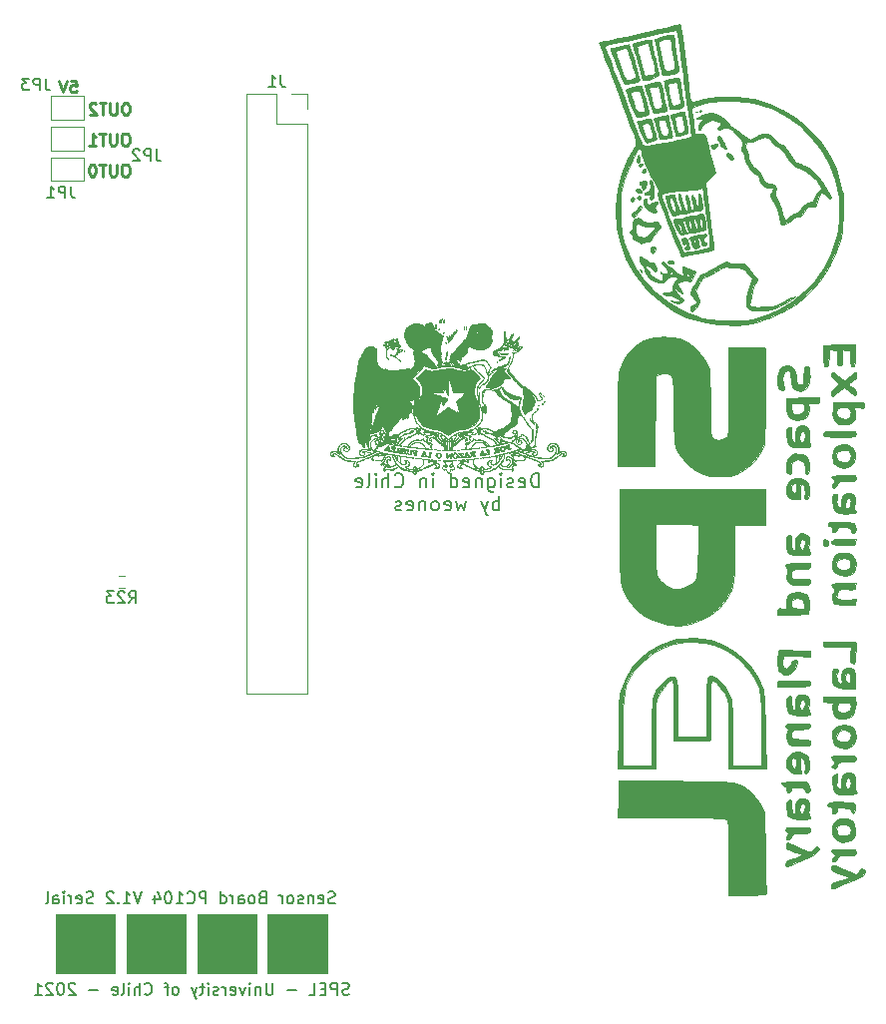
<source format=gbr>
G04 #@! TF.GenerationSoftware,KiCad,Pcbnew,(5.1.2)-2*
G04 #@! TF.CreationDate,2021-12-15T08:53:58-03:00*
G04 #@! TF.ProjectId,MAG_Plus,4d41475f-506c-4757-932e-6b696361645f,rev?*
G04 #@! TF.SameCoordinates,Original*
G04 #@! TF.FileFunction,Legend,Bot*
G04 #@! TF.FilePolarity,Positive*
%FSLAX46Y46*%
G04 Gerber Fmt 4.6, Leading zero omitted, Abs format (unit mm)*
G04 Created by KiCad (PCBNEW (5.1.2)-2) date 2021-12-15 08:53:58*
%MOMM*%
%LPD*%
G04 APERTURE LIST*
%ADD10C,0.150000*%
%ADD11C,0.250000*%
%ADD12C,0.100000*%
%ADD13C,0.010000*%
%ADD14C,0.120000*%
G04 APERTURE END LIST*
D10*
X87912857Y-85797857D02*
X87912857Y-84597857D01*
X87627142Y-84597857D01*
X87455714Y-84655000D01*
X87341428Y-84769285D01*
X87284285Y-84883571D01*
X87227142Y-85112142D01*
X87227142Y-85283571D01*
X87284285Y-85512142D01*
X87341428Y-85626428D01*
X87455714Y-85740714D01*
X87627142Y-85797857D01*
X87912857Y-85797857D01*
X86255714Y-85740714D02*
X86370000Y-85797857D01*
X86598571Y-85797857D01*
X86712857Y-85740714D01*
X86770000Y-85626428D01*
X86770000Y-85169285D01*
X86712857Y-85055000D01*
X86598571Y-84997857D01*
X86370000Y-84997857D01*
X86255714Y-85055000D01*
X86198571Y-85169285D01*
X86198571Y-85283571D01*
X86770000Y-85397857D01*
X85741428Y-85740714D02*
X85627142Y-85797857D01*
X85398571Y-85797857D01*
X85284285Y-85740714D01*
X85227142Y-85626428D01*
X85227142Y-85569285D01*
X85284285Y-85455000D01*
X85398571Y-85397857D01*
X85570000Y-85397857D01*
X85684285Y-85340714D01*
X85741428Y-85226428D01*
X85741428Y-85169285D01*
X85684285Y-85055000D01*
X85570000Y-84997857D01*
X85398571Y-84997857D01*
X85284285Y-85055000D01*
X84712857Y-85797857D02*
X84712857Y-84997857D01*
X84712857Y-84597857D02*
X84770000Y-84655000D01*
X84712857Y-84712142D01*
X84655714Y-84655000D01*
X84712857Y-84597857D01*
X84712857Y-84712142D01*
X83627142Y-84997857D02*
X83627142Y-85969285D01*
X83684285Y-86083571D01*
X83741428Y-86140714D01*
X83855714Y-86197857D01*
X84027142Y-86197857D01*
X84141428Y-86140714D01*
X83627142Y-85740714D02*
X83741428Y-85797857D01*
X83970000Y-85797857D01*
X84084285Y-85740714D01*
X84141428Y-85683571D01*
X84198571Y-85569285D01*
X84198571Y-85226428D01*
X84141428Y-85112142D01*
X84084285Y-85055000D01*
X83970000Y-84997857D01*
X83741428Y-84997857D01*
X83627142Y-85055000D01*
X83055714Y-84997857D02*
X83055714Y-85797857D01*
X83055714Y-85112142D02*
X82998571Y-85055000D01*
X82884285Y-84997857D01*
X82712857Y-84997857D01*
X82598571Y-85055000D01*
X82541428Y-85169285D01*
X82541428Y-85797857D01*
X81512857Y-85740714D02*
X81627142Y-85797857D01*
X81855714Y-85797857D01*
X81970000Y-85740714D01*
X82027142Y-85626428D01*
X82027142Y-85169285D01*
X81970000Y-85055000D01*
X81855714Y-84997857D01*
X81627142Y-84997857D01*
X81512857Y-85055000D01*
X81455714Y-85169285D01*
X81455714Y-85283571D01*
X82027142Y-85397857D01*
X80427142Y-85797857D02*
X80427142Y-84597857D01*
X80427142Y-85740714D02*
X80541428Y-85797857D01*
X80770000Y-85797857D01*
X80884285Y-85740714D01*
X80941428Y-85683571D01*
X80998571Y-85569285D01*
X80998571Y-85226428D01*
X80941428Y-85112142D01*
X80884285Y-85055000D01*
X80770000Y-84997857D01*
X80541428Y-84997857D01*
X80427142Y-85055000D01*
X78941428Y-85797857D02*
X78941428Y-84997857D01*
X78941428Y-84597857D02*
X78998571Y-84655000D01*
X78941428Y-84712142D01*
X78884285Y-84655000D01*
X78941428Y-84597857D01*
X78941428Y-84712142D01*
X78370000Y-84997857D02*
X78370000Y-85797857D01*
X78370000Y-85112142D02*
X78312857Y-85055000D01*
X78198571Y-84997857D01*
X78027142Y-84997857D01*
X77912857Y-85055000D01*
X77855714Y-85169285D01*
X77855714Y-85797857D01*
X75684285Y-85683571D02*
X75741428Y-85740714D01*
X75912857Y-85797857D01*
X76027142Y-85797857D01*
X76198571Y-85740714D01*
X76312857Y-85626428D01*
X76370000Y-85512142D01*
X76427142Y-85283571D01*
X76427142Y-85112142D01*
X76370000Y-84883571D01*
X76312857Y-84769285D01*
X76198571Y-84655000D01*
X76027142Y-84597857D01*
X75912857Y-84597857D01*
X75741428Y-84655000D01*
X75684285Y-84712142D01*
X75170000Y-85797857D02*
X75170000Y-84597857D01*
X74655714Y-85797857D02*
X74655714Y-85169285D01*
X74712857Y-85055000D01*
X74827142Y-84997857D01*
X74998571Y-84997857D01*
X75112857Y-85055000D01*
X75170000Y-85112142D01*
X74084285Y-85797857D02*
X74084285Y-84997857D01*
X74084285Y-84597857D02*
X74141428Y-84655000D01*
X74084285Y-84712142D01*
X74027142Y-84655000D01*
X74084285Y-84597857D01*
X74084285Y-84712142D01*
X73341428Y-85797857D02*
X73455714Y-85740714D01*
X73512857Y-85626428D01*
X73512857Y-84597857D01*
X72427142Y-85740714D02*
X72541428Y-85797857D01*
X72770000Y-85797857D01*
X72884285Y-85740714D01*
X72941428Y-85626428D01*
X72941428Y-85169285D01*
X72884285Y-85055000D01*
X72770000Y-84997857D01*
X72541428Y-84997857D01*
X72427142Y-85055000D01*
X72370000Y-85169285D01*
X72370000Y-85283571D01*
X72941428Y-85397857D01*
X84570000Y-87747857D02*
X84570000Y-86547857D01*
X84570000Y-87005000D02*
X84455714Y-86947857D01*
X84227142Y-86947857D01*
X84112857Y-87005000D01*
X84055714Y-87062142D01*
X83998571Y-87176428D01*
X83998571Y-87519285D01*
X84055714Y-87633571D01*
X84112857Y-87690714D01*
X84227142Y-87747857D01*
X84455714Y-87747857D01*
X84570000Y-87690714D01*
X83598571Y-86947857D02*
X83312857Y-87747857D01*
X83027142Y-86947857D02*
X83312857Y-87747857D01*
X83427142Y-88033571D01*
X83484285Y-88090714D01*
X83598571Y-88147857D01*
X81770000Y-86947857D02*
X81541428Y-87747857D01*
X81312857Y-87176428D01*
X81084285Y-87747857D01*
X80855714Y-86947857D01*
X79941428Y-87690714D02*
X80055714Y-87747857D01*
X80284285Y-87747857D01*
X80398571Y-87690714D01*
X80455714Y-87576428D01*
X80455714Y-87119285D01*
X80398571Y-87005000D01*
X80284285Y-86947857D01*
X80055714Y-86947857D01*
X79941428Y-87005000D01*
X79884285Y-87119285D01*
X79884285Y-87233571D01*
X80455714Y-87347857D01*
X79198571Y-87747857D02*
X79312857Y-87690714D01*
X79370000Y-87633571D01*
X79427142Y-87519285D01*
X79427142Y-87176428D01*
X79370000Y-87062142D01*
X79312857Y-87005000D01*
X79198571Y-86947857D01*
X79027142Y-86947857D01*
X78912857Y-87005000D01*
X78855714Y-87062142D01*
X78798571Y-87176428D01*
X78798571Y-87519285D01*
X78855714Y-87633571D01*
X78912857Y-87690714D01*
X79027142Y-87747857D01*
X79198571Y-87747857D01*
X78284285Y-86947857D02*
X78284285Y-87747857D01*
X78284285Y-87062142D02*
X78227142Y-87005000D01*
X78112857Y-86947857D01*
X77941428Y-86947857D01*
X77827142Y-87005000D01*
X77770000Y-87119285D01*
X77770000Y-87747857D01*
X76741428Y-87690714D02*
X76855714Y-87747857D01*
X77084285Y-87747857D01*
X77198571Y-87690714D01*
X77255714Y-87576428D01*
X77255714Y-87119285D01*
X77198571Y-87005000D01*
X77084285Y-86947857D01*
X76855714Y-86947857D01*
X76741428Y-87005000D01*
X76684285Y-87119285D01*
X76684285Y-87233571D01*
X77255714Y-87347857D01*
X76227142Y-87690714D02*
X76112857Y-87747857D01*
X75884285Y-87747857D01*
X75770000Y-87690714D01*
X75712857Y-87576428D01*
X75712857Y-87519285D01*
X75770000Y-87405000D01*
X75884285Y-87347857D01*
X76055714Y-87347857D01*
X76170000Y-87290714D01*
X76227142Y-87176428D01*
X76227142Y-87119285D01*
X76170000Y-87005000D01*
X76055714Y-86947857D01*
X75884285Y-86947857D01*
X75770000Y-87005000D01*
D11*
X48196476Y-51268380D02*
X48672666Y-51268380D01*
X48720285Y-51744571D01*
X48672666Y-51696952D01*
X48577428Y-51649333D01*
X48339333Y-51649333D01*
X48244095Y-51696952D01*
X48196476Y-51744571D01*
X48148857Y-51839809D01*
X48148857Y-52077904D01*
X48196476Y-52173142D01*
X48244095Y-52220761D01*
X48339333Y-52268380D01*
X48577428Y-52268380D01*
X48672666Y-52220761D01*
X48720285Y-52173142D01*
X47863142Y-51268380D02*
X47529809Y-52268380D01*
X47196476Y-51268380D01*
X52966190Y-53172380D02*
X52775714Y-53172380D01*
X52680476Y-53220000D01*
X52585238Y-53315238D01*
X52537619Y-53505714D01*
X52537619Y-53839047D01*
X52585238Y-54029523D01*
X52680476Y-54124761D01*
X52775714Y-54172380D01*
X52966190Y-54172380D01*
X53061428Y-54124761D01*
X53156666Y-54029523D01*
X53204285Y-53839047D01*
X53204285Y-53505714D01*
X53156666Y-53315238D01*
X53061428Y-53220000D01*
X52966190Y-53172380D01*
X52109047Y-53172380D02*
X52109047Y-53981904D01*
X52061428Y-54077142D01*
X52013809Y-54124761D01*
X51918571Y-54172380D01*
X51728095Y-54172380D01*
X51632857Y-54124761D01*
X51585238Y-54077142D01*
X51537619Y-53981904D01*
X51537619Y-53172380D01*
X51204285Y-53172380D02*
X50632857Y-53172380D01*
X50918571Y-54172380D02*
X50918571Y-53172380D01*
X50347142Y-53267619D02*
X50299523Y-53220000D01*
X50204285Y-53172380D01*
X49966190Y-53172380D01*
X49870952Y-53220000D01*
X49823333Y-53267619D01*
X49775714Y-53362857D01*
X49775714Y-53458095D01*
X49823333Y-53600952D01*
X50394761Y-54172380D01*
X49775714Y-54172380D01*
X52936190Y-55762380D02*
X52745714Y-55762380D01*
X52650476Y-55810000D01*
X52555238Y-55905238D01*
X52507619Y-56095714D01*
X52507619Y-56429047D01*
X52555238Y-56619523D01*
X52650476Y-56714761D01*
X52745714Y-56762380D01*
X52936190Y-56762380D01*
X53031428Y-56714761D01*
X53126666Y-56619523D01*
X53174285Y-56429047D01*
X53174285Y-56095714D01*
X53126666Y-55905238D01*
X53031428Y-55810000D01*
X52936190Y-55762380D01*
X52079047Y-55762380D02*
X52079047Y-56571904D01*
X52031428Y-56667142D01*
X51983809Y-56714761D01*
X51888571Y-56762380D01*
X51698095Y-56762380D01*
X51602857Y-56714761D01*
X51555238Y-56667142D01*
X51507619Y-56571904D01*
X51507619Y-55762380D01*
X51174285Y-55762380D02*
X50602857Y-55762380D01*
X50888571Y-56762380D02*
X50888571Y-55762380D01*
X49745714Y-56762380D02*
X50317142Y-56762380D01*
X50031428Y-56762380D02*
X50031428Y-55762380D01*
X50126666Y-55905238D01*
X50221904Y-56000476D01*
X50317142Y-56048095D01*
X52936190Y-58392380D02*
X52745714Y-58392380D01*
X52650476Y-58440000D01*
X52555238Y-58535238D01*
X52507619Y-58725714D01*
X52507619Y-59059047D01*
X52555238Y-59249523D01*
X52650476Y-59344761D01*
X52745714Y-59392380D01*
X52936190Y-59392380D01*
X53031428Y-59344761D01*
X53126666Y-59249523D01*
X53174285Y-59059047D01*
X53174285Y-58725714D01*
X53126666Y-58535238D01*
X53031428Y-58440000D01*
X52936190Y-58392380D01*
X52079047Y-58392380D02*
X52079047Y-59201904D01*
X52031428Y-59297142D01*
X51983809Y-59344761D01*
X51888571Y-59392380D01*
X51698095Y-59392380D01*
X51602857Y-59344761D01*
X51555238Y-59297142D01*
X51507619Y-59201904D01*
X51507619Y-58392380D01*
X51174285Y-58392380D02*
X50602857Y-58392380D01*
X50888571Y-59392380D02*
X50888571Y-58392380D01*
X50079047Y-58392380D02*
X49983809Y-58392380D01*
X49888571Y-58440000D01*
X49840952Y-58487619D01*
X49793333Y-58582857D01*
X49745714Y-58773333D01*
X49745714Y-59011428D01*
X49793333Y-59201904D01*
X49840952Y-59297142D01*
X49888571Y-59344761D01*
X49983809Y-59392380D01*
X50079047Y-59392380D01*
X50174285Y-59344761D01*
X50221904Y-59297142D01*
X50269523Y-59201904D01*
X50317142Y-59011428D01*
X50317142Y-58773333D01*
X50269523Y-58582857D01*
X50221904Y-58487619D01*
X50174285Y-58440000D01*
X50079047Y-58392380D01*
D10*
X71813333Y-128784761D02*
X71670476Y-128832380D01*
X71432380Y-128832380D01*
X71337142Y-128784761D01*
X71289523Y-128737142D01*
X71241904Y-128641904D01*
X71241904Y-128546666D01*
X71289523Y-128451428D01*
X71337142Y-128403809D01*
X71432380Y-128356190D01*
X71622857Y-128308571D01*
X71718095Y-128260952D01*
X71765714Y-128213333D01*
X71813333Y-128118095D01*
X71813333Y-128022857D01*
X71765714Y-127927619D01*
X71718095Y-127880000D01*
X71622857Y-127832380D01*
X71384761Y-127832380D01*
X71241904Y-127880000D01*
X70813333Y-128832380D02*
X70813333Y-127832380D01*
X70432380Y-127832380D01*
X70337142Y-127880000D01*
X70289523Y-127927619D01*
X70241904Y-128022857D01*
X70241904Y-128165714D01*
X70289523Y-128260952D01*
X70337142Y-128308571D01*
X70432380Y-128356190D01*
X70813333Y-128356190D01*
X69813333Y-128308571D02*
X69480000Y-128308571D01*
X69337142Y-128832380D02*
X69813333Y-128832380D01*
X69813333Y-127832380D01*
X69337142Y-127832380D01*
X68432380Y-128832380D02*
X68908571Y-128832380D01*
X68908571Y-127832380D01*
X67337142Y-128451428D02*
X66575238Y-128451428D01*
X65337142Y-127832380D02*
X65337142Y-128641904D01*
X65289523Y-128737142D01*
X65241904Y-128784761D01*
X65146666Y-128832380D01*
X64956190Y-128832380D01*
X64860952Y-128784761D01*
X64813333Y-128737142D01*
X64765714Y-128641904D01*
X64765714Y-127832380D01*
X64289523Y-128165714D02*
X64289523Y-128832380D01*
X64289523Y-128260952D02*
X64241904Y-128213333D01*
X64146666Y-128165714D01*
X64003809Y-128165714D01*
X63908571Y-128213333D01*
X63860952Y-128308571D01*
X63860952Y-128832380D01*
X63384761Y-128832380D02*
X63384761Y-128165714D01*
X63384761Y-127832380D02*
X63432380Y-127880000D01*
X63384761Y-127927619D01*
X63337142Y-127880000D01*
X63384761Y-127832380D01*
X63384761Y-127927619D01*
X63003809Y-128165714D02*
X62765714Y-128832380D01*
X62527619Y-128165714D01*
X61765714Y-128784761D02*
X61860952Y-128832380D01*
X62051428Y-128832380D01*
X62146666Y-128784761D01*
X62194285Y-128689523D01*
X62194285Y-128308571D01*
X62146666Y-128213333D01*
X62051428Y-128165714D01*
X61860952Y-128165714D01*
X61765714Y-128213333D01*
X61718095Y-128308571D01*
X61718095Y-128403809D01*
X62194285Y-128499047D01*
X61289523Y-128832380D02*
X61289523Y-128165714D01*
X61289523Y-128356190D02*
X61241904Y-128260952D01*
X61194285Y-128213333D01*
X61099047Y-128165714D01*
X61003809Y-128165714D01*
X60718095Y-128784761D02*
X60622857Y-128832380D01*
X60432380Y-128832380D01*
X60337142Y-128784761D01*
X60289523Y-128689523D01*
X60289523Y-128641904D01*
X60337142Y-128546666D01*
X60432380Y-128499047D01*
X60575238Y-128499047D01*
X60670476Y-128451428D01*
X60718095Y-128356190D01*
X60718095Y-128308571D01*
X60670476Y-128213333D01*
X60575238Y-128165714D01*
X60432380Y-128165714D01*
X60337142Y-128213333D01*
X59860952Y-128832380D02*
X59860952Y-128165714D01*
X59860952Y-127832380D02*
X59908571Y-127880000D01*
X59860952Y-127927619D01*
X59813333Y-127880000D01*
X59860952Y-127832380D01*
X59860952Y-127927619D01*
X59527619Y-128165714D02*
X59146666Y-128165714D01*
X59384761Y-127832380D02*
X59384761Y-128689523D01*
X59337142Y-128784761D01*
X59241904Y-128832380D01*
X59146666Y-128832380D01*
X58908571Y-128165714D02*
X58670476Y-128832380D01*
X58432380Y-128165714D02*
X58670476Y-128832380D01*
X58765714Y-129070476D01*
X58813333Y-129118095D01*
X58908571Y-129165714D01*
X57146666Y-128832380D02*
X57241904Y-128784761D01*
X57289523Y-128737142D01*
X57337142Y-128641904D01*
X57337142Y-128356190D01*
X57289523Y-128260952D01*
X57241904Y-128213333D01*
X57146666Y-128165714D01*
X57003809Y-128165714D01*
X56908571Y-128213333D01*
X56860952Y-128260952D01*
X56813333Y-128356190D01*
X56813333Y-128641904D01*
X56860952Y-128737142D01*
X56908571Y-128784761D01*
X57003809Y-128832380D01*
X57146666Y-128832380D01*
X56527619Y-128165714D02*
X56146666Y-128165714D01*
X56384761Y-128832380D02*
X56384761Y-127975238D01*
X56337142Y-127880000D01*
X56241904Y-127832380D01*
X56146666Y-127832380D01*
X54480000Y-128737142D02*
X54527619Y-128784761D01*
X54670476Y-128832380D01*
X54765714Y-128832380D01*
X54908571Y-128784761D01*
X55003809Y-128689523D01*
X55051428Y-128594285D01*
X55099047Y-128403809D01*
X55099047Y-128260952D01*
X55051428Y-128070476D01*
X55003809Y-127975238D01*
X54908571Y-127880000D01*
X54765714Y-127832380D01*
X54670476Y-127832380D01*
X54527619Y-127880000D01*
X54480000Y-127927619D01*
X54051428Y-128832380D02*
X54051428Y-127832380D01*
X53622857Y-128832380D02*
X53622857Y-128308571D01*
X53670476Y-128213333D01*
X53765714Y-128165714D01*
X53908571Y-128165714D01*
X54003809Y-128213333D01*
X54051428Y-128260952D01*
X53146666Y-128832380D02*
X53146666Y-128165714D01*
X53146666Y-127832380D02*
X53194285Y-127880000D01*
X53146666Y-127927619D01*
X53099047Y-127880000D01*
X53146666Y-127832380D01*
X53146666Y-127927619D01*
X52527619Y-128832380D02*
X52622857Y-128784761D01*
X52670476Y-128689523D01*
X52670476Y-127832380D01*
X51765714Y-128784761D02*
X51860952Y-128832380D01*
X52051428Y-128832380D01*
X52146666Y-128784761D01*
X52194285Y-128689523D01*
X52194285Y-128308571D01*
X52146666Y-128213333D01*
X52051428Y-128165714D01*
X51860952Y-128165714D01*
X51765714Y-128213333D01*
X51718095Y-128308571D01*
X51718095Y-128403809D01*
X52194285Y-128499047D01*
X50527619Y-128451428D02*
X49765714Y-128451428D01*
X48575238Y-127927619D02*
X48527619Y-127880000D01*
X48432380Y-127832380D01*
X48194285Y-127832380D01*
X48099047Y-127880000D01*
X48051428Y-127927619D01*
X48003809Y-128022857D01*
X48003809Y-128118095D01*
X48051428Y-128260952D01*
X48622857Y-128832380D01*
X48003809Y-128832380D01*
X47384761Y-127832380D02*
X47289523Y-127832380D01*
X47194285Y-127880000D01*
X47146666Y-127927619D01*
X47099047Y-128022857D01*
X47051428Y-128213333D01*
X47051428Y-128451428D01*
X47099047Y-128641904D01*
X47146666Y-128737142D01*
X47194285Y-128784761D01*
X47289523Y-128832380D01*
X47384761Y-128832380D01*
X47480000Y-128784761D01*
X47527619Y-128737142D01*
X47575238Y-128641904D01*
X47622857Y-128451428D01*
X47622857Y-128213333D01*
X47575238Y-128022857D01*
X47527619Y-127927619D01*
X47480000Y-127880000D01*
X47384761Y-127832380D01*
X46670476Y-127927619D02*
X46622857Y-127880000D01*
X46527619Y-127832380D01*
X46289523Y-127832380D01*
X46194285Y-127880000D01*
X46146666Y-127927619D01*
X46099047Y-128022857D01*
X46099047Y-128118095D01*
X46146666Y-128260952D01*
X46718095Y-128832380D01*
X46099047Y-128832380D01*
X45146666Y-128832380D02*
X45718095Y-128832380D01*
X45432380Y-128832380D02*
X45432380Y-127832380D01*
X45527619Y-127975238D01*
X45622857Y-128070476D01*
X45718095Y-128118095D01*
D12*
G36*
X51930000Y-127030000D02*
G01*
X46930000Y-127030000D01*
X46930000Y-122030000D01*
X51930000Y-122030000D01*
X51930000Y-127030000D01*
G37*
X51930000Y-127030000D02*
X46930000Y-127030000D01*
X46930000Y-122030000D01*
X51930000Y-122030000D01*
X51930000Y-127030000D01*
G36*
X57930000Y-127030000D02*
G01*
X52930000Y-127030000D01*
X52930000Y-122030000D01*
X57930000Y-122030000D01*
X57930000Y-127030000D01*
G37*
X57930000Y-127030000D02*
X52930000Y-127030000D01*
X52930000Y-122030000D01*
X57930000Y-122030000D01*
X57930000Y-127030000D01*
G36*
X63930000Y-127030000D02*
G01*
X58930000Y-127030000D01*
X58930000Y-122030000D01*
X63930000Y-122030000D01*
X63930000Y-127030000D01*
G37*
X63930000Y-127030000D02*
X58930000Y-127030000D01*
X58930000Y-122030000D01*
X63930000Y-122030000D01*
X63930000Y-127030000D01*
G36*
X69930000Y-127030000D02*
G01*
X64930000Y-127030000D01*
X64930000Y-122030000D01*
X69930000Y-122030000D01*
X69930000Y-127030000D01*
G37*
X69930000Y-127030000D02*
X64930000Y-127030000D01*
X64930000Y-122030000D01*
X69930000Y-122030000D01*
X69930000Y-127030000D01*
D10*
X70618095Y-121034761D02*
X70475238Y-121082380D01*
X70237142Y-121082380D01*
X70141904Y-121034761D01*
X70094285Y-120987142D01*
X70046666Y-120891904D01*
X70046666Y-120796666D01*
X70094285Y-120701428D01*
X70141904Y-120653809D01*
X70237142Y-120606190D01*
X70427619Y-120558571D01*
X70522857Y-120510952D01*
X70570476Y-120463333D01*
X70618095Y-120368095D01*
X70618095Y-120272857D01*
X70570476Y-120177619D01*
X70522857Y-120130000D01*
X70427619Y-120082380D01*
X70189523Y-120082380D01*
X70046666Y-120130000D01*
X69237142Y-121034761D02*
X69332380Y-121082380D01*
X69522857Y-121082380D01*
X69618095Y-121034761D01*
X69665714Y-120939523D01*
X69665714Y-120558571D01*
X69618095Y-120463333D01*
X69522857Y-120415714D01*
X69332380Y-120415714D01*
X69237142Y-120463333D01*
X69189523Y-120558571D01*
X69189523Y-120653809D01*
X69665714Y-120749047D01*
X68760952Y-120415714D02*
X68760952Y-121082380D01*
X68760952Y-120510952D02*
X68713333Y-120463333D01*
X68618095Y-120415714D01*
X68475238Y-120415714D01*
X68380000Y-120463333D01*
X68332380Y-120558571D01*
X68332380Y-121082380D01*
X67903809Y-121034761D02*
X67808571Y-121082380D01*
X67618095Y-121082380D01*
X67522857Y-121034761D01*
X67475238Y-120939523D01*
X67475238Y-120891904D01*
X67522857Y-120796666D01*
X67618095Y-120749047D01*
X67760952Y-120749047D01*
X67856190Y-120701428D01*
X67903809Y-120606190D01*
X67903809Y-120558571D01*
X67856190Y-120463333D01*
X67760952Y-120415714D01*
X67618095Y-120415714D01*
X67522857Y-120463333D01*
X66903809Y-121082380D02*
X66999047Y-121034761D01*
X67046666Y-120987142D01*
X67094285Y-120891904D01*
X67094285Y-120606190D01*
X67046666Y-120510952D01*
X66999047Y-120463333D01*
X66903809Y-120415714D01*
X66760952Y-120415714D01*
X66665714Y-120463333D01*
X66618095Y-120510952D01*
X66570476Y-120606190D01*
X66570476Y-120891904D01*
X66618095Y-120987142D01*
X66665714Y-121034761D01*
X66760952Y-121082380D01*
X66903809Y-121082380D01*
X66141904Y-121082380D02*
X66141904Y-120415714D01*
X66141904Y-120606190D02*
X66094285Y-120510952D01*
X66046666Y-120463333D01*
X65951428Y-120415714D01*
X65856190Y-120415714D01*
X64427619Y-120558571D02*
X64284761Y-120606190D01*
X64237142Y-120653809D01*
X64189523Y-120749047D01*
X64189523Y-120891904D01*
X64237142Y-120987142D01*
X64284761Y-121034761D01*
X64380000Y-121082380D01*
X64760952Y-121082380D01*
X64760952Y-120082380D01*
X64427619Y-120082380D01*
X64332380Y-120130000D01*
X64284761Y-120177619D01*
X64237142Y-120272857D01*
X64237142Y-120368095D01*
X64284761Y-120463333D01*
X64332380Y-120510952D01*
X64427619Y-120558571D01*
X64760952Y-120558571D01*
X63618095Y-121082380D02*
X63713333Y-121034761D01*
X63760952Y-120987142D01*
X63808571Y-120891904D01*
X63808571Y-120606190D01*
X63760952Y-120510952D01*
X63713333Y-120463333D01*
X63618095Y-120415714D01*
X63475238Y-120415714D01*
X63380000Y-120463333D01*
X63332380Y-120510952D01*
X63284761Y-120606190D01*
X63284761Y-120891904D01*
X63332380Y-120987142D01*
X63380000Y-121034761D01*
X63475238Y-121082380D01*
X63618095Y-121082380D01*
X62427619Y-121082380D02*
X62427619Y-120558571D01*
X62475238Y-120463333D01*
X62570476Y-120415714D01*
X62760952Y-120415714D01*
X62856190Y-120463333D01*
X62427619Y-121034761D02*
X62522857Y-121082380D01*
X62760952Y-121082380D01*
X62856190Y-121034761D01*
X62903809Y-120939523D01*
X62903809Y-120844285D01*
X62856190Y-120749047D01*
X62760952Y-120701428D01*
X62522857Y-120701428D01*
X62427619Y-120653809D01*
X61951428Y-121082380D02*
X61951428Y-120415714D01*
X61951428Y-120606190D02*
X61903809Y-120510952D01*
X61856190Y-120463333D01*
X61760952Y-120415714D01*
X61665714Y-120415714D01*
X60903809Y-121082380D02*
X60903809Y-120082380D01*
X60903809Y-121034761D02*
X60999047Y-121082380D01*
X61189523Y-121082380D01*
X61284761Y-121034761D01*
X61332380Y-120987142D01*
X61380000Y-120891904D01*
X61380000Y-120606190D01*
X61332380Y-120510952D01*
X61284761Y-120463333D01*
X61189523Y-120415714D01*
X60999047Y-120415714D01*
X60903809Y-120463333D01*
X59665714Y-121082380D02*
X59665714Y-120082380D01*
X59284761Y-120082380D01*
X59189523Y-120130000D01*
X59141904Y-120177619D01*
X59094285Y-120272857D01*
X59094285Y-120415714D01*
X59141904Y-120510952D01*
X59189523Y-120558571D01*
X59284761Y-120606190D01*
X59665714Y-120606190D01*
X58094285Y-120987142D02*
X58141904Y-121034761D01*
X58284761Y-121082380D01*
X58380000Y-121082380D01*
X58522857Y-121034761D01*
X58618095Y-120939523D01*
X58665714Y-120844285D01*
X58713333Y-120653809D01*
X58713333Y-120510952D01*
X58665714Y-120320476D01*
X58618095Y-120225238D01*
X58522857Y-120130000D01*
X58380000Y-120082380D01*
X58284761Y-120082380D01*
X58141904Y-120130000D01*
X58094285Y-120177619D01*
X57141904Y-121082380D02*
X57713333Y-121082380D01*
X57427619Y-121082380D02*
X57427619Y-120082380D01*
X57522857Y-120225238D01*
X57618095Y-120320476D01*
X57713333Y-120368095D01*
X56522857Y-120082380D02*
X56427619Y-120082380D01*
X56332380Y-120130000D01*
X56284761Y-120177619D01*
X56237142Y-120272857D01*
X56189523Y-120463333D01*
X56189523Y-120701428D01*
X56237142Y-120891904D01*
X56284761Y-120987142D01*
X56332380Y-121034761D01*
X56427619Y-121082380D01*
X56522857Y-121082380D01*
X56618095Y-121034761D01*
X56665714Y-120987142D01*
X56713333Y-120891904D01*
X56760952Y-120701428D01*
X56760952Y-120463333D01*
X56713333Y-120272857D01*
X56665714Y-120177619D01*
X56618095Y-120130000D01*
X56522857Y-120082380D01*
X55332380Y-120415714D02*
X55332380Y-121082380D01*
X55570476Y-120034761D02*
X55808571Y-120749047D01*
X55189523Y-120749047D01*
X54189523Y-120082380D02*
X53856190Y-121082380D01*
X53522857Y-120082380D01*
X52665714Y-121082380D02*
X53237142Y-121082380D01*
X52951428Y-121082380D02*
X52951428Y-120082380D01*
X53046666Y-120225238D01*
X53141904Y-120320476D01*
X53237142Y-120368095D01*
X52237142Y-120987142D02*
X52189523Y-121034761D01*
X52237142Y-121082380D01*
X52284761Y-121034761D01*
X52237142Y-120987142D01*
X52237142Y-121082380D01*
X51808571Y-120177619D02*
X51760952Y-120130000D01*
X51665714Y-120082380D01*
X51427619Y-120082380D01*
X51332380Y-120130000D01*
X51284761Y-120177619D01*
X51237142Y-120272857D01*
X51237142Y-120368095D01*
X51284761Y-120510952D01*
X51856190Y-121082380D01*
X51237142Y-121082380D01*
X50094285Y-121034761D02*
X49951428Y-121082380D01*
X49713333Y-121082380D01*
X49618095Y-121034761D01*
X49570476Y-120987142D01*
X49522857Y-120891904D01*
X49522857Y-120796666D01*
X49570476Y-120701428D01*
X49618095Y-120653809D01*
X49713333Y-120606190D01*
X49903809Y-120558571D01*
X49999047Y-120510952D01*
X50046666Y-120463333D01*
X50094285Y-120368095D01*
X50094285Y-120272857D01*
X50046666Y-120177619D01*
X49999047Y-120130000D01*
X49903809Y-120082380D01*
X49665714Y-120082380D01*
X49522857Y-120130000D01*
X48713333Y-121034761D02*
X48808571Y-121082380D01*
X48999047Y-121082380D01*
X49094285Y-121034761D01*
X49141904Y-120939523D01*
X49141904Y-120558571D01*
X49094285Y-120463333D01*
X48999047Y-120415714D01*
X48808571Y-120415714D01*
X48713333Y-120463333D01*
X48665714Y-120558571D01*
X48665714Y-120653809D01*
X49141904Y-120749047D01*
X48237142Y-121082380D02*
X48237142Y-120415714D01*
X48237142Y-120606190D02*
X48189523Y-120510952D01*
X48141904Y-120463333D01*
X48046666Y-120415714D01*
X47951428Y-120415714D01*
X47618095Y-121082380D02*
X47618095Y-120415714D01*
X47618095Y-120082380D02*
X47665714Y-120130000D01*
X47618095Y-120177619D01*
X47570476Y-120130000D01*
X47618095Y-120082380D01*
X47618095Y-120177619D01*
X46713333Y-121082380D02*
X46713333Y-120558571D01*
X46760952Y-120463333D01*
X46856190Y-120415714D01*
X47046666Y-120415714D01*
X47141904Y-120463333D01*
X46713333Y-121034761D02*
X46808571Y-121082380D01*
X47046666Y-121082380D01*
X47141904Y-121034761D01*
X47189523Y-120939523D01*
X47189523Y-120844285D01*
X47141904Y-120749047D01*
X47046666Y-120701428D01*
X46808571Y-120701428D01*
X46713333Y-120653809D01*
X46094285Y-121082380D02*
X46189523Y-121034761D01*
X46237142Y-120939523D01*
X46237142Y-120082380D01*
D13*
G36*
X85572467Y-73475866D02*
G01*
X85575954Y-73490966D01*
X85589400Y-73492800D01*
X85610308Y-73483506D01*
X85606334Y-73475866D01*
X85576190Y-73472826D01*
X85572467Y-73475866D01*
X85572467Y-73475866D01*
G37*
X85572467Y-73475866D02*
X85575954Y-73490966D01*
X85589400Y-73492800D01*
X85610308Y-73483506D01*
X85606334Y-73475866D01*
X85576190Y-73472826D01*
X85572467Y-73475866D01*
G36*
X74849125Y-73706274D02*
G01*
X74821857Y-73731849D01*
X74827451Y-73746552D01*
X74831001Y-73746800D01*
X74852485Y-73728758D01*
X74860326Y-73717475D01*
X74863320Y-73700094D01*
X74849125Y-73706274D01*
X74849125Y-73706274D01*
G37*
X74849125Y-73706274D02*
X74821857Y-73731849D01*
X74827451Y-73746552D01*
X74831001Y-73746800D01*
X74852485Y-73728758D01*
X74860326Y-73717475D01*
X74863320Y-73700094D01*
X74849125Y-73706274D01*
G36*
X80118772Y-78302008D02*
G01*
X80051243Y-78320075D01*
X79962409Y-78348205D01*
X79864621Y-78382022D01*
X79770230Y-78417149D01*
X79691586Y-78449212D01*
X79641041Y-78473833D01*
X79629067Y-78483900D01*
X79639390Y-78516102D01*
X79673145Y-78575402D01*
X79719653Y-78644163D01*
X79817162Y-78779027D01*
X79994784Y-78542563D01*
X80062598Y-78449564D01*
X80114998Y-78372406D01*
X80146699Y-78319263D01*
X80152646Y-78298381D01*
X80118772Y-78302008D01*
X80118772Y-78302008D01*
G37*
X80118772Y-78302008D02*
X80051243Y-78320075D01*
X79962409Y-78348205D01*
X79864621Y-78382022D01*
X79770230Y-78417149D01*
X79691586Y-78449212D01*
X79641041Y-78473833D01*
X79629067Y-78483900D01*
X79639390Y-78516102D01*
X79673145Y-78575402D01*
X79719653Y-78644163D01*
X79817162Y-78779027D01*
X79994784Y-78542563D01*
X80062598Y-78449564D01*
X80114998Y-78372406D01*
X80146699Y-78319263D01*
X80152646Y-78298381D01*
X80118772Y-78302008D01*
G36*
X77697436Y-80979746D02*
G01*
X77693347Y-81045929D01*
X77697949Y-81081346D01*
X77704814Y-81087283D01*
X77708667Y-81050807D01*
X77708995Y-81023900D01*
X77706494Y-80974710D01*
X77700757Y-80967248D01*
X77697436Y-80979746D01*
X77697436Y-80979746D01*
G37*
X77697436Y-80979746D02*
X77693347Y-81045929D01*
X77697949Y-81081346D01*
X77704814Y-81087283D01*
X77708667Y-81050807D01*
X77708995Y-81023900D01*
X77706494Y-80974710D01*
X77700757Y-80967248D01*
X77697436Y-80979746D01*
G36*
X77628012Y-80930692D02*
G01*
X77631337Y-80976024D01*
X77642106Y-81071158D01*
X77651015Y-81118380D01*
X77657642Y-81116859D01*
X77661561Y-81065762D01*
X77662206Y-81036600D01*
X77658473Y-80958946D01*
X77647173Y-80899886D01*
X77641546Y-80887124D01*
X77630116Y-80886233D01*
X77628012Y-80930692D01*
X77628012Y-80930692D01*
G37*
X77628012Y-80930692D02*
X77631337Y-80976024D01*
X77642106Y-81071158D01*
X77651015Y-81118380D01*
X77657642Y-81116859D01*
X77661561Y-81065762D01*
X77662206Y-81036600D01*
X77658473Y-80958946D01*
X77647173Y-80899886D01*
X77641546Y-80887124D01*
X77630116Y-80886233D01*
X77628012Y-80930692D01*
G36*
X82726636Y-80979746D02*
G01*
X82722547Y-81045929D01*
X82727149Y-81081346D01*
X82734014Y-81087283D01*
X82737867Y-81050807D01*
X82738195Y-81023900D01*
X82735694Y-80974710D01*
X82729957Y-80967248D01*
X82726636Y-80979746D01*
X82726636Y-80979746D01*
G37*
X82726636Y-80979746D02*
X82722547Y-81045929D01*
X82727149Y-81081346D01*
X82734014Y-81087283D01*
X82737867Y-81050807D01*
X82738195Y-81023900D01*
X82735694Y-80974710D01*
X82729957Y-80967248D01*
X82726636Y-80979746D01*
G36*
X82794910Y-80908725D02*
G01*
X82778584Y-80978136D01*
X82777004Y-81058986D01*
X82777224Y-81061125D01*
X82786861Y-81150900D01*
X82791478Y-81062000D01*
X82798606Y-80980312D01*
X82809164Y-80909600D01*
X82822233Y-80846100D01*
X82794910Y-80908725D01*
X82794910Y-80908725D01*
G37*
X82794910Y-80908725D02*
X82778584Y-80978136D01*
X82777004Y-81058986D01*
X82777224Y-81061125D01*
X82786861Y-81150900D01*
X82791478Y-81062000D01*
X82798606Y-80980312D01*
X82809164Y-80909600D01*
X82822233Y-80846100D01*
X82794910Y-80908725D01*
G36*
X79366400Y-81531900D02*
G01*
X79379100Y-81544600D01*
X79391800Y-81531900D01*
X79379100Y-81519200D01*
X79366400Y-81531900D01*
X79366400Y-81531900D01*
G37*
X79366400Y-81531900D02*
X79379100Y-81544600D01*
X79391800Y-81531900D01*
X79379100Y-81519200D01*
X79366400Y-81531900D01*
G36*
X79407457Y-81603179D02*
G01*
X79448503Y-81655295D01*
X79506056Y-81722349D01*
X79506100Y-81722400D01*
X79563862Y-81790824D01*
X79604958Y-81845974D01*
X79620400Y-81875647D01*
X79641771Y-81895327D01*
X79673317Y-81900200D01*
X79712069Y-81888034D01*
X79715892Y-81868450D01*
X79687193Y-81834978D01*
X79638919Y-81804208D01*
X79583846Y-81766027D01*
X79517336Y-81704711D01*
X79482045Y-81666286D01*
X79432890Y-81611528D01*
X79400113Y-81580125D01*
X79391800Y-81577280D01*
X79407457Y-81603179D01*
X79407457Y-81603179D01*
G37*
X79407457Y-81603179D02*
X79448503Y-81655295D01*
X79506056Y-81722349D01*
X79506100Y-81722400D01*
X79563862Y-81790824D01*
X79604958Y-81845974D01*
X79620400Y-81875647D01*
X79641771Y-81895327D01*
X79673317Y-81900200D01*
X79712069Y-81888034D01*
X79715892Y-81868450D01*
X79687193Y-81834978D01*
X79638919Y-81804208D01*
X79583846Y-81766027D01*
X79517336Y-81704711D01*
X79482045Y-81666286D01*
X79432890Y-81611528D01*
X79400113Y-81580125D01*
X79391800Y-81577280D01*
X79407457Y-81603179D01*
G36*
X78935112Y-81492986D02*
G01*
X78998502Y-81525860D01*
X79001081Y-81527108D01*
X79080334Y-81574253D01*
X79177780Y-81644881D01*
X79276101Y-81726145D01*
X79305881Y-81753193D01*
X79429651Y-81865539D01*
X79522906Y-81942525D01*
X79588977Y-81986673D01*
X79631195Y-82000507D01*
X79632402Y-82000467D01*
X79632941Y-81987792D01*
X79598977Y-81958784D01*
X79595000Y-81956048D01*
X79547285Y-81919044D01*
X79475785Y-81858210D01*
X79393525Y-81784730D01*
X79366400Y-81759763D01*
X79226930Y-81637736D01*
X79110141Y-81552704D01*
X79009341Y-81500218D01*
X78947300Y-81481018D01*
X78918267Y-81478229D01*
X78935112Y-81492986D01*
X78935112Y-81492986D01*
G37*
X78935112Y-81492986D02*
X78998502Y-81525860D01*
X79001081Y-81527108D01*
X79080334Y-81574253D01*
X79177780Y-81644881D01*
X79276101Y-81726145D01*
X79305881Y-81753193D01*
X79429651Y-81865539D01*
X79522906Y-81942525D01*
X79588977Y-81986673D01*
X79631195Y-82000507D01*
X79632402Y-82000467D01*
X79632941Y-81987792D01*
X79598977Y-81958784D01*
X79595000Y-81956048D01*
X79547285Y-81919044D01*
X79475785Y-81858210D01*
X79393525Y-81784730D01*
X79366400Y-81759763D01*
X79226930Y-81637736D01*
X79110141Y-81552704D01*
X79009341Y-81500218D01*
X78947300Y-81481018D01*
X78918267Y-81478229D01*
X78935112Y-81492986D01*
G36*
X81056992Y-81534238D02*
G01*
X81029590Y-81569913D01*
X81021540Y-81582700D01*
X80977788Y-81641046D01*
X80917261Y-81706032D01*
X80852516Y-81765961D01*
X80796110Y-81809134D01*
X80762517Y-81824000D01*
X80740762Y-81844586D01*
X80738000Y-81862100D01*
X80752671Y-81895753D01*
X80786130Y-81896185D01*
X80822548Y-81867353D01*
X80839600Y-81836700D01*
X80864260Y-81789689D01*
X80884336Y-81773200D01*
X80911230Y-81754200D01*
X80954110Y-81706976D01*
X81001729Y-81646188D01*
X81042842Y-81586494D01*
X81066204Y-81542556D01*
X81068106Y-81533632D01*
X81056992Y-81534238D01*
X81056992Y-81534238D01*
G37*
X81056992Y-81534238D02*
X81029590Y-81569913D01*
X81021540Y-81582700D01*
X80977788Y-81641046D01*
X80917261Y-81706032D01*
X80852516Y-81765961D01*
X80796110Y-81809134D01*
X80762517Y-81824000D01*
X80740762Y-81844586D01*
X80738000Y-81862100D01*
X80752671Y-81895753D01*
X80786130Y-81896185D01*
X80822548Y-81867353D01*
X80839600Y-81836700D01*
X80864260Y-81789689D01*
X80884336Y-81773200D01*
X80911230Y-81754200D01*
X80954110Y-81706976D01*
X81001729Y-81646188D01*
X81042842Y-81586494D01*
X81066204Y-81542556D01*
X81068106Y-81533632D01*
X81056992Y-81534238D01*
G36*
X81472026Y-81483835D02*
G01*
X81388134Y-81524627D01*
X81291981Y-81584004D01*
X81196318Y-81654270D01*
X81131700Y-81710302D01*
X81045527Y-81789001D01*
X80954028Y-81868042D01*
X80894805Y-81916228D01*
X80832746Y-81968104D01*
X80808408Y-81996433D01*
X80822576Y-81998686D01*
X80876035Y-81972331D01*
X80877700Y-81971386D01*
X80917739Y-81942074D01*
X80983688Y-81886971D01*
X81064684Y-81815331D01*
X81113653Y-81770426D01*
X81210340Y-81686803D01*
X81311442Y-81609527D01*
X81400481Y-81550850D01*
X81431153Y-81534294D01*
X81495849Y-81500477D01*
X81531034Y-81476918D01*
X81530906Y-81469327D01*
X81472026Y-81483835D01*
X81472026Y-81483835D01*
G37*
X81472026Y-81483835D02*
X81388134Y-81524627D01*
X81291981Y-81584004D01*
X81196318Y-81654270D01*
X81131700Y-81710302D01*
X81045527Y-81789001D01*
X80954028Y-81868042D01*
X80894805Y-81916228D01*
X80832746Y-81968104D01*
X80808408Y-81996433D01*
X80822576Y-81998686D01*
X80876035Y-81972331D01*
X80877700Y-81971386D01*
X80917739Y-81942074D01*
X80983688Y-81886971D01*
X81064684Y-81815331D01*
X81113653Y-81770426D01*
X81210340Y-81686803D01*
X81311442Y-81609527D01*
X81400481Y-81550850D01*
X81431153Y-81534294D01*
X81495849Y-81500477D01*
X81531034Y-81476918D01*
X81530906Y-81469327D01*
X81472026Y-81483835D01*
G36*
X83179981Y-80954100D02*
G01*
X83159135Y-80993102D01*
X83156318Y-81024560D01*
X83157714Y-81026380D01*
X83175192Y-81014285D01*
X83196627Y-80984644D01*
X83212142Y-80946806D01*
X83204733Y-80935000D01*
X83179981Y-80954100D01*
X83179981Y-80954100D01*
G37*
X83179981Y-80954100D02*
X83159135Y-80993102D01*
X83156318Y-81024560D01*
X83157714Y-81026380D01*
X83175192Y-81014285D01*
X83196627Y-80984644D01*
X83212142Y-80946806D01*
X83204733Y-80935000D01*
X83179981Y-80954100D01*
G36*
X83274996Y-80980068D02*
G01*
X83255101Y-81019851D01*
X83262163Y-81054628D01*
X83275681Y-81048818D01*
X83278000Y-81030250D01*
X83295339Y-80987446D01*
X83309750Y-80977221D01*
X83327803Y-80965739D01*
X83308953Y-80962405D01*
X83274996Y-80980068D01*
X83274996Y-80980068D01*
G37*
X83274996Y-80980068D02*
X83255101Y-81019851D01*
X83262163Y-81054628D01*
X83275681Y-81048818D01*
X83278000Y-81030250D01*
X83295339Y-80987446D01*
X83309750Y-80977221D01*
X83327803Y-80965739D01*
X83308953Y-80962405D01*
X83274996Y-80980068D01*
G36*
X83357717Y-81007534D02*
G01*
X83337566Y-81058086D01*
X83331423Y-81115474D01*
X83337015Y-81143460D01*
X83347088Y-81147237D01*
X83352195Y-81111530D01*
X83365096Y-81049869D01*
X83384680Y-81016280D01*
X83402003Y-80991016D01*
X83385164Y-80985800D01*
X83357717Y-81007534D01*
X83357717Y-81007534D01*
G37*
X83357717Y-81007534D02*
X83337566Y-81058086D01*
X83331423Y-81115474D01*
X83337015Y-81143460D01*
X83347088Y-81147237D01*
X83352195Y-81111530D01*
X83365096Y-81049869D01*
X83384680Y-81016280D01*
X83402003Y-80991016D01*
X83385164Y-80985800D01*
X83357717Y-81007534D01*
G36*
X77222642Y-80952116D02*
G01*
X77257584Y-80993717D01*
X77266644Y-81011200D01*
X77277656Y-81028592D01*
X77276803Y-81000604D01*
X77254461Y-80955039D01*
X77232800Y-80941521D01*
X77211392Y-80940597D01*
X77222642Y-80952116D01*
X77222642Y-80952116D01*
G37*
X77222642Y-80952116D02*
X77257584Y-80993717D01*
X77266644Y-81011200D01*
X77277656Y-81028592D01*
X77276803Y-81000604D01*
X77254461Y-80955039D01*
X77232800Y-80941521D01*
X77211392Y-80940597D01*
X77222642Y-80952116D01*
G36*
X77113653Y-80969480D02*
G01*
X77116947Y-80984420D01*
X77127786Y-80985800D01*
X77159659Y-81006671D01*
X77181209Y-81042950D01*
X77198823Y-81075784D01*
X77205763Y-81059422D01*
X77205790Y-81058760D01*
X77192446Y-81015830D01*
X77160294Y-80978956D01*
X77125903Y-80964192D01*
X77113653Y-80969480D01*
X77113653Y-80969480D01*
G37*
X77113653Y-80969480D02*
X77116947Y-80984420D01*
X77127786Y-80985800D01*
X77159659Y-81006671D01*
X77181209Y-81042950D01*
X77198823Y-81075784D01*
X77205763Y-81059422D01*
X77205790Y-81058760D01*
X77192446Y-81015830D01*
X77160294Y-80978956D01*
X77125903Y-80964192D01*
X77113653Y-80969480D01*
G36*
X77046090Y-81002916D02*
G01*
X77073371Y-81042386D01*
X77088219Y-81087400D01*
X77096752Y-81124626D01*
X77098799Y-81114411D01*
X77097130Y-81076658D01*
X77082312Y-81018999D01*
X77055000Y-80992175D01*
X77033407Y-80990844D01*
X77046090Y-81002916D01*
X77046090Y-81002916D01*
G37*
X77046090Y-81002916D02*
X77073371Y-81042386D01*
X77088219Y-81087400D01*
X77096752Y-81124626D01*
X77098799Y-81114411D01*
X77097130Y-81076658D01*
X77082312Y-81018999D01*
X77055000Y-80992175D01*
X77033407Y-80990844D01*
X77046090Y-81002916D01*
G36*
X76474725Y-81554874D02*
G01*
X76447671Y-81578485D01*
X76445400Y-81584199D01*
X76457455Y-81594638D01*
X76482551Y-81571246D01*
X76485926Y-81566075D01*
X76488920Y-81548694D01*
X76474725Y-81554874D01*
X76474725Y-81554874D01*
G37*
X76474725Y-81554874D02*
X76447671Y-81578485D01*
X76445400Y-81584199D01*
X76457455Y-81594638D01*
X76482551Y-81571246D01*
X76485926Y-81566075D01*
X76488920Y-81548694D01*
X76474725Y-81554874D01*
G36*
X74705500Y-83756388D02*
G01*
X74783808Y-83790484D01*
X74839761Y-83826701D01*
X74912002Y-83889278D01*
X74985149Y-83964856D01*
X74987008Y-83966969D01*
X75056013Y-84042009D01*
X75106761Y-84084926D01*
X75151817Y-84103979D01*
X75200800Y-84107496D01*
X75289700Y-84105633D01*
X75217495Y-84083983D01*
X75166332Y-84055491D01*
X75095503Y-83999386D01*
X75018459Y-83926580D01*
X75001036Y-83908366D01*
X74921490Y-83827720D01*
X74862649Y-83780226D01*
X74814266Y-83758756D01*
X74781142Y-83755394D01*
X74705500Y-83756388D01*
X74705500Y-83756388D01*
G37*
X74705500Y-83756388D02*
X74783808Y-83790484D01*
X74839761Y-83826701D01*
X74912002Y-83889278D01*
X74985149Y-83964856D01*
X74987008Y-83966969D01*
X75056013Y-84042009D01*
X75106761Y-84084926D01*
X75151817Y-84103979D01*
X75200800Y-84107496D01*
X75289700Y-84105633D01*
X75217495Y-84083983D01*
X75166332Y-84055491D01*
X75095503Y-83999386D01*
X75018459Y-83926580D01*
X75001036Y-83908366D01*
X74921490Y-83827720D01*
X74862649Y-83780226D01*
X74814266Y-83758756D01*
X74781142Y-83755394D01*
X74705500Y-83756388D01*
G36*
X85623573Y-83760870D02*
G01*
X85578221Y-83780912D01*
X85523589Y-83823916D01*
X85449039Y-83896981D01*
X85428984Y-83917716D01*
X85349209Y-83994575D01*
X85275917Y-84054453D01*
X85220671Y-84088212D01*
X85208400Y-84092057D01*
X85187302Y-84099306D01*
X85215067Y-84104605D01*
X85252850Y-84106540D01*
X85318733Y-84103912D01*
X85356943Y-84093215D01*
X85360800Y-84087347D01*
X85379126Y-84047963D01*
X85426453Y-83989057D01*
X85491304Y-83921803D01*
X85562204Y-83857373D01*
X85627675Y-83806943D01*
X85674168Y-83782242D01*
X85754500Y-83758981D01*
X85670284Y-83756690D01*
X85623573Y-83760870D01*
X85623573Y-83760870D01*
G37*
X85623573Y-83760870D02*
X85578221Y-83780912D01*
X85523589Y-83823916D01*
X85449039Y-83896981D01*
X85428984Y-83917716D01*
X85349209Y-83994575D01*
X85275917Y-84054453D01*
X85220671Y-84088212D01*
X85208400Y-84092057D01*
X85187302Y-84099306D01*
X85215067Y-84104605D01*
X85252850Y-84106540D01*
X85318733Y-84103912D01*
X85356943Y-84093215D01*
X85360800Y-84087347D01*
X85379126Y-84047963D01*
X85426453Y-83989057D01*
X85491304Y-83921803D01*
X85562204Y-83857373D01*
X85627675Y-83806943D01*
X85674168Y-83782242D01*
X85754500Y-83758981D01*
X85670284Y-83756690D01*
X85623573Y-83760870D01*
G36*
X79676114Y-71498103D02*
G01*
X79671200Y-71509076D01*
X79649073Y-71528939D01*
X79594124Y-71549767D01*
X79576123Y-71554438D01*
X79499840Y-71585454D01*
X79471584Y-71626812D01*
X79451173Y-71676556D01*
X79434945Y-71693814D01*
X79423727Y-71722704D01*
X79440994Y-71750964D01*
X79482787Y-71787189D01*
X79508552Y-71775429D01*
X79518623Y-71715472D01*
X79518800Y-71702100D01*
X79525975Y-71643329D01*
X79543624Y-71613967D01*
X79547375Y-71613200D01*
X79564855Y-71635038D01*
X79560907Y-71688415D01*
X79556544Y-71753803D01*
X79572560Y-71775419D01*
X79600780Y-71750620D01*
X79621887Y-71708127D01*
X79660706Y-71626653D01*
X79702765Y-71556050D01*
X79732096Y-71508598D01*
X79731017Y-71489235D01*
X79711030Y-71486200D01*
X79676114Y-71498103D01*
X79676114Y-71498103D01*
G37*
X79676114Y-71498103D02*
X79671200Y-71509076D01*
X79649073Y-71528939D01*
X79594124Y-71549767D01*
X79576123Y-71554438D01*
X79499840Y-71585454D01*
X79471584Y-71626812D01*
X79451173Y-71676556D01*
X79434945Y-71693814D01*
X79423727Y-71722704D01*
X79440994Y-71750964D01*
X79482787Y-71787189D01*
X79508552Y-71775429D01*
X79518623Y-71715472D01*
X79518800Y-71702100D01*
X79525975Y-71643329D01*
X79543624Y-71613967D01*
X79547375Y-71613200D01*
X79564855Y-71635038D01*
X79560907Y-71688415D01*
X79556544Y-71753803D01*
X79572560Y-71775419D01*
X79600780Y-71750620D01*
X79621887Y-71708127D01*
X79660706Y-71626653D01*
X79702765Y-71556050D01*
X79732096Y-71508598D01*
X79731017Y-71489235D01*
X79711030Y-71486200D01*
X79676114Y-71498103D01*
G36*
X79833853Y-71585102D02*
G01*
X79824766Y-71642541D01*
X79823600Y-71676700D01*
X79825039Y-71751716D01*
X79831390Y-71784740D01*
X79845705Y-71784543D01*
X79857467Y-71774066D01*
X79870176Y-71738568D01*
X79874291Y-71679935D01*
X79870613Y-71618146D01*
X79859938Y-71573177D01*
X79849000Y-71562400D01*
X79833853Y-71585102D01*
X79833853Y-71585102D01*
G37*
X79833853Y-71585102D02*
X79824766Y-71642541D01*
X79823600Y-71676700D01*
X79825039Y-71751716D01*
X79831390Y-71784740D01*
X79845705Y-71784543D01*
X79857467Y-71774066D01*
X79870176Y-71738568D01*
X79874291Y-71679935D01*
X79870613Y-71618146D01*
X79859938Y-71573177D01*
X79849000Y-71562400D01*
X79833853Y-71585102D01*
G36*
X79139956Y-71977765D02*
G01*
X79124645Y-72011907D01*
X79098788Y-72099099D01*
X79106719Y-72153433D01*
X79147587Y-72172000D01*
X79188757Y-72190823D01*
X79197179Y-72203750D01*
X79203972Y-72197696D01*
X79209319Y-72151038D01*
X79211995Y-72076750D01*
X79208383Y-71978433D01*
X79194812Y-71928896D01*
X79171822Y-71928539D01*
X79139956Y-71977765D01*
X79139956Y-71977765D01*
G37*
X79139956Y-71977765D02*
X79124645Y-72011907D01*
X79098788Y-72099099D01*
X79106719Y-72153433D01*
X79147587Y-72172000D01*
X79188757Y-72190823D01*
X79197179Y-72203750D01*
X79203972Y-72197696D01*
X79209319Y-72151038D01*
X79211995Y-72076750D01*
X79208383Y-71978433D01*
X79194812Y-71928896D01*
X79171822Y-71928539D01*
X79139956Y-71977765D01*
G36*
X81713194Y-72152380D02*
G01*
X81736711Y-72211254D01*
X81738296Y-72214204D01*
X81777367Y-72286300D01*
X81778384Y-72217949D01*
X81770035Y-72161308D01*
X81752311Y-72132855D01*
X81718750Y-72124181D01*
X81713194Y-72152380D01*
X81713194Y-72152380D01*
G37*
X81713194Y-72152380D02*
X81736711Y-72211254D01*
X81738296Y-72214204D01*
X81777367Y-72286300D01*
X81778384Y-72217949D01*
X81770035Y-72161308D01*
X81752311Y-72132855D01*
X81718750Y-72124181D01*
X81713194Y-72152380D01*
G36*
X79091015Y-72210895D02*
G01*
X79089020Y-72239916D01*
X79105136Y-72278693D01*
X79117480Y-72293920D01*
X79157966Y-72322531D01*
X79175702Y-72313394D01*
X79163958Y-72275014D01*
X79131672Y-72228083D01*
X79112264Y-72210015D01*
X79091015Y-72210895D01*
X79091015Y-72210895D01*
G37*
X79091015Y-72210895D02*
X79089020Y-72239916D01*
X79105136Y-72278693D01*
X79117480Y-72293920D01*
X79157966Y-72322531D01*
X79175702Y-72313394D01*
X79163958Y-72275014D01*
X79131672Y-72228083D01*
X79112264Y-72210015D01*
X79091015Y-72210895D01*
G36*
X79410850Y-72332978D02*
G01*
X79407660Y-72342248D01*
X79442600Y-72345789D01*
X79478659Y-72341797D01*
X79474350Y-72332978D01*
X79422348Y-72329623D01*
X79410850Y-72332978D01*
X79410850Y-72332978D01*
G37*
X79410850Y-72332978D02*
X79407660Y-72342248D01*
X79442600Y-72345789D01*
X79478659Y-72341797D01*
X79474350Y-72332978D01*
X79422348Y-72329623D01*
X79410850Y-72332978D01*
G36*
X81531576Y-72203102D02*
G01*
X81532602Y-72270383D01*
X81545391Y-72313832D01*
X81565786Y-72342180D01*
X81580203Y-72324847D01*
X81584404Y-72314259D01*
X81586497Y-72262075D01*
X81570588Y-72203529D01*
X81541000Y-72133900D01*
X81531576Y-72203102D01*
X81531576Y-72203102D01*
G37*
X81531576Y-72203102D02*
X81532602Y-72270383D01*
X81545391Y-72313832D01*
X81565786Y-72342180D01*
X81580203Y-72324847D01*
X81584404Y-72314259D01*
X81586497Y-72262075D01*
X81570588Y-72203529D01*
X81541000Y-72133900D01*
X81531576Y-72203102D01*
G36*
X81762579Y-72343450D02*
G01*
X81759224Y-72395452D01*
X81762579Y-72406950D01*
X81771849Y-72410140D01*
X81775390Y-72375200D01*
X81771398Y-72339141D01*
X81762579Y-72343450D01*
X81762579Y-72343450D01*
G37*
X81762579Y-72343450D02*
X81759224Y-72395452D01*
X81762579Y-72406950D01*
X81771849Y-72410140D01*
X81775390Y-72375200D01*
X81771398Y-72339141D01*
X81762579Y-72343450D01*
G36*
X79773485Y-72648573D02*
G01*
X79772800Y-72654600D01*
X79793475Y-72676891D01*
X79812400Y-72680000D01*
X79838690Y-72667686D01*
X79836300Y-72654600D01*
X79803828Y-72630168D01*
X79796701Y-72629200D01*
X79773485Y-72648573D01*
X79773485Y-72648573D01*
G37*
X79773485Y-72648573D02*
X79772800Y-72654600D01*
X79793475Y-72676891D01*
X79812400Y-72680000D01*
X79838690Y-72667686D01*
X79836300Y-72654600D01*
X79803828Y-72630168D01*
X79796701Y-72629200D01*
X79773485Y-72648573D01*
G36*
X85343867Y-73120266D02*
G01*
X85340827Y-73150410D01*
X85343867Y-73154133D01*
X85358967Y-73150646D01*
X85360800Y-73137200D01*
X85351507Y-73116292D01*
X85343867Y-73120266D01*
X85343867Y-73120266D01*
G37*
X85343867Y-73120266D02*
X85340827Y-73150410D01*
X85343867Y-73154133D01*
X85358967Y-73150646D01*
X85360800Y-73137200D01*
X85351507Y-73116292D01*
X85343867Y-73120266D01*
G36*
X75404000Y-73200700D02*
G01*
X75416700Y-73213400D01*
X75429400Y-73200700D01*
X75416700Y-73188000D01*
X75404000Y-73200700D01*
X75404000Y-73200700D01*
G37*
X75404000Y-73200700D02*
X75416700Y-73213400D01*
X75429400Y-73200700D01*
X75416700Y-73188000D01*
X75404000Y-73200700D01*
G36*
X75614080Y-73198054D02*
G01*
X75621655Y-73209598D01*
X75647417Y-73211394D01*
X75674520Y-73205191D01*
X75662763Y-73196048D01*
X75623066Y-73193020D01*
X75614080Y-73198054D01*
X75614080Y-73198054D01*
G37*
X75614080Y-73198054D02*
X75621655Y-73209598D01*
X75647417Y-73211394D01*
X75674520Y-73205191D01*
X75662763Y-73196048D01*
X75623066Y-73193020D01*
X75614080Y-73198054D01*
G36*
X75539281Y-73160569D02*
G01*
X75539795Y-73171388D01*
X75549833Y-73218193D01*
X75566527Y-73240176D01*
X75579530Y-73228470D01*
X75581412Y-73207050D01*
X75568239Y-73158180D01*
X75558456Y-73139656D01*
X75542787Y-73126833D01*
X75539281Y-73160569D01*
X75539281Y-73160569D01*
G37*
X75539281Y-73160569D02*
X75539795Y-73171388D01*
X75549833Y-73218193D01*
X75566527Y-73240176D01*
X75579530Y-73228470D01*
X75581412Y-73207050D01*
X75568239Y-73158180D01*
X75558456Y-73139656D01*
X75542787Y-73126833D01*
X75539281Y-73160569D01*
G36*
X75683400Y-73251500D02*
G01*
X75696100Y-73264200D01*
X75708800Y-73251500D01*
X75696100Y-73238800D01*
X75683400Y-73251500D01*
X75683400Y-73251500D01*
G37*
X75683400Y-73251500D02*
X75696100Y-73264200D01*
X75708800Y-73251500D01*
X75696100Y-73238800D01*
X75683400Y-73251500D01*
G36*
X75447291Y-73257335D02*
G01*
X75442100Y-73264200D01*
X75443262Y-73287643D01*
X75451802Y-73289600D01*
X75487710Y-73271064D01*
X75492900Y-73264200D01*
X75491739Y-73240756D01*
X75483199Y-73238800D01*
X75447291Y-73257335D01*
X75447291Y-73257335D01*
G37*
X75447291Y-73257335D02*
X75442100Y-73264200D01*
X75443262Y-73287643D01*
X75451802Y-73289600D01*
X75487710Y-73271064D01*
X75492900Y-73264200D01*
X75491739Y-73240756D01*
X75483199Y-73238800D01*
X75447291Y-73257335D01*
G36*
X80865002Y-72426795D02*
G01*
X80865000Y-72427464D01*
X80847553Y-72460985D01*
X80802112Y-72515272D01*
X80747174Y-72570274D01*
X80684629Y-72633982D01*
X80661319Y-72670952D01*
X80677268Y-72679470D01*
X80732500Y-72657823D01*
X80746020Y-72650904D01*
X80783518Y-72632455D01*
X80783994Y-72640428D01*
X80753114Y-72676304D01*
X80707515Y-72716213D01*
X80673049Y-72730800D01*
X80643565Y-72752285D01*
X80615781Y-72804262D01*
X80614807Y-72807000D01*
X80588947Y-72866712D01*
X80566686Y-72877077D01*
X80542527Y-72838727D01*
X80533526Y-72816347D01*
X80512740Y-72770859D01*
X80490510Y-72768207D01*
X80458044Y-72794803D01*
X80425825Y-72840084D01*
X80429788Y-72868005D01*
X80466524Y-72952916D01*
X80464974Y-73051964D01*
X80440895Y-73118369D01*
X80396711Y-73200700D01*
X80382006Y-73079757D01*
X80364252Y-73001154D01*
X80335319Y-72934665D01*
X80302241Y-72891964D01*
X80272048Y-72884724D01*
X80266880Y-72888653D01*
X80265559Y-72919394D01*
X80279091Y-72980792D01*
X80291676Y-73021379D01*
X80316024Y-73108827D01*
X80330161Y-73190043D01*
X80331600Y-73214287D01*
X80337598Y-73269026D01*
X80358385Y-73284386D01*
X80398158Y-73259386D01*
X80461109Y-73193042D01*
X80470940Y-73181650D01*
X80520983Y-73118858D01*
X80585232Y-73031948D01*
X80657782Y-72929677D01*
X80732723Y-72820802D01*
X80804149Y-72714082D01*
X80866152Y-72618272D01*
X80912824Y-72542132D01*
X80938258Y-72494417D01*
X80941200Y-72484539D01*
X80923624Y-72447301D01*
X80903100Y-72426000D01*
X80872740Y-72407271D01*
X80865002Y-72426795D01*
X80865002Y-72426795D01*
G37*
X80865002Y-72426795D02*
X80865000Y-72427464D01*
X80847553Y-72460985D01*
X80802112Y-72515272D01*
X80747174Y-72570274D01*
X80684629Y-72633982D01*
X80661319Y-72670952D01*
X80677268Y-72679470D01*
X80732500Y-72657823D01*
X80746020Y-72650904D01*
X80783518Y-72632455D01*
X80783994Y-72640428D01*
X80753114Y-72676304D01*
X80707515Y-72716213D01*
X80673049Y-72730800D01*
X80643565Y-72752285D01*
X80615781Y-72804262D01*
X80614807Y-72807000D01*
X80588947Y-72866712D01*
X80566686Y-72877077D01*
X80542527Y-72838727D01*
X80533526Y-72816347D01*
X80512740Y-72770859D01*
X80490510Y-72768207D01*
X80458044Y-72794803D01*
X80425825Y-72840084D01*
X80429788Y-72868005D01*
X80466524Y-72952916D01*
X80464974Y-73051964D01*
X80440895Y-73118369D01*
X80396711Y-73200700D01*
X80382006Y-73079757D01*
X80364252Y-73001154D01*
X80335319Y-72934665D01*
X80302241Y-72891964D01*
X80272048Y-72884724D01*
X80266880Y-72888653D01*
X80265559Y-72919394D01*
X80279091Y-72980792D01*
X80291676Y-73021379D01*
X80316024Y-73108827D01*
X80330161Y-73190043D01*
X80331600Y-73214287D01*
X80337598Y-73269026D01*
X80358385Y-73284386D01*
X80398158Y-73259386D01*
X80461109Y-73193042D01*
X80470940Y-73181650D01*
X80520983Y-73118858D01*
X80585232Y-73031948D01*
X80657782Y-72929677D01*
X80732723Y-72820802D01*
X80804149Y-72714082D01*
X80866152Y-72618272D01*
X80912824Y-72542132D01*
X80938258Y-72494417D01*
X80941200Y-72484539D01*
X80923624Y-72447301D01*
X80903100Y-72426000D01*
X80872740Y-72407271D01*
X80865002Y-72426795D01*
G36*
X75505600Y-73327700D02*
G01*
X75518300Y-73340400D01*
X75531000Y-73327700D01*
X75518300Y-73315000D01*
X75505600Y-73327700D01*
X75505600Y-73327700D01*
G37*
X75505600Y-73327700D02*
X75518300Y-73340400D01*
X75531000Y-73327700D01*
X75518300Y-73315000D01*
X75505600Y-73327700D01*
G36*
X75716769Y-73306007D02*
G01*
X75721500Y-73315000D01*
X75745433Y-73339257D01*
X75749899Y-73340400D01*
X75751632Y-73323992D01*
X75746900Y-73315000D01*
X75722968Y-73290742D01*
X75718502Y-73289600D01*
X75716769Y-73306007D01*
X75716769Y-73306007D01*
G37*
X75716769Y-73306007D02*
X75721500Y-73315000D01*
X75745433Y-73339257D01*
X75749899Y-73340400D01*
X75751632Y-73323992D01*
X75746900Y-73315000D01*
X75722968Y-73290742D01*
X75718502Y-73289600D01*
X75716769Y-73306007D01*
G36*
X75531000Y-73378500D02*
G01*
X75543700Y-73391200D01*
X75556400Y-73378500D01*
X75543700Y-73365800D01*
X75531000Y-73378500D01*
X75531000Y-73378500D01*
G37*
X75531000Y-73378500D02*
X75543700Y-73391200D01*
X75556400Y-73378500D01*
X75543700Y-73365800D01*
X75531000Y-73378500D01*
G36*
X85106800Y-73403900D02*
G01*
X85119500Y-73416600D01*
X85132200Y-73403900D01*
X85119500Y-73391200D01*
X85106800Y-73403900D01*
X85106800Y-73403900D01*
G37*
X85106800Y-73403900D02*
X85119500Y-73416600D01*
X85132200Y-73403900D01*
X85119500Y-73391200D01*
X85106800Y-73403900D01*
G36*
X75023000Y-73454700D02*
G01*
X75035700Y-73467400D01*
X75048400Y-73454700D01*
X75035700Y-73442000D01*
X75023000Y-73454700D01*
X75023000Y-73454700D01*
G37*
X75023000Y-73454700D02*
X75035700Y-73467400D01*
X75048400Y-73454700D01*
X75035700Y-73442000D01*
X75023000Y-73454700D01*
G36*
X80058626Y-72969006D02*
G01*
X80082737Y-73015757D01*
X80119209Y-73087067D01*
X80155970Y-73181883D01*
X80186204Y-73279749D01*
X80203097Y-73360209D01*
X80204600Y-73381525D01*
X80214887Y-73436935D01*
X80238086Y-73453602D01*
X80262703Y-73427333D01*
X80269997Y-73405387D01*
X80273984Y-73314042D01*
X80252473Y-73203961D01*
X80211739Y-73096049D01*
X80158053Y-73011209D01*
X80148711Y-73001202D01*
X80093883Y-72955162D01*
X80061924Y-72944856D01*
X80058626Y-72969006D01*
X80058626Y-72969006D01*
G37*
X80058626Y-72969006D02*
X80082737Y-73015757D01*
X80119209Y-73087067D01*
X80155970Y-73181883D01*
X80186204Y-73279749D01*
X80203097Y-73360209D01*
X80204600Y-73381525D01*
X80214887Y-73436935D01*
X80238086Y-73453602D01*
X80262703Y-73427333D01*
X80269997Y-73405387D01*
X80273984Y-73314042D01*
X80252473Y-73203961D01*
X80211739Y-73096049D01*
X80158053Y-73011209D01*
X80148711Y-73001202D01*
X80093883Y-72955162D01*
X80061924Y-72944856D01*
X80058626Y-72969006D01*
G36*
X74769000Y-73480100D02*
G01*
X74781700Y-73492800D01*
X74794400Y-73480100D01*
X74781700Y-73467400D01*
X74769000Y-73480100D01*
X74769000Y-73480100D01*
G37*
X74769000Y-73480100D02*
X74781700Y-73492800D01*
X74794400Y-73480100D01*
X74781700Y-73467400D01*
X74769000Y-73480100D01*
G36*
X75081849Y-73437237D02*
G01*
X75078821Y-73476934D01*
X75083855Y-73485920D01*
X75095399Y-73478345D01*
X75097195Y-73452583D01*
X75090992Y-73425480D01*
X75081849Y-73437237D01*
X75081849Y-73437237D01*
G37*
X75081849Y-73437237D02*
X75078821Y-73476934D01*
X75083855Y-73485920D01*
X75095399Y-73478345D01*
X75097195Y-73452583D01*
X75090992Y-73425480D01*
X75081849Y-73437237D01*
G36*
X86072000Y-73480100D02*
G01*
X86084700Y-73492800D01*
X86097400Y-73480100D01*
X86084700Y-73467400D01*
X86072000Y-73480100D01*
X86072000Y-73480100D01*
G37*
X86072000Y-73480100D02*
X86084700Y-73492800D01*
X86097400Y-73480100D01*
X86084700Y-73467400D01*
X86072000Y-73480100D01*
G36*
X79989484Y-73445450D02*
G01*
X79984602Y-73479220D01*
X80001537Y-73521628D01*
X80028413Y-73543560D01*
X80029518Y-73543600D01*
X80051583Y-73527589D01*
X80051812Y-73524550D01*
X80039291Y-73486412D01*
X80013677Y-73452975D01*
X79990824Y-73444359D01*
X79989484Y-73445450D01*
X79989484Y-73445450D01*
G37*
X79989484Y-73445450D02*
X79984602Y-73479220D01*
X80001537Y-73521628D01*
X80028413Y-73543560D01*
X80029518Y-73543600D01*
X80051583Y-73527589D01*
X80051812Y-73524550D01*
X80039291Y-73486412D01*
X80013677Y-73452975D01*
X79990824Y-73444359D01*
X79989484Y-73445450D01*
G36*
X75099200Y-73556300D02*
G01*
X75111900Y-73569000D01*
X75124600Y-73556300D01*
X75111900Y-73543600D01*
X75099200Y-73556300D01*
X75099200Y-73556300D01*
G37*
X75099200Y-73556300D02*
X75111900Y-73569000D01*
X75124600Y-73556300D01*
X75111900Y-73543600D01*
X75099200Y-73556300D01*
G36*
X85894200Y-73476285D02*
G01*
X85913049Y-73496054D01*
X85958625Y-73529163D01*
X85960828Y-73530613D01*
X86000965Y-73552618D01*
X86011685Y-73549126D01*
X86010213Y-73546371D01*
X85982967Y-73519294D01*
X85942088Y-73491458D01*
X85906399Y-73474232D01*
X85894200Y-73476285D01*
X85894200Y-73476285D01*
G37*
X85894200Y-73476285D02*
X85913049Y-73496054D01*
X85958625Y-73529163D01*
X85960828Y-73530613D01*
X86000965Y-73552618D01*
X86011685Y-73549126D01*
X86010213Y-73546371D01*
X85982967Y-73519294D01*
X85942088Y-73491458D01*
X85906399Y-73474232D01*
X85894200Y-73476285D01*
G36*
X74907129Y-73406712D02*
G01*
X74921796Y-73429776D01*
X74939485Y-73466855D01*
X74918945Y-73506556D01*
X74910551Y-73516154D01*
X74884349Y-73560567D01*
X74894346Y-73580677D01*
X74917334Y-73575722D01*
X74921400Y-73557001D01*
X74941502Y-73513350D01*
X74958305Y-73502444D01*
X74981716Y-73482721D01*
X74968051Y-73444884D01*
X74964895Y-73439741D01*
X74932025Y-73401217D01*
X74912181Y-73391200D01*
X74907129Y-73406712D01*
X74907129Y-73406712D01*
G37*
X74907129Y-73406712D02*
X74921796Y-73429776D01*
X74939485Y-73466855D01*
X74918945Y-73506556D01*
X74910551Y-73516154D01*
X74884349Y-73560567D01*
X74894346Y-73580677D01*
X74917334Y-73575722D01*
X74921400Y-73557001D01*
X74941502Y-73513350D01*
X74958305Y-73502444D01*
X74981716Y-73482721D01*
X74968051Y-73444884D01*
X74964895Y-73439741D01*
X74932025Y-73401217D01*
X74912181Y-73391200D01*
X74907129Y-73406712D01*
G36*
X85953467Y-73577466D02*
G01*
X85950427Y-73607610D01*
X85953467Y-73611333D01*
X85968567Y-73607846D01*
X85970400Y-73594400D01*
X85961107Y-73573492D01*
X85953467Y-73577466D01*
X85953467Y-73577466D01*
G37*
X85953467Y-73577466D02*
X85950427Y-73607610D01*
X85953467Y-73611333D01*
X85968567Y-73607846D01*
X85970400Y-73594400D01*
X85961107Y-73573492D01*
X85953467Y-73577466D01*
G36*
X75175400Y-73632500D02*
G01*
X75188100Y-73645200D01*
X75200800Y-73632500D01*
X75188100Y-73619800D01*
X75175400Y-73632500D01*
X75175400Y-73632500D01*
G37*
X75175400Y-73632500D02*
X75188100Y-73645200D01*
X75200800Y-73632500D01*
X75188100Y-73619800D01*
X75175400Y-73632500D01*
G36*
X74929867Y-73628266D02*
G01*
X74926827Y-73658410D01*
X74929867Y-73662133D01*
X74944967Y-73658646D01*
X74946800Y-73645200D01*
X74937507Y-73624292D01*
X74929867Y-73628266D01*
X74929867Y-73628266D01*
G37*
X74929867Y-73628266D02*
X74926827Y-73658410D01*
X74929867Y-73662133D01*
X74944967Y-73658646D01*
X74946800Y-73645200D01*
X74937507Y-73624292D01*
X74929867Y-73628266D01*
G36*
X85538600Y-73657900D02*
G01*
X85551300Y-73670600D01*
X85564000Y-73657900D01*
X85551300Y-73645200D01*
X85538600Y-73657900D01*
X85538600Y-73657900D01*
G37*
X85538600Y-73657900D02*
X85551300Y-73670600D01*
X85564000Y-73657900D01*
X85551300Y-73645200D01*
X85538600Y-73657900D01*
G36*
X85919600Y-73657900D02*
G01*
X85932300Y-73670600D01*
X85945000Y-73657900D01*
X85932300Y-73645200D01*
X85919600Y-73657900D01*
X85919600Y-73657900D01*
G37*
X85919600Y-73657900D02*
X85932300Y-73670600D01*
X85945000Y-73657900D01*
X85932300Y-73645200D01*
X85919600Y-73657900D01*
G36*
X74946800Y-73708700D02*
G01*
X74959500Y-73721400D01*
X74972200Y-73708700D01*
X74959500Y-73696000D01*
X74946800Y-73708700D01*
X74946800Y-73708700D01*
G37*
X74946800Y-73708700D02*
X74959500Y-73721400D01*
X74972200Y-73708700D01*
X74959500Y-73696000D01*
X74946800Y-73708700D01*
G36*
X75255029Y-73315590D02*
G01*
X75234494Y-73328251D01*
X75189839Y-73367970D01*
X75180575Y-73417668D01*
X75185444Y-73450707D01*
X75216936Y-73525745D01*
X75264348Y-73582654D01*
X75305159Y-73621979D01*
X75327139Y-73653781D01*
X75324812Y-73667234D01*
X75302400Y-73657900D01*
X75279415Y-73662383D01*
X75276612Y-73675450D01*
X75269331Y-73693528D01*
X75257562Y-73680416D01*
X75221576Y-73664404D01*
X75191988Y-73668913D01*
X75160986Y-73687159D01*
X75176320Y-73711353D01*
X75179288Y-73713837D01*
X75215272Y-73725535D01*
X75271831Y-73709975D01*
X75274505Y-73708700D01*
X75226200Y-73708700D01*
X75213500Y-73721400D01*
X75200800Y-73708700D01*
X75213500Y-73696000D01*
X75226200Y-73708700D01*
X75274505Y-73708700D01*
X75319520Y-73687241D01*
X75425540Y-73632500D01*
X75378600Y-73632500D01*
X75365900Y-73645200D01*
X75353200Y-73632500D01*
X75365900Y-73619800D01*
X75378600Y-73632500D01*
X75425540Y-73632500D01*
X75377380Y-73573412D01*
X75326203Y-73530939D01*
X75271361Y-73530626D01*
X75235920Y-73537426D01*
X75245998Y-73524432D01*
X75248125Y-73522938D01*
X75267146Y-73497149D01*
X75260825Y-73487337D01*
X75258638Y-73481225D01*
X75270650Y-73483465D01*
X75319918Y-73483059D01*
X75357064Y-73464449D01*
X75359204Y-73454700D01*
X75327800Y-73454700D01*
X75315100Y-73467400D01*
X75302400Y-73454700D01*
X75315100Y-73442000D01*
X75327800Y-73454700D01*
X75359204Y-73454700D01*
X75363013Y-73437356D01*
X75362574Y-73436617D01*
X75367928Y-73422200D01*
X75400820Y-73428290D01*
X75444348Y-73432234D01*
X75454369Y-73411571D01*
X75450106Y-73403900D01*
X75429400Y-73403900D01*
X75416700Y-73416600D01*
X75404000Y-73403900D01*
X75416700Y-73391200D01*
X75429400Y-73403900D01*
X75450106Y-73403900D01*
X75434691Y-73376164D01*
X75431397Y-73373251D01*
X75354710Y-73373251D01*
X75330418Y-73396233D01*
X75305689Y-73408166D01*
X75255665Y-73430183D01*
X75232550Y-73439937D01*
X75226313Y-73422790D01*
X75226200Y-73418414D01*
X75242405Y-73383202D01*
X75265756Y-73355272D01*
X75303931Y-73329993D01*
X75338455Y-73346678D01*
X75338895Y-73347088D01*
X75354710Y-73373251D01*
X75431397Y-73373251D01*
X75389123Y-73335875D01*
X75357847Y-73316997D01*
X75305463Y-73299693D01*
X75255029Y-73315590D01*
X75255029Y-73315590D01*
G37*
X75255029Y-73315590D02*
X75234494Y-73328251D01*
X75189839Y-73367970D01*
X75180575Y-73417668D01*
X75185444Y-73450707D01*
X75216936Y-73525745D01*
X75264348Y-73582654D01*
X75305159Y-73621979D01*
X75327139Y-73653781D01*
X75324812Y-73667234D01*
X75302400Y-73657900D01*
X75279415Y-73662383D01*
X75276612Y-73675450D01*
X75269331Y-73693528D01*
X75257562Y-73680416D01*
X75221576Y-73664404D01*
X75191988Y-73668913D01*
X75160986Y-73687159D01*
X75176320Y-73711353D01*
X75179288Y-73713837D01*
X75215272Y-73725535D01*
X75271831Y-73709975D01*
X75274505Y-73708700D01*
X75226200Y-73708700D01*
X75213500Y-73721400D01*
X75200800Y-73708700D01*
X75213500Y-73696000D01*
X75226200Y-73708700D01*
X75274505Y-73708700D01*
X75319520Y-73687241D01*
X75425540Y-73632500D01*
X75378600Y-73632500D01*
X75365900Y-73645200D01*
X75353200Y-73632500D01*
X75365900Y-73619800D01*
X75378600Y-73632500D01*
X75425540Y-73632500D01*
X75377380Y-73573412D01*
X75326203Y-73530939D01*
X75271361Y-73530626D01*
X75235920Y-73537426D01*
X75245998Y-73524432D01*
X75248125Y-73522938D01*
X75267146Y-73497149D01*
X75260825Y-73487337D01*
X75258638Y-73481225D01*
X75270650Y-73483465D01*
X75319918Y-73483059D01*
X75357064Y-73464449D01*
X75359204Y-73454700D01*
X75327800Y-73454700D01*
X75315100Y-73467400D01*
X75302400Y-73454700D01*
X75315100Y-73442000D01*
X75327800Y-73454700D01*
X75359204Y-73454700D01*
X75363013Y-73437356D01*
X75362574Y-73436617D01*
X75367928Y-73422200D01*
X75400820Y-73428290D01*
X75444348Y-73432234D01*
X75454369Y-73411571D01*
X75450106Y-73403900D01*
X75429400Y-73403900D01*
X75416700Y-73416600D01*
X75404000Y-73403900D01*
X75416700Y-73391200D01*
X75429400Y-73403900D01*
X75450106Y-73403900D01*
X75434691Y-73376164D01*
X75431397Y-73373251D01*
X75354710Y-73373251D01*
X75330418Y-73396233D01*
X75305689Y-73408166D01*
X75255665Y-73430183D01*
X75232550Y-73439937D01*
X75226313Y-73422790D01*
X75226200Y-73418414D01*
X75242405Y-73383202D01*
X75265756Y-73355272D01*
X75303931Y-73329993D01*
X75338455Y-73346678D01*
X75338895Y-73347088D01*
X75354710Y-73373251D01*
X75431397Y-73373251D01*
X75389123Y-73335875D01*
X75357847Y-73316997D01*
X75305463Y-73299693D01*
X75255029Y-73315590D01*
G36*
X84992560Y-72581147D02*
G01*
X84961788Y-72662862D01*
X84943275Y-72763978D01*
X84936488Y-72873116D01*
X84940891Y-72978900D01*
X84955951Y-73069953D01*
X84981134Y-73134896D01*
X85015904Y-73162354D01*
X85019870Y-73162600D01*
X85052364Y-73178460D01*
X85056000Y-73190717D01*
X85037524Y-73207701D01*
X85017900Y-73204214D01*
X84993785Y-73205139D01*
X84982350Y-73238638D01*
X84979800Y-73301598D01*
X84974504Y-73373129D01*
X84961175Y-73421041D01*
X84954400Y-73429300D01*
X84932300Y-73465548D01*
X84929389Y-73487949D01*
X84937637Y-73512722D01*
X84948439Y-73505500D01*
X84979737Y-73489089D01*
X85032360Y-73480084D01*
X85088447Y-73478878D01*
X85130135Y-73485864D01*
X85139648Y-73501298D01*
X85146319Y-73515842D01*
X85179064Y-73511869D01*
X85217213Y-73509105D01*
X85217164Y-73524569D01*
X85221354Y-73541447D01*
X85255264Y-73537269D01*
X85293071Y-73534557D01*
X85294155Y-73548689D01*
X85299398Y-73563196D01*
X85335400Y-73556300D01*
X85374621Y-73550173D01*
X85377478Y-73562564D01*
X85385400Y-73588267D01*
X85424281Y-73614416D01*
X85475189Y-73631885D01*
X85519192Y-73631549D01*
X85519978Y-73631257D01*
X85562906Y-73636116D01*
X85602829Y-73659223D01*
X85627071Y-73682612D01*
X85614800Y-73681457D01*
X85592151Y-73674863D01*
X85602100Y-73688093D01*
X85634634Y-73712193D01*
X85690882Y-73747712D01*
X85756653Y-73786460D01*
X85817754Y-73820247D01*
X85859996Y-73840884D01*
X85870744Y-73843120D01*
X85876440Y-73810300D01*
X85868800Y-73810300D01*
X85856100Y-73823000D01*
X85843400Y-73810300D01*
X85856100Y-73797600D01*
X85868800Y-73810300D01*
X85876440Y-73810300D01*
X85880849Y-73784900D01*
X85818000Y-73784900D01*
X85805300Y-73797600D01*
X85792600Y-73784900D01*
X85805300Y-73772200D01*
X85818000Y-73784900D01*
X85880849Y-73784900D01*
X85880863Y-73784823D01*
X85865155Y-73761781D01*
X85825954Y-73761277D01*
X85781514Y-73759131D01*
X85776560Y-73734134D01*
X85778541Y-73728483D01*
X85784868Y-73702663D01*
X85764534Y-73712868D01*
X85750326Y-73724157D01*
X85719457Y-73745704D01*
X85718626Y-73729206D01*
X85724926Y-73711457D01*
X85733418Y-73679012D01*
X85713913Y-73687722D01*
X85704282Y-73695517D01*
X85673794Y-73714177D01*
X85665639Y-73693320D01*
X85665600Y-73689508D01*
X85684432Y-73647330D01*
X85722750Y-73609021D01*
X85751587Y-73584176D01*
X85743634Y-73581672D01*
X85741800Y-73582407D01*
X85724368Y-73584944D01*
X85748150Y-73561733D01*
X85775404Y-73526771D01*
X85663280Y-73526771D01*
X85660279Y-73531988D01*
X85631234Y-73532096D01*
X85629423Y-73531441D01*
X85534909Y-73531441D01*
X85529586Y-73555355D01*
X85505151Y-73591889D01*
X85478318Y-73617650D01*
X85471775Y-73619800D01*
X85475496Y-73601755D01*
X85492974Y-73570155D01*
X85520877Y-73535860D01*
X85534909Y-73531441D01*
X85629423Y-73531441D01*
X85580610Y-73513795D01*
X85526254Y-73486064D01*
X85486010Y-73457884D01*
X85476603Y-73439569D01*
X85470498Y-73411001D01*
X85460623Y-73402801D01*
X85441211Y-73410267D01*
X85437123Y-73465787D01*
X85437382Y-73470896D01*
X85440257Y-73545644D01*
X85436771Y-73582454D01*
X85425149Y-73593980D01*
X85420067Y-73594400D01*
X85416160Y-73581883D01*
X85419672Y-73577861D01*
X85415711Y-73552277D01*
X85392652Y-73529471D01*
X85367026Y-73505799D01*
X85363837Y-73477109D01*
X85383537Y-73426404D01*
X85396091Y-73399960D01*
X85426073Y-73341160D01*
X85443732Y-73323530D01*
X85457702Y-73341966D01*
X85464627Y-73359450D01*
X85491415Y-73403582D01*
X85513881Y-73416600D01*
X85529824Y-73432107D01*
X85525924Y-73441961D01*
X85533773Y-73459285D01*
X85568875Y-73461011D01*
X85613434Y-73467051D01*
X85621150Y-73486450D01*
X85633076Y-73515513D01*
X85644434Y-73518200D01*
X85663280Y-73526771D01*
X85775404Y-73526771D01*
X85784000Y-73515744D01*
X85792600Y-73484856D01*
X85807379Y-73456263D01*
X85858106Y-73452770D01*
X85865136Y-73453593D01*
X85940757Y-73444775D01*
X85976950Y-73420636D01*
X86022852Y-73374563D01*
X86081514Y-73319340D01*
X86086287Y-73315000D01*
X86175824Y-73214717D01*
X86232646Y-73110101D01*
X86249706Y-73025439D01*
X86249800Y-72951778D01*
X86177381Y-73051749D01*
X86056381Y-73188967D01*
X85917286Y-73297304D01*
X85844125Y-73337143D01*
X85776722Y-73374109D01*
X85727272Y-73411341D01*
X85722383Y-73416600D01*
X85698216Y-73436846D01*
X85693640Y-73429300D01*
X85693492Y-73427025D01*
X85661682Y-73427025D01*
X85631391Y-73425679D01*
X85621150Y-73420925D01*
X85568787Y-73396556D01*
X85547453Y-73388282D01*
X85533843Y-73370069D01*
X85552347Y-73347108D01*
X85587360Y-73329921D01*
X85625435Y-73354665D01*
X85626045Y-73355272D01*
X85660149Y-73400206D01*
X85661682Y-73427025D01*
X85693492Y-73427025D01*
X85689338Y-73363340D01*
X85647806Y-73323798D01*
X85627500Y-73315000D01*
X85513200Y-73315000D01*
X85503907Y-73335907D01*
X85496267Y-73331933D01*
X85493227Y-73301789D01*
X85496267Y-73298066D01*
X85511367Y-73301553D01*
X85513200Y-73315000D01*
X85627500Y-73315000D01*
X85578003Y-73272130D01*
X85561234Y-73199737D01*
X85576923Y-73106924D01*
X85624802Y-73002792D01*
X85637303Y-72982804D01*
X85683671Y-72905127D01*
X85719054Y-72834038D01*
X85729220Y-72807000D01*
X85739134Y-72768927D01*
X85732465Y-72761946D01*
X85701320Y-72787503D01*
X85668617Y-72818102D01*
X85619329Y-72861828D01*
X85595867Y-72871939D01*
X85588827Y-72851416D01*
X85588555Y-72843502D01*
X85585276Y-72811617D01*
X85569904Y-72817202D01*
X85541994Y-72849029D01*
X85508909Y-72903750D01*
X85472713Y-72985931D01*
X85451575Y-73045879D01*
X85420111Y-73132449D01*
X85389712Y-73178290D01*
X85352538Y-73192685D01*
X85329050Y-73191007D01*
X85307473Y-73197433D01*
X85317136Y-73219363D01*
X85348738Y-73241690D01*
X85363426Y-73246846D01*
X85399182Y-73260504D01*
X85398584Y-73284227D01*
X85376126Y-73318960D01*
X85344916Y-73385282D01*
X85335400Y-73437669D01*
X85328504Y-73480002D01*
X85301112Y-73481541D01*
X85290950Y-73477109D01*
X85239394Y-73464249D01*
X85161318Y-73456500D01*
X85125850Y-73455530D01*
X85055495Y-73451801D01*
X85012016Y-73442822D01*
X85005200Y-73436732D01*
X85025275Y-73411840D01*
X85070266Y-73382738D01*
X85117320Y-73362505D01*
X85138550Y-73360403D01*
X85156794Y-73346645D01*
X85157600Y-73339245D01*
X85174121Y-73304766D01*
X85186648Y-73289600D01*
X85106800Y-73289600D01*
X85085527Y-73310237D01*
X85056000Y-73315000D01*
X85014726Y-73304363D01*
X85005200Y-73289600D01*
X85026474Y-73268962D01*
X85056000Y-73264200D01*
X85097275Y-73274836D01*
X85106800Y-73289600D01*
X85186648Y-73289600D01*
X85214447Y-73255948D01*
X85219946Y-73250345D01*
X85282291Y-73188000D01*
X85192429Y-73188000D01*
X85129244Y-73180911D01*
X85113048Y-73159144D01*
X85113899Y-73156250D01*
X85111410Y-73112461D01*
X85106482Y-73099100D01*
X85030600Y-73099100D01*
X85017900Y-73111800D01*
X85005200Y-73099100D01*
X85017900Y-73086400D01*
X85030600Y-73099100D01*
X85106482Y-73099100D01*
X85090385Y-73055466D01*
X85072644Y-73007336D01*
X85058572Y-72936590D01*
X85047188Y-72835392D01*
X85037507Y-72695908D01*
X85032133Y-72591100D01*
X85028567Y-72514900D01*
X84992560Y-72581147D01*
X84992560Y-72581147D01*
G37*
X84992560Y-72581147D02*
X84961788Y-72662862D01*
X84943275Y-72763978D01*
X84936488Y-72873116D01*
X84940891Y-72978900D01*
X84955951Y-73069953D01*
X84981134Y-73134896D01*
X85015904Y-73162354D01*
X85019870Y-73162600D01*
X85052364Y-73178460D01*
X85056000Y-73190717D01*
X85037524Y-73207701D01*
X85017900Y-73204214D01*
X84993785Y-73205139D01*
X84982350Y-73238638D01*
X84979800Y-73301598D01*
X84974504Y-73373129D01*
X84961175Y-73421041D01*
X84954400Y-73429300D01*
X84932300Y-73465548D01*
X84929389Y-73487949D01*
X84937637Y-73512722D01*
X84948439Y-73505500D01*
X84979737Y-73489089D01*
X85032360Y-73480084D01*
X85088447Y-73478878D01*
X85130135Y-73485864D01*
X85139648Y-73501298D01*
X85146319Y-73515842D01*
X85179064Y-73511869D01*
X85217213Y-73509105D01*
X85217164Y-73524569D01*
X85221354Y-73541447D01*
X85255264Y-73537269D01*
X85293071Y-73534557D01*
X85294155Y-73548689D01*
X85299398Y-73563196D01*
X85335400Y-73556300D01*
X85374621Y-73550173D01*
X85377478Y-73562564D01*
X85385400Y-73588267D01*
X85424281Y-73614416D01*
X85475189Y-73631885D01*
X85519192Y-73631549D01*
X85519978Y-73631257D01*
X85562906Y-73636116D01*
X85602829Y-73659223D01*
X85627071Y-73682612D01*
X85614800Y-73681457D01*
X85592151Y-73674863D01*
X85602100Y-73688093D01*
X85634634Y-73712193D01*
X85690882Y-73747712D01*
X85756653Y-73786460D01*
X85817754Y-73820247D01*
X85859996Y-73840884D01*
X85870744Y-73843120D01*
X85876440Y-73810300D01*
X85868800Y-73810300D01*
X85856100Y-73823000D01*
X85843400Y-73810300D01*
X85856100Y-73797600D01*
X85868800Y-73810300D01*
X85876440Y-73810300D01*
X85880849Y-73784900D01*
X85818000Y-73784900D01*
X85805300Y-73797600D01*
X85792600Y-73784900D01*
X85805300Y-73772200D01*
X85818000Y-73784900D01*
X85880849Y-73784900D01*
X85880863Y-73784823D01*
X85865155Y-73761781D01*
X85825954Y-73761277D01*
X85781514Y-73759131D01*
X85776560Y-73734134D01*
X85778541Y-73728483D01*
X85784868Y-73702663D01*
X85764534Y-73712868D01*
X85750326Y-73724157D01*
X85719457Y-73745704D01*
X85718626Y-73729206D01*
X85724926Y-73711457D01*
X85733418Y-73679012D01*
X85713913Y-73687722D01*
X85704282Y-73695517D01*
X85673794Y-73714177D01*
X85665639Y-73693320D01*
X85665600Y-73689508D01*
X85684432Y-73647330D01*
X85722750Y-73609021D01*
X85751587Y-73584176D01*
X85743634Y-73581672D01*
X85741800Y-73582407D01*
X85724368Y-73584944D01*
X85748150Y-73561733D01*
X85775404Y-73526771D01*
X85663280Y-73526771D01*
X85660279Y-73531988D01*
X85631234Y-73532096D01*
X85629423Y-73531441D01*
X85534909Y-73531441D01*
X85529586Y-73555355D01*
X85505151Y-73591889D01*
X85478318Y-73617650D01*
X85471775Y-73619800D01*
X85475496Y-73601755D01*
X85492974Y-73570155D01*
X85520877Y-73535860D01*
X85534909Y-73531441D01*
X85629423Y-73531441D01*
X85580610Y-73513795D01*
X85526254Y-73486064D01*
X85486010Y-73457884D01*
X85476603Y-73439569D01*
X85470498Y-73411001D01*
X85460623Y-73402801D01*
X85441211Y-73410267D01*
X85437123Y-73465787D01*
X85437382Y-73470896D01*
X85440257Y-73545644D01*
X85436771Y-73582454D01*
X85425149Y-73593980D01*
X85420067Y-73594400D01*
X85416160Y-73581883D01*
X85419672Y-73577861D01*
X85415711Y-73552277D01*
X85392652Y-73529471D01*
X85367026Y-73505799D01*
X85363837Y-73477109D01*
X85383537Y-73426404D01*
X85396091Y-73399960D01*
X85426073Y-73341160D01*
X85443732Y-73323530D01*
X85457702Y-73341966D01*
X85464627Y-73359450D01*
X85491415Y-73403582D01*
X85513881Y-73416600D01*
X85529824Y-73432107D01*
X85525924Y-73441961D01*
X85533773Y-73459285D01*
X85568875Y-73461011D01*
X85613434Y-73467051D01*
X85621150Y-73486450D01*
X85633076Y-73515513D01*
X85644434Y-73518200D01*
X85663280Y-73526771D01*
X85775404Y-73526771D01*
X85784000Y-73515744D01*
X85792600Y-73484856D01*
X85807379Y-73456263D01*
X85858106Y-73452770D01*
X85865136Y-73453593D01*
X85940757Y-73444775D01*
X85976950Y-73420636D01*
X86022852Y-73374563D01*
X86081514Y-73319340D01*
X86086287Y-73315000D01*
X86175824Y-73214717D01*
X86232646Y-73110101D01*
X86249706Y-73025439D01*
X86249800Y-72951778D01*
X86177381Y-73051749D01*
X86056381Y-73188967D01*
X85917286Y-73297304D01*
X85844125Y-73337143D01*
X85776722Y-73374109D01*
X85727272Y-73411341D01*
X85722383Y-73416600D01*
X85698216Y-73436846D01*
X85693640Y-73429300D01*
X85693492Y-73427025D01*
X85661682Y-73427025D01*
X85631391Y-73425679D01*
X85621150Y-73420925D01*
X85568787Y-73396556D01*
X85547453Y-73388282D01*
X85533843Y-73370069D01*
X85552347Y-73347108D01*
X85587360Y-73329921D01*
X85625435Y-73354665D01*
X85626045Y-73355272D01*
X85660149Y-73400206D01*
X85661682Y-73427025D01*
X85693492Y-73427025D01*
X85689338Y-73363340D01*
X85647806Y-73323798D01*
X85627500Y-73315000D01*
X85513200Y-73315000D01*
X85503907Y-73335907D01*
X85496267Y-73331933D01*
X85493227Y-73301789D01*
X85496267Y-73298066D01*
X85511367Y-73301553D01*
X85513200Y-73315000D01*
X85627500Y-73315000D01*
X85578003Y-73272130D01*
X85561234Y-73199737D01*
X85576923Y-73106924D01*
X85624802Y-73002792D01*
X85637303Y-72982804D01*
X85683671Y-72905127D01*
X85719054Y-72834038D01*
X85729220Y-72807000D01*
X85739134Y-72768927D01*
X85732465Y-72761946D01*
X85701320Y-72787503D01*
X85668617Y-72818102D01*
X85619329Y-72861828D01*
X85595867Y-72871939D01*
X85588827Y-72851416D01*
X85588555Y-72843502D01*
X85585276Y-72811617D01*
X85569904Y-72817202D01*
X85541994Y-72849029D01*
X85508909Y-72903750D01*
X85472713Y-72985931D01*
X85451575Y-73045879D01*
X85420111Y-73132449D01*
X85389712Y-73178290D01*
X85352538Y-73192685D01*
X85329050Y-73191007D01*
X85307473Y-73197433D01*
X85317136Y-73219363D01*
X85348738Y-73241690D01*
X85363426Y-73246846D01*
X85399182Y-73260504D01*
X85398584Y-73284227D01*
X85376126Y-73318960D01*
X85344916Y-73385282D01*
X85335400Y-73437669D01*
X85328504Y-73480002D01*
X85301112Y-73481541D01*
X85290950Y-73477109D01*
X85239394Y-73464249D01*
X85161318Y-73456500D01*
X85125850Y-73455530D01*
X85055495Y-73451801D01*
X85012016Y-73442822D01*
X85005200Y-73436732D01*
X85025275Y-73411840D01*
X85070266Y-73382738D01*
X85117320Y-73362505D01*
X85138550Y-73360403D01*
X85156794Y-73346645D01*
X85157600Y-73339245D01*
X85174121Y-73304766D01*
X85186648Y-73289600D01*
X85106800Y-73289600D01*
X85085527Y-73310237D01*
X85056000Y-73315000D01*
X85014726Y-73304363D01*
X85005200Y-73289600D01*
X85026474Y-73268962D01*
X85056000Y-73264200D01*
X85097275Y-73274836D01*
X85106800Y-73289600D01*
X85186648Y-73289600D01*
X85214447Y-73255948D01*
X85219946Y-73250345D01*
X85282291Y-73188000D01*
X85192429Y-73188000D01*
X85129244Y-73180911D01*
X85113048Y-73159144D01*
X85113899Y-73156250D01*
X85111410Y-73112461D01*
X85106482Y-73099100D01*
X85030600Y-73099100D01*
X85017900Y-73111800D01*
X85005200Y-73099100D01*
X85017900Y-73086400D01*
X85030600Y-73099100D01*
X85106482Y-73099100D01*
X85090385Y-73055466D01*
X85072644Y-73007336D01*
X85058572Y-72936590D01*
X85047188Y-72835392D01*
X85037507Y-72695908D01*
X85032133Y-72591100D01*
X85028567Y-72514900D01*
X84992560Y-72581147D01*
G36*
X75906786Y-73966995D02*
G01*
X75872046Y-73987554D01*
X75845407Y-74016042D01*
X75856973Y-74024838D01*
X75896761Y-74010318D01*
X75911265Y-74001792D01*
X75936382Y-73975385D01*
X75934811Y-73964343D01*
X75906786Y-73966995D01*
X75906786Y-73966995D01*
G37*
X75906786Y-73966995D02*
X75872046Y-73987554D01*
X75845407Y-74016042D01*
X75856973Y-74024838D01*
X75896761Y-74010318D01*
X75911265Y-74001792D01*
X75936382Y-73975385D01*
X75934811Y-73964343D01*
X75906786Y-73966995D01*
G36*
X76020016Y-73926965D02*
G01*
X75996940Y-73963530D01*
X75976197Y-74014169D01*
X75981955Y-74021799D01*
X76012892Y-73988954D01*
X76034899Y-73945733D01*
X76035052Y-73926284D01*
X76020016Y-73926965D01*
X76020016Y-73926965D01*
G37*
X76020016Y-73926965D02*
X75996940Y-73963530D01*
X75976197Y-74014169D01*
X75981955Y-74021799D01*
X76012892Y-73988954D01*
X76034899Y-73945733D01*
X76035052Y-73926284D01*
X76020016Y-73926965D01*
G36*
X75383382Y-73879424D02*
G01*
X75342549Y-73896474D01*
X75340500Y-73899200D01*
X75346532Y-73920718D01*
X75365900Y-73924600D01*
X75392995Y-73937025D01*
X75390613Y-73951112D01*
X75390769Y-73990940D01*
X75422876Y-74030272D01*
X75471171Y-74051165D01*
X75478883Y-74051600D01*
X75525432Y-74034147D01*
X75578136Y-73991983D01*
X75579761Y-73990271D01*
X75608749Y-73957280D01*
X75552306Y-73957280D01*
X75546126Y-73971475D01*
X75520551Y-73998743D01*
X75505848Y-73993149D01*
X75505600Y-73989599D01*
X75523642Y-73968115D01*
X75531434Y-73962700D01*
X75454800Y-73962700D01*
X75441508Y-73996507D01*
X75430198Y-74000800D01*
X75416222Y-73982181D01*
X75420215Y-73962700D01*
X75438244Y-73929279D01*
X75444818Y-73924600D01*
X75453697Y-73945341D01*
X75454800Y-73962700D01*
X75531434Y-73962700D01*
X75534925Y-73960274D01*
X75552306Y-73957280D01*
X75608749Y-73957280D01*
X75617296Y-73947553D01*
X75621077Y-73924733D01*
X75592271Y-73904813D01*
X75585858Y-73901371D01*
X75525205Y-73882051D01*
X75450990Y-73874676D01*
X75383382Y-73879424D01*
X75383382Y-73879424D01*
G37*
X75383382Y-73879424D02*
X75342549Y-73896474D01*
X75340500Y-73899200D01*
X75346532Y-73920718D01*
X75365900Y-73924600D01*
X75392995Y-73937025D01*
X75390613Y-73951112D01*
X75390769Y-73990940D01*
X75422876Y-74030272D01*
X75471171Y-74051165D01*
X75478883Y-74051600D01*
X75525432Y-74034147D01*
X75578136Y-73991983D01*
X75579761Y-73990271D01*
X75608749Y-73957280D01*
X75552306Y-73957280D01*
X75546126Y-73971475D01*
X75520551Y-73998743D01*
X75505848Y-73993149D01*
X75505600Y-73989599D01*
X75523642Y-73968115D01*
X75531434Y-73962700D01*
X75454800Y-73962700D01*
X75441508Y-73996507D01*
X75430198Y-74000800D01*
X75416222Y-73982181D01*
X75420215Y-73962700D01*
X75438244Y-73929279D01*
X75444818Y-73924600D01*
X75453697Y-73945341D01*
X75454800Y-73962700D01*
X75531434Y-73962700D01*
X75534925Y-73960274D01*
X75552306Y-73957280D01*
X75608749Y-73957280D01*
X75617296Y-73947553D01*
X75621077Y-73924733D01*
X75592271Y-73904813D01*
X75585858Y-73901371D01*
X75525205Y-73882051D01*
X75450990Y-73874676D01*
X75383382Y-73879424D01*
G36*
X75861978Y-74089700D02*
G01*
X75874625Y-74131441D01*
X75886600Y-74153200D01*
X75906727Y-74173530D01*
X75911223Y-74165900D01*
X75898576Y-74124158D01*
X75886600Y-74102400D01*
X75866474Y-74082069D01*
X75861978Y-74089700D01*
X75861978Y-74089700D01*
G37*
X75861978Y-74089700D02*
X75874625Y-74131441D01*
X75886600Y-74153200D01*
X75906727Y-74173530D01*
X75911223Y-74165900D01*
X75898576Y-74124158D01*
X75886600Y-74102400D01*
X75866474Y-74082069D01*
X75861978Y-74089700D01*
G36*
X76445400Y-74165900D02*
G01*
X76458100Y-74178600D01*
X76470800Y-74165900D01*
X76458100Y-74153200D01*
X76445400Y-74165900D01*
X76445400Y-74165900D01*
G37*
X76445400Y-74165900D02*
X76458100Y-74178600D01*
X76470800Y-74165900D01*
X76458100Y-74153200D01*
X76445400Y-74165900D01*
G36*
X76496200Y-74191300D02*
G01*
X76508900Y-74204000D01*
X76521600Y-74191300D01*
X76508900Y-74178600D01*
X76496200Y-74191300D01*
X76496200Y-74191300D01*
G37*
X76496200Y-74191300D02*
X76508900Y-74204000D01*
X76521600Y-74191300D01*
X76508900Y-74178600D01*
X76496200Y-74191300D01*
G36*
X86090934Y-73975353D02*
G01*
X86067911Y-74027013D01*
X86018256Y-74101834D01*
X85948582Y-74152890D01*
X85896062Y-74184086D01*
X85888407Y-74199530D01*
X85906900Y-74202485D01*
X85953082Y-74190704D01*
X86027307Y-74158985D01*
X86114302Y-74113930D01*
X86122800Y-74109125D01*
X86205788Y-74059332D01*
X86246819Y-74027553D01*
X86249897Y-74010158D01*
X86237100Y-74005452D01*
X86183088Y-73986738D01*
X86162170Y-73972934D01*
X86122751Y-73951592D01*
X86090934Y-73975353D01*
X86090934Y-73975353D01*
G37*
X86090934Y-73975353D02*
X86067911Y-74027013D01*
X86018256Y-74101834D01*
X85948582Y-74152890D01*
X85896062Y-74184086D01*
X85888407Y-74199530D01*
X85906900Y-74202485D01*
X85953082Y-74190704D01*
X86027307Y-74158985D01*
X86114302Y-74113930D01*
X86122800Y-74109125D01*
X86205788Y-74059332D01*
X86246819Y-74027553D01*
X86249897Y-74010158D01*
X86237100Y-74005452D01*
X86183088Y-73986738D01*
X86162170Y-73972934D01*
X86122751Y-73951592D01*
X86090934Y-73975353D01*
G36*
X75830776Y-73132273D02*
G01*
X75785438Y-73179814D01*
X75760498Y-73233599D01*
X75759600Y-73243627D01*
X75776213Y-73271510D01*
X75820123Y-73270985D01*
X75873065Y-73272211D01*
X75897822Y-73287208D01*
X75890899Y-73308292D01*
X75845247Y-73315000D01*
X75775496Y-73315000D01*
X75914600Y-73460192D01*
X75786300Y-73447864D01*
X75701911Y-73444468D01*
X75662309Y-73455443D01*
X75658000Y-73465667D01*
X75673281Y-73483845D01*
X75683400Y-73480100D01*
X75706806Y-73482113D01*
X75708800Y-73491300D01*
X75692780Y-73516132D01*
X75660604Y-73509223D01*
X75645044Y-73492385D01*
X75613374Y-73479683D01*
X75599126Y-73485090D01*
X75544387Y-73502343D01*
X75485414Y-73500508D01*
X75451014Y-73482748D01*
X75416698Y-73471038D01*
X75392769Y-73476021D01*
X75365261Y-73504139D01*
X75372335Y-73541496D01*
X75403974Y-73573013D01*
X75450156Y-73583613D01*
X75462697Y-73581256D01*
X75498826Y-73573689D01*
X75491118Y-73586388D01*
X75480200Y-73595132D01*
X75457388Y-73615800D01*
X75478762Y-73612624D01*
X75488628Y-73609496D01*
X75533204Y-73596831D01*
X75547277Y-73594400D01*
X75547836Y-73577572D01*
X75541275Y-73565075D01*
X75538292Y-73547656D01*
X75551954Y-73553551D01*
X75587764Y-73557575D01*
X75645445Y-73549230D01*
X75707449Y-73533169D01*
X75713236Y-73530900D01*
X75632600Y-73530900D01*
X75619900Y-73543600D01*
X75607200Y-73530900D01*
X75619900Y-73518200D01*
X75632600Y-73530900D01*
X75713236Y-73530900D01*
X75756229Y-73514046D01*
X75774236Y-73496511D01*
X75773537Y-73494801D01*
X75789473Y-73484872D01*
X75841200Y-73479350D01*
X75863269Y-73478945D01*
X75930061Y-73484054D01*
X75958803Y-73503017D01*
X75962800Y-73523972D01*
X75950269Y-73561992D01*
X75935901Y-73569000D01*
X75921960Y-73585083D01*
X75927368Y-73598716D01*
X75928628Y-73617603D01*
X75901449Y-73611439D01*
X75849184Y-73603413D01*
X75794895Y-73610886D01*
X75756483Y-73629052D01*
X75751001Y-73651834D01*
X75751390Y-73666151D01*
X75736173Y-73659119D01*
X75696674Y-73654875D01*
X75636894Y-73667654D01*
X75572821Y-73691163D01*
X75520440Y-73719112D01*
X75495740Y-73745208D01*
X75496905Y-73753279D01*
X75495462Y-73769965D01*
X75470058Y-73763996D01*
X75422781Y-73762316D01*
X75365841Y-73779888D01*
X75316160Y-73808255D01*
X75290660Y-73838961D01*
X75292406Y-73852776D01*
X75291222Y-73870640D01*
X75274186Y-73867505D01*
X75234303Y-73872229D01*
X75167674Y-73897787D01*
X75108708Y-73927767D01*
X75033476Y-73967626D01*
X74988339Y-73982870D01*
X74960622Y-73976293D01*
X74947332Y-73963340D01*
X74936466Y-73938010D01*
X74953157Y-73910218D01*
X75004386Y-73871585D01*
X75045748Y-73845203D01*
X75106733Y-73804880D01*
X75044306Y-73804880D01*
X75038126Y-73819075D01*
X75012551Y-73846343D01*
X74997848Y-73840749D01*
X74997600Y-73837199D01*
X75015642Y-73815715D01*
X75026925Y-73807874D01*
X75044306Y-73804880D01*
X75106733Y-73804880D01*
X75117018Y-73798080D01*
X75150401Y-73766074D01*
X75151057Y-73759500D01*
X75150000Y-73759500D01*
X75137300Y-73772200D01*
X75124600Y-73759500D01*
X75137300Y-73746800D01*
X75150000Y-73759500D01*
X75151057Y-73759500D01*
X75152945Y-73740610D01*
X75143624Y-73726128D01*
X75118370Y-73703282D01*
X75106639Y-73725213D01*
X75103946Y-73741369D01*
X75090543Y-73778424D01*
X75056273Y-73779283D01*
X75035312Y-73772052D01*
X74992025Y-73760927D01*
X74985481Y-73776975D01*
X74986677Y-73780369D01*
X74982347Y-73823241D01*
X74961802Y-73861828D01*
X74936639Y-73892524D01*
X74929482Y-73883128D01*
X74933691Y-73835700D01*
X74925287Y-73744483D01*
X74908622Y-73714492D01*
X74881738Y-73714492D01*
X74868956Y-73736081D01*
X74833103Y-73759241D01*
X74815689Y-73756959D01*
X74808663Y-73728307D01*
X74821445Y-73706718D01*
X74857298Y-73683558D01*
X74874712Y-73685840D01*
X74881738Y-73714492D01*
X74908622Y-73714492D01*
X74884412Y-73670925D01*
X74866510Y-73657935D01*
X74805753Y-73657935D01*
X74799083Y-73677388D01*
X74792742Y-73685298D01*
X74761149Y-73717392D01*
X74741608Y-73711818D01*
X74732685Y-73698887D01*
X74741829Y-73675868D01*
X74770738Y-73662786D01*
X74805753Y-73657935D01*
X74866510Y-73657935D01*
X74821115Y-73624996D01*
X74745442Y-73616666D01*
X74720005Y-73623664D01*
X74688517Y-73637390D01*
X74679374Y-73653798D01*
X74696408Y-73682539D01*
X74743451Y-73733265D01*
X74777155Y-73767585D01*
X74837715Y-73832426D01*
X74880721Y-73884871D01*
X74896565Y-73912772D01*
X74911209Y-73948789D01*
X74944489Y-73998910D01*
X74976326Y-74057110D01*
X74971533Y-74117702D01*
X74966388Y-74133557D01*
X74951833Y-74188361D01*
X74952422Y-74218086D01*
X74952494Y-74218160D01*
X74966060Y-74204081D01*
X74986059Y-74154890D01*
X74993261Y-74132267D01*
X75009567Y-74087890D01*
X75033912Y-74051536D01*
X75075053Y-74016112D01*
X75079241Y-74013500D01*
X75023000Y-74013500D01*
X75010300Y-74026200D01*
X74997600Y-74013500D01*
X75010300Y-74000800D01*
X75023000Y-74013500D01*
X75079241Y-74013500D01*
X75119974Y-73988100D01*
X75073800Y-73988100D01*
X75061100Y-74000800D01*
X75048400Y-73988100D01*
X75061100Y-73975400D01*
X75073800Y-73988100D01*
X75119974Y-73988100D01*
X75141746Y-73974524D01*
X75220278Y-73931880D01*
X75145906Y-73931880D01*
X75139726Y-73946075D01*
X75114151Y-73973343D01*
X75099448Y-73967749D01*
X75099200Y-73964199D01*
X75117242Y-73942715D01*
X75128525Y-73934874D01*
X75145906Y-73931880D01*
X75220278Y-73931880D01*
X75242749Y-73919678D01*
X75257567Y-73911900D01*
X75200800Y-73911900D01*
X75188100Y-73924600D01*
X75175400Y-73911900D01*
X75188100Y-73899200D01*
X75200800Y-73911900D01*
X75257567Y-73911900D01*
X75279542Y-73900366D01*
X75306309Y-73886500D01*
X75251600Y-73886500D01*
X75238900Y-73899200D01*
X75226200Y-73886500D01*
X75238900Y-73873800D01*
X75251600Y-73886500D01*
X75306309Y-73886500D01*
X75390905Y-73842679D01*
X75468150Y-73805684D01*
X75522079Y-73786349D01*
X75563496Y-73781644D01*
X75603204Y-73788539D01*
X75638717Y-73799618D01*
X75716220Y-73820233D01*
X75781603Y-73829483D01*
X75793485Y-73829344D01*
X75851033Y-73837274D01*
X75876138Y-73850256D01*
X75914967Y-73860378D01*
X75982118Y-73862496D01*
X76055932Y-73857676D01*
X76114746Y-73846985D01*
X76134533Y-73837533D01*
X76131773Y-73809006D01*
X76115466Y-73774000D01*
X75442100Y-73774000D01*
X75441759Y-73784304D01*
X75405902Y-73809206D01*
X75404000Y-73810300D01*
X75349309Y-73836899D01*
X75315100Y-73846599D01*
X75315442Y-73836295D01*
X75351299Y-73811393D01*
X75353200Y-73810300D01*
X75407892Y-73783700D01*
X75442100Y-73774000D01*
X76115466Y-73774000D01*
X76107365Y-73756611D01*
X76093250Y-73734100D01*
X75556400Y-73734100D01*
X75543700Y-73746800D01*
X75531000Y-73734100D01*
X75543700Y-73721400D01*
X75556400Y-73734100D01*
X76093250Y-73734100D01*
X76074668Y-73704466D01*
X75624134Y-73704466D01*
X75620647Y-73719566D01*
X75607200Y-73721400D01*
X75586293Y-73712106D01*
X75590267Y-73704466D01*
X75620411Y-73701426D01*
X75624134Y-73704466D01*
X76074668Y-73704466D01*
X76070088Y-73697163D01*
X76059252Y-73683300D01*
X75683400Y-73683300D01*
X75670700Y-73696000D01*
X75658000Y-73683300D01*
X75670700Y-73670600D01*
X75683400Y-73683300D01*
X76059252Y-73683300D01*
X76043476Y-73663118D01*
X76022973Y-73628266D01*
X75852734Y-73628266D01*
X75849247Y-73643366D01*
X75835800Y-73645200D01*
X75814893Y-73635906D01*
X75818867Y-73628266D01*
X75849011Y-73625226D01*
X75852734Y-73628266D01*
X76022973Y-73628266D01*
X76007623Y-73602175D01*
X75995718Y-73561518D01*
X75980372Y-73492518D01*
X75964500Y-73442000D01*
X75944226Y-73372421D01*
X75926592Y-73289753D01*
X75925688Y-73284405D01*
X75910068Y-73222412D01*
X75886706Y-73201304D01*
X75866616Y-73203929D01*
X75837691Y-73210980D01*
X75848360Y-73197049D01*
X75867550Y-73180923D01*
X75907034Y-73138736D01*
X75901688Y-73115574D01*
X75877837Y-73111800D01*
X75830776Y-73132273D01*
X75830776Y-73132273D01*
G37*
X75830776Y-73132273D02*
X75785438Y-73179814D01*
X75760498Y-73233599D01*
X75759600Y-73243627D01*
X75776213Y-73271510D01*
X75820123Y-73270985D01*
X75873065Y-73272211D01*
X75897822Y-73287208D01*
X75890899Y-73308292D01*
X75845247Y-73315000D01*
X75775496Y-73315000D01*
X75914600Y-73460192D01*
X75786300Y-73447864D01*
X75701911Y-73444468D01*
X75662309Y-73455443D01*
X75658000Y-73465667D01*
X75673281Y-73483845D01*
X75683400Y-73480100D01*
X75706806Y-73482113D01*
X75708800Y-73491300D01*
X75692780Y-73516132D01*
X75660604Y-73509223D01*
X75645044Y-73492385D01*
X75613374Y-73479683D01*
X75599126Y-73485090D01*
X75544387Y-73502343D01*
X75485414Y-73500508D01*
X75451014Y-73482748D01*
X75416698Y-73471038D01*
X75392769Y-73476021D01*
X75365261Y-73504139D01*
X75372335Y-73541496D01*
X75403974Y-73573013D01*
X75450156Y-73583613D01*
X75462697Y-73581256D01*
X75498826Y-73573689D01*
X75491118Y-73586388D01*
X75480200Y-73595132D01*
X75457388Y-73615800D01*
X75478762Y-73612624D01*
X75488628Y-73609496D01*
X75533204Y-73596831D01*
X75547277Y-73594400D01*
X75547836Y-73577572D01*
X75541275Y-73565075D01*
X75538292Y-73547656D01*
X75551954Y-73553551D01*
X75587764Y-73557575D01*
X75645445Y-73549230D01*
X75707449Y-73533169D01*
X75713236Y-73530900D01*
X75632600Y-73530900D01*
X75619900Y-73543600D01*
X75607200Y-73530900D01*
X75619900Y-73518200D01*
X75632600Y-73530900D01*
X75713236Y-73530900D01*
X75756229Y-73514046D01*
X75774236Y-73496511D01*
X75773537Y-73494801D01*
X75789473Y-73484872D01*
X75841200Y-73479350D01*
X75863269Y-73478945D01*
X75930061Y-73484054D01*
X75958803Y-73503017D01*
X75962800Y-73523972D01*
X75950269Y-73561992D01*
X75935901Y-73569000D01*
X75921960Y-73585083D01*
X75927368Y-73598716D01*
X75928628Y-73617603D01*
X75901449Y-73611439D01*
X75849184Y-73603413D01*
X75794895Y-73610886D01*
X75756483Y-73629052D01*
X75751001Y-73651834D01*
X75751390Y-73666151D01*
X75736173Y-73659119D01*
X75696674Y-73654875D01*
X75636894Y-73667654D01*
X75572821Y-73691163D01*
X75520440Y-73719112D01*
X75495740Y-73745208D01*
X75496905Y-73753279D01*
X75495462Y-73769965D01*
X75470058Y-73763996D01*
X75422781Y-73762316D01*
X75365841Y-73779888D01*
X75316160Y-73808255D01*
X75290660Y-73838961D01*
X75292406Y-73852776D01*
X75291222Y-73870640D01*
X75274186Y-73867505D01*
X75234303Y-73872229D01*
X75167674Y-73897787D01*
X75108708Y-73927767D01*
X75033476Y-73967626D01*
X74988339Y-73982870D01*
X74960622Y-73976293D01*
X74947332Y-73963340D01*
X74936466Y-73938010D01*
X74953157Y-73910218D01*
X75004386Y-73871585D01*
X75045748Y-73845203D01*
X75106733Y-73804880D01*
X75044306Y-73804880D01*
X75038126Y-73819075D01*
X75012551Y-73846343D01*
X74997848Y-73840749D01*
X74997600Y-73837199D01*
X75015642Y-73815715D01*
X75026925Y-73807874D01*
X75044306Y-73804880D01*
X75106733Y-73804880D01*
X75117018Y-73798080D01*
X75150401Y-73766074D01*
X75151057Y-73759500D01*
X75150000Y-73759500D01*
X75137300Y-73772200D01*
X75124600Y-73759500D01*
X75137300Y-73746800D01*
X75150000Y-73759500D01*
X75151057Y-73759500D01*
X75152945Y-73740610D01*
X75143624Y-73726128D01*
X75118370Y-73703282D01*
X75106639Y-73725213D01*
X75103946Y-73741369D01*
X75090543Y-73778424D01*
X75056273Y-73779283D01*
X75035312Y-73772052D01*
X74992025Y-73760927D01*
X74985481Y-73776975D01*
X74986677Y-73780369D01*
X74982347Y-73823241D01*
X74961802Y-73861828D01*
X74936639Y-73892524D01*
X74929482Y-73883128D01*
X74933691Y-73835700D01*
X74925287Y-73744483D01*
X74908622Y-73714492D01*
X74881738Y-73714492D01*
X74868956Y-73736081D01*
X74833103Y-73759241D01*
X74815689Y-73756959D01*
X74808663Y-73728307D01*
X74821445Y-73706718D01*
X74857298Y-73683558D01*
X74874712Y-73685840D01*
X74881738Y-73714492D01*
X74908622Y-73714492D01*
X74884412Y-73670925D01*
X74866510Y-73657935D01*
X74805753Y-73657935D01*
X74799083Y-73677388D01*
X74792742Y-73685298D01*
X74761149Y-73717392D01*
X74741608Y-73711818D01*
X74732685Y-73698887D01*
X74741829Y-73675868D01*
X74770738Y-73662786D01*
X74805753Y-73657935D01*
X74866510Y-73657935D01*
X74821115Y-73624996D01*
X74745442Y-73616666D01*
X74720005Y-73623664D01*
X74688517Y-73637390D01*
X74679374Y-73653798D01*
X74696408Y-73682539D01*
X74743451Y-73733265D01*
X74777155Y-73767585D01*
X74837715Y-73832426D01*
X74880721Y-73884871D01*
X74896565Y-73912772D01*
X74911209Y-73948789D01*
X74944489Y-73998910D01*
X74976326Y-74057110D01*
X74971533Y-74117702D01*
X74966388Y-74133557D01*
X74951833Y-74188361D01*
X74952422Y-74218086D01*
X74952494Y-74218160D01*
X74966060Y-74204081D01*
X74986059Y-74154890D01*
X74993261Y-74132267D01*
X75009567Y-74087890D01*
X75033912Y-74051536D01*
X75075053Y-74016112D01*
X75079241Y-74013500D01*
X75023000Y-74013500D01*
X75010300Y-74026200D01*
X74997600Y-74013500D01*
X75010300Y-74000800D01*
X75023000Y-74013500D01*
X75079241Y-74013500D01*
X75119974Y-73988100D01*
X75073800Y-73988100D01*
X75061100Y-74000800D01*
X75048400Y-73988100D01*
X75061100Y-73975400D01*
X75073800Y-73988100D01*
X75119974Y-73988100D01*
X75141746Y-73974524D01*
X75220278Y-73931880D01*
X75145906Y-73931880D01*
X75139726Y-73946075D01*
X75114151Y-73973343D01*
X75099448Y-73967749D01*
X75099200Y-73964199D01*
X75117242Y-73942715D01*
X75128525Y-73934874D01*
X75145906Y-73931880D01*
X75220278Y-73931880D01*
X75242749Y-73919678D01*
X75257567Y-73911900D01*
X75200800Y-73911900D01*
X75188100Y-73924600D01*
X75175400Y-73911900D01*
X75188100Y-73899200D01*
X75200800Y-73911900D01*
X75257567Y-73911900D01*
X75279542Y-73900366D01*
X75306309Y-73886500D01*
X75251600Y-73886500D01*
X75238900Y-73899200D01*
X75226200Y-73886500D01*
X75238900Y-73873800D01*
X75251600Y-73886500D01*
X75306309Y-73886500D01*
X75390905Y-73842679D01*
X75468150Y-73805684D01*
X75522079Y-73786349D01*
X75563496Y-73781644D01*
X75603204Y-73788539D01*
X75638717Y-73799618D01*
X75716220Y-73820233D01*
X75781603Y-73829483D01*
X75793485Y-73829344D01*
X75851033Y-73837274D01*
X75876138Y-73850256D01*
X75914967Y-73860378D01*
X75982118Y-73862496D01*
X76055932Y-73857676D01*
X76114746Y-73846985D01*
X76134533Y-73837533D01*
X76131773Y-73809006D01*
X76115466Y-73774000D01*
X75442100Y-73774000D01*
X75441759Y-73784304D01*
X75405902Y-73809206D01*
X75404000Y-73810300D01*
X75349309Y-73836899D01*
X75315100Y-73846599D01*
X75315442Y-73836295D01*
X75351299Y-73811393D01*
X75353200Y-73810300D01*
X75407892Y-73783700D01*
X75442100Y-73774000D01*
X76115466Y-73774000D01*
X76107365Y-73756611D01*
X76093250Y-73734100D01*
X75556400Y-73734100D01*
X75543700Y-73746800D01*
X75531000Y-73734100D01*
X75543700Y-73721400D01*
X75556400Y-73734100D01*
X76093250Y-73734100D01*
X76074668Y-73704466D01*
X75624134Y-73704466D01*
X75620647Y-73719566D01*
X75607200Y-73721400D01*
X75586293Y-73712106D01*
X75590267Y-73704466D01*
X75620411Y-73701426D01*
X75624134Y-73704466D01*
X76074668Y-73704466D01*
X76070088Y-73697163D01*
X76059252Y-73683300D01*
X75683400Y-73683300D01*
X75670700Y-73696000D01*
X75658000Y-73683300D01*
X75670700Y-73670600D01*
X75683400Y-73683300D01*
X76059252Y-73683300D01*
X76043476Y-73663118D01*
X76022973Y-73628266D01*
X75852734Y-73628266D01*
X75849247Y-73643366D01*
X75835800Y-73645200D01*
X75814893Y-73635906D01*
X75818867Y-73628266D01*
X75849011Y-73625226D01*
X75852734Y-73628266D01*
X76022973Y-73628266D01*
X76007623Y-73602175D01*
X75995718Y-73561518D01*
X75980372Y-73492518D01*
X75964500Y-73442000D01*
X75944226Y-73372421D01*
X75926592Y-73289753D01*
X75925688Y-73284405D01*
X75910068Y-73222412D01*
X75886706Y-73201304D01*
X75866616Y-73203929D01*
X75837691Y-73210980D01*
X75848360Y-73197049D01*
X75867550Y-73180923D01*
X75907034Y-73138736D01*
X75901688Y-73115574D01*
X75877837Y-73111800D01*
X75830776Y-73132273D01*
G36*
X74928468Y-74324497D02*
G01*
X74928392Y-74325104D01*
X74924244Y-74407938D01*
X74928652Y-74477504D01*
X74933944Y-74491534D01*
X74937640Y-74461313D01*
X74938930Y-74394500D01*
X74937403Y-74329316D01*
X74933646Y-74304207D01*
X74928468Y-74324497D01*
X74928468Y-74324497D01*
G37*
X74928468Y-74324497D02*
X74928392Y-74325104D01*
X74924244Y-74407938D01*
X74928652Y-74477504D01*
X74933944Y-74491534D01*
X74937640Y-74461313D01*
X74938930Y-74394500D01*
X74937403Y-74329316D01*
X74933646Y-74304207D01*
X74928468Y-74324497D01*
G36*
X84600323Y-74409540D02*
G01*
X84712156Y-74469856D01*
X84866681Y-74509933D01*
X84979800Y-74524503D01*
X85076325Y-74528011D01*
X85145892Y-74514347D01*
X85199279Y-74487063D01*
X85256004Y-74447446D01*
X85291793Y-74415475D01*
X85294383Y-74411920D01*
X85295783Y-74383775D01*
X85261394Y-74374714D01*
X85202784Y-74385429D01*
X85156485Y-74403656D01*
X85083898Y-74431191D01*
X85009808Y-74440770D01*
X84917899Y-74432820D01*
X84813893Y-74412671D01*
X84722990Y-74393690D01*
X84639895Y-74377855D01*
X84613023Y-74373307D01*
X84538346Y-74361598D01*
X84600323Y-74409540D01*
X84600323Y-74409540D01*
G37*
X84600323Y-74409540D02*
X84712156Y-74469856D01*
X84866681Y-74509933D01*
X84979800Y-74524503D01*
X85076325Y-74528011D01*
X85145892Y-74514347D01*
X85199279Y-74487063D01*
X85256004Y-74447446D01*
X85291793Y-74415475D01*
X85294383Y-74411920D01*
X85295783Y-74383775D01*
X85261394Y-74374714D01*
X85202784Y-74385429D01*
X85156485Y-74403656D01*
X85083898Y-74431191D01*
X85009808Y-74440770D01*
X84917899Y-74432820D01*
X84813893Y-74412671D01*
X84722990Y-74393690D01*
X84639895Y-74377855D01*
X84613023Y-74373307D01*
X84538346Y-74361598D01*
X84600323Y-74409540D01*
G36*
X84065400Y-74546900D02*
G01*
X84078100Y-74559600D01*
X84090800Y-74546900D01*
X84078100Y-74534200D01*
X84065400Y-74546900D01*
X84065400Y-74546900D01*
G37*
X84065400Y-74546900D02*
X84078100Y-74559600D01*
X84090800Y-74546900D01*
X84078100Y-74534200D01*
X84065400Y-74546900D01*
G36*
X85649029Y-74309433D02*
G01*
X85654734Y-74329529D01*
X85672378Y-74350050D01*
X85703113Y-74405806D01*
X85722596Y-74479829D01*
X85723050Y-74483400D01*
X85730515Y-74531305D01*
X85735730Y-74529232D01*
X85737736Y-74508101D01*
X85755987Y-74435503D01*
X85779535Y-74390029D01*
X85803540Y-74348818D01*
X85794377Y-74328608D01*
X85777458Y-74320877D01*
X85718218Y-74307843D01*
X85684986Y-74305600D01*
X85649029Y-74309433D01*
X85649029Y-74309433D01*
G37*
X85649029Y-74309433D02*
X85654734Y-74329529D01*
X85672378Y-74350050D01*
X85703113Y-74405806D01*
X85722596Y-74479829D01*
X85723050Y-74483400D01*
X85730515Y-74531305D01*
X85735730Y-74529232D01*
X85737736Y-74508101D01*
X85755987Y-74435503D01*
X85779535Y-74390029D01*
X85803540Y-74348818D01*
X85794377Y-74328608D01*
X85777458Y-74320877D01*
X85718218Y-74307843D01*
X85684986Y-74305600D01*
X85649029Y-74309433D01*
G36*
X84141600Y-74572300D02*
G01*
X84154300Y-74585000D01*
X84167000Y-74572300D01*
X84154300Y-74559600D01*
X84141600Y-74572300D01*
X84141600Y-74572300D01*
G37*
X84141600Y-74572300D02*
X84154300Y-74585000D01*
X84167000Y-74572300D01*
X84154300Y-74559600D01*
X84141600Y-74572300D01*
G36*
X84217800Y-74597700D02*
G01*
X84230500Y-74610400D01*
X84243200Y-74597700D01*
X84230500Y-74585000D01*
X84217800Y-74597700D01*
X84217800Y-74597700D01*
G37*
X84217800Y-74597700D02*
X84230500Y-74610400D01*
X84243200Y-74597700D01*
X84230500Y-74585000D01*
X84217800Y-74597700D01*
G36*
X74954849Y-74580237D02*
G01*
X74951821Y-74619934D01*
X74956855Y-74628920D01*
X74968399Y-74621345D01*
X74970195Y-74595583D01*
X74963992Y-74568480D01*
X74954849Y-74580237D01*
X74954849Y-74580237D01*
G37*
X74954849Y-74580237D02*
X74951821Y-74619934D01*
X74956855Y-74628920D01*
X74968399Y-74621345D01*
X74970195Y-74595583D01*
X74963992Y-74568480D01*
X74954849Y-74580237D01*
G36*
X74972200Y-74673900D02*
G01*
X74984900Y-74686600D01*
X74997600Y-74673900D01*
X74984900Y-74661200D01*
X74972200Y-74673900D01*
X74972200Y-74673900D01*
G37*
X74972200Y-74673900D02*
X74984900Y-74686600D01*
X74997600Y-74673900D01*
X74984900Y-74661200D01*
X74972200Y-74673900D01*
G36*
X80097973Y-74294364D02*
G01*
X80074336Y-74341350D01*
X80048435Y-74410510D01*
X80025225Y-74488272D01*
X80009662Y-74561064D01*
X80007724Y-74575339D01*
X80007238Y-74645156D01*
X80020548Y-74692539D01*
X80042671Y-74707395D01*
X80063637Y-74688644D01*
X80074296Y-74652641D01*
X80086741Y-74584294D01*
X80099075Y-74498759D01*
X80109400Y-74411190D01*
X80115820Y-74336742D01*
X80116439Y-74290570D01*
X80114393Y-74283126D01*
X80097973Y-74294364D01*
X80097973Y-74294364D01*
G37*
X80097973Y-74294364D02*
X80074336Y-74341350D01*
X80048435Y-74410510D01*
X80025225Y-74488272D01*
X80009662Y-74561064D01*
X80007724Y-74575339D01*
X80007238Y-74645156D01*
X80020548Y-74692539D01*
X80042671Y-74707395D01*
X80063637Y-74688644D01*
X80074296Y-74652641D01*
X80086741Y-74584294D01*
X80099075Y-74498759D01*
X80109400Y-74411190D01*
X80115820Y-74336742D01*
X80116439Y-74290570D01*
X80114393Y-74283126D01*
X80097973Y-74294364D01*
G36*
X74997600Y-74724700D02*
G01*
X75010300Y-74737400D01*
X75023000Y-74724700D01*
X75010300Y-74712000D01*
X74997600Y-74724700D01*
X74997600Y-74724700D01*
G37*
X74997600Y-74724700D02*
X75010300Y-74737400D01*
X75023000Y-74724700D01*
X75010300Y-74712000D01*
X74997600Y-74724700D01*
G36*
X75030969Y-74779207D02*
G01*
X75035700Y-74788200D01*
X75059633Y-74812457D01*
X75064099Y-74813600D01*
X75065832Y-74797192D01*
X75061100Y-74788200D01*
X75037168Y-74763942D01*
X75032702Y-74762800D01*
X75030969Y-74779207D01*
X75030969Y-74779207D01*
G37*
X75030969Y-74779207D02*
X75035700Y-74788200D01*
X75059633Y-74812457D01*
X75064099Y-74813600D01*
X75065832Y-74797192D01*
X75061100Y-74788200D01*
X75037168Y-74763942D01*
X75032702Y-74762800D01*
X75030969Y-74779207D01*
G36*
X75073800Y-74851700D02*
G01*
X75086500Y-74864400D01*
X75099200Y-74851700D01*
X75086500Y-74839000D01*
X75073800Y-74851700D01*
X75073800Y-74851700D01*
G37*
X75073800Y-74851700D02*
X75086500Y-74864400D01*
X75099200Y-74851700D01*
X75086500Y-74839000D01*
X75073800Y-74851700D01*
G36*
X75099200Y-74902500D02*
G01*
X75111900Y-74915200D01*
X75124600Y-74902500D01*
X75111900Y-74889800D01*
X75099200Y-74902500D01*
X75099200Y-74902500D01*
G37*
X75099200Y-74902500D02*
X75111900Y-74915200D01*
X75124600Y-74902500D01*
X75111900Y-74889800D01*
X75099200Y-74902500D01*
G36*
X75929079Y-74055320D02*
G01*
X75911068Y-74077016D01*
X75936438Y-74114645D01*
X75978926Y-74151356D01*
X76020040Y-74186679D01*
X76022284Y-74201424D01*
X75997278Y-74204000D01*
X75917407Y-74227791D01*
X75849818Y-74292792D01*
X75809133Y-74375528D01*
X75771782Y-74469767D01*
X75725632Y-74525566D01*
X75657245Y-74552323D01*
X75553181Y-74559435D01*
X75546114Y-74559443D01*
X75448722Y-74553222D01*
X75362237Y-74537312D01*
X75320614Y-74522415D01*
X75277038Y-74504029D01*
X75263923Y-74507809D01*
X75265075Y-74510053D01*
X75311291Y-74548799D01*
X75397577Y-74588573D01*
X75513500Y-74624888D01*
X75556400Y-74635331D01*
X75671474Y-74673897D01*
X75771651Y-74739400D01*
X75810400Y-74773531D01*
X75880685Y-74837154D01*
X75943389Y-74890814D01*
X75975500Y-74915933D01*
X75981219Y-74916252D01*
X75954877Y-74887593D01*
X75901740Y-74835438D01*
X75861774Y-74797571D01*
X75783570Y-74722894D01*
X75737164Y-74672626D01*
X75716670Y-74637110D01*
X75716202Y-74606688D01*
X75727409Y-74577063D01*
X75769246Y-74523012D01*
X75835419Y-74471525D01*
X75853835Y-74461127D01*
X75926502Y-74418558D01*
X76016840Y-74358855D01*
X76088038Y-74307693D01*
X76159473Y-74253117D01*
X76194106Y-74222045D01*
X76196002Y-74207803D01*
X76169225Y-74203718D01*
X76151538Y-74203435D01*
X76077471Y-74186710D01*
X76013600Y-74151024D01*
X75950100Y-74099178D01*
X76153300Y-74115751D01*
X76254192Y-74122618D01*
X76311606Y-74122437D01*
X76332455Y-74114599D01*
X76325768Y-74100599D01*
X76286744Y-74083255D01*
X76212127Y-74066775D01*
X76117067Y-74054390D01*
X76103518Y-74053209D01*
X75992540Y-74047927D01*
X75929079Y-74055320D01*
X75929079Y-74055320D01*
G37*
X75929079Y-74055320D02*
X75911068Y-74077016D01*
X75936438Y-74114645D01*
X75978926Y-74151356D01*
X76020040Y-74186679D01*
X76022284Y-74201424D01*
X75997278Y-74204000D01*
X75917407Y-74227791D01*
X75849818Y-74292792D01*
X75809133Y-74375528D01*
X75771782Y-74469767D01*
X75725632Y-74525566D01*
X75657245Y-74552323D01*
X75553181Y-74559435D01*
X75546114Y-74559443D01*
X75448722Y-74553222D01*
X75362237Y-74537312D01*
X75320614Y-74522415D01*
X75277038Y-74504029D01*
X75263923Y-74507809D01*
X75265075Y-74510053D01*
X75311291Y-74548799D01*
X75397577Y-74588573D01*
X75513500Y-74624888D01*
X75556400Y-74635331D01*
X75671474Y-74673897D01*
X75771651Y-74739400D01*
X75810400Y-74773531D01*
X75880685Y-74837154D01*
X75943389Y-74890814D01*
X75975500Y-74915933D01*
X75981219Y-74916252D01*
X75954877Y-74887593D01*
X75901740Y-74835438D01*
X75861774Y-74797571D01*
X75783570Y-74722894D01*
X75737164Y-74672626D01*
X75716670Y-74637110D01*
X75716202Y-74606688D01*
X75727409Y-74577063D01*
X75769246Y-74523012D01*
X75835419Y-74471525D01*
X75853835Y-74461127D01*
X75926502Y-74418558D01*
X76016840Y-74358855D01*
X76088038Y-74307693D01*
X76159473Y-74253117D01*
X76194106Y-74222045D01*
X76196002Y-74207803D01*
X76169225Y-74203718D01*
X76151538Y-74203435D01*
X76077471Y-74186710D01*
X76013600Y-74151024D01*
X75950100Y-74099178D01*
X76153300Y-74115751D01*
X76254192Y-74122618D01*
X76311606Y-74122437D01*
X76332455Y-74114599D01*
X76325768Y-74100599D01*
X76286744Y-74083255D01*
X76212127Y-74066775D01*
X76117067Y-74054390D01*
X76103518Y-74053209D01*
X75992540Y-74047927D01*
X75929079Y-74055320D01*
G36*
X79984039Y-74786141D02*
G01*
X79976160Y-74837637D01*
X79976000Y-74848701D01*
X79982621Y-74912496D01*
X79998820Y-74951246D01*
X80001400Y-74953300D01*
X80018762Y-74942658D01*
X80026641Y-74891162D01*
X80026800Y-74880098D01*
X80020180Y-74816303D01*
X80003981Y-74777553D01*
X80001400Y-74775500D01*
X79984039Y-74786141D01*
X79984039Y-74786141D01*
G37*
X79984039Y-74786141D02*
X79976160Y-74837637D01*
X79976000Y-74848701D01*
X79982621Y-74912496D01*
X79998820Y-74951246D01*
X80001400Y-74953300D01*
X80018762Y-74942658D01*
X80026641Y-74891162D01*
X80026800Y-74880098D01*
X80020180Y-74816303D01*
X80003981Y-74777553D01*
X80001400Y-74775500D01*
X79984039Y-74786141D01*
G36*
X84910953Y-73566343D02*
G01*
X84909427Y-73579870D01*
X84896805Y-73614562D01*
X84856982Y-73668135D01*
X84827400Y-73699980D01*
X84764119Y-73767801D01*
X84709695Y-73833561D01*
X84694788Y-73854226D01*
X84652280Y-73894311D01*
X84571737Y-73949269D01*
X84461687Y-74013655D01*
X84364588Y-74065025D01*
X84225705Y-74136424D01*
X84126027Y-74191084D01*
X84059088Y-74234501D01*
X84018419Y-74272173D01*
X83997550Y-74309597D01*
X83990014Y-74352268D01*
X83989200Y-74384025D01*
X83991475Y-74438211D01*
X84005500Y-74471898D01*
X84042080Y-74493496D01*
X84112019Y-74511414D01*
X84167000Y-74522430D01*
X84239537Y-74544395D01*
X84294581Y-74573983D01*
X84296867Y-74575911D01*
X84344635Y-74599188D01*
X84422063Y-74619325D01*
X84474667Y-74627437D01*
X84568130Y-74643373D01*
X84652361Y-74666560D01*
X84684248Y-74679603D01*
X84756996Y-74716301D01*
X84683462Y-74796700D01*
X84608310Y-74880629D01*
X84554194Y-74944642D01*
X84526281Y-74982438D01*
X84525014Y-74989935D01*
X84552891Y-74983269D01*
X84616511Y-74967117D01*
X84702481Y-74944882D01*
X84708375Y-74943346D01*
X84813074Y-74911375D01*
X84889693Y-74872648D01*
X84960575Y-74814241D01*
X84999643Y-74774875D01*
X85051894Y-74716315D01*
X85076873Y-74679502D01*
X85070236Y-74670995D01*
X85067869Y-74671871D01*
X84927702Y-74705073D01*
X84788745Y-74694466D01*
X84705887Y-74663998D01*
X84630767Y-74631228D01*
X84566250Y-74612274D01*
X84549012Y-74610400D01*
X84505526Y-74598032D01*
X84501062Y-74571554D01*
X84528950Y-74551021D01*
X84534160Y-74540461D01*
X84507616Y-74536205D01*
X84466977Y-74519796D01*
X84435164Y-74467510D01*
X84420552Y-74426250D01*
X84391710Y-74342725D01*
X84362152Y-74268966D01*
X84355389Y-74254357D01*
X84338017Y-74213487D01*
X84346993Y-74197057D01*
X84392367Y-74197041D01*
X84423585Y-74199893D01*
X84533471Y-74192309D01*
X84653261Y-74156782D01*
X84757834Y-74101778D01*
X84789300Y-74076660D01*
X84850078Y-74031544D01*
X84912776Y-74001746D01*
X84967609Y-73988356D01*
X85004791Y-73992465D01*
X85014539Y-74015163D01*
X84990078Y-74054277D01*
X84963229Y-74096185D01*
X84963607Y-74120073D01*
X84988566Y-74114873D01*
X85021054Y-74080205D01*
X85053071Y-74041610D01*
X85080068Y-74042638D01*
X85108354Y-74065705D01*
X85163111Y-74094744D01*
X85239441Y-74092661D01*
X85245485Y-74091566D01*
X85309228Y-74077064D01*
X85331459Y-74057959D01*
X85322799Y-74028384D01*
X85282628Y-74028384D01*
X85258988Y-74052268D01*
X85222737Y-74073315D01*
X85216291Y-74061104D01*
X85221405Y-74032550D01*
X85229687Y-73988655D01*
X85231857Y-73976670D01*
X85247977Y-73981554D01*
X85265338Y-73996777D01*
X85282628Y-74028384D01*
X85322799Y-74028384D01*
X85320833Y-74021674D01*
X85309107Y-73999130D01*
X85295783Y-73959198D01*
X85310606Y-73950000D01*
X85322883Y-73937300D01*
X85081400Y-73937300D01*
X85068700Y-73950000D01*
X85056000Y-73937300D01*
X85068700Y-73924600D01*
X85081400Y-73937300D01*
X85322883Y-73937300D01*
X85325896Y-73934184D01*
X85321227Y-73922215D01*
X85287055Y-73906439D01*
X85224163Y-73902475D01*
X85207564Y-73903633D01*
X85149448Y-73905038D01*
X85122786Y-73897265D01*
X85123136Y-73893317D01*
X85125211Y-73878574D01*
X85101261Y-73875849D01*
X85044028Y-73885900D01*
X84946253Y-73909490D01*
X84930628Y-73913477D01*
X84840971Y-73932158D01*
X84765407Y-73940386D01*
X84727036Y-73937692D01*
X84701104Y-73925584D01*
X84697678Y-73904535D01*
X84719273Y-73862841D01*
X84754633Y-73809153D01*
X84812298Y-73735147D01*
X84870427Y-73693071D01*
X84940328Y-73680786D01*
X85033307Y-73696156D01*
X85152142Y-73734011D01*
X85282388Y-73782930D01*
X85409700Y-73835712D01*
X85525393Y-73888189D01*
X85620778Y-73936193D01*
X85687170Y-73975558D01*
X85715881Y-74002115D01*
X85716400Y-74004710D01*
X85737799Y-74020372D01*
X85786250Y-74016048D01*
X85827060Y-74008054D01*
X85835207Y-74014120D01*
X85808571Y-74041365D01*
X85768160Y-74076794D01*
X85713621Y-74127226D01*
X85696433Y-74149990D01*
X85712453Y-74146723D01*
X85757538Y-74119065D01*
X85827545Y-74068651D01*
X85868344Y-74037197D01*
X86028026Y-73934079D01*
X86191614Y-73869669D01*
X86342109Y-73848400D01*
X86398222Y-73851358D01*
X86414437Y-73868961D01*
X86401630Y-73914297D01*
X86400152Y-73918250D01*
X86316860Y-74071442D01*
X86195640Y-74192281D01*
X86040149Y-74277591D01*
X85954818Y-74304885D01*
X85856100Y-74330218D01*
X85955865Y-74318773D01*
X86087055Y-74280366D01*
X86213455Y-74201696D01*
X86323883Y-74092894D01*
X86407160Y-73964095D01*
X86439818Y-73880150D01*
X86445633Y-73843061D01*
X86425867Y-73826991D01*
X86368625Y-73823569D01*
X86359462Y-73823605D01*
X86230924Y-73835676D01*
X86098682Y-73865806D01*
X86040250Y-73886290D01*
X86002561Y-73893830D01*
X86003409Y-73870088D01*
X86042270Y-73816258D01*
X86097979Y-73754837D01*
X86104816Y-73746800D01*
X86046600Y-73746800D01*
X86037934Y-73771539D01*
X86035400Y-73772200D01*
X86013714Y-73754401D01*
X86008500Y-73746800D01*
X86010514Y-73723394D01*
X86019701Y-73721400D01*
X86045567Y-73739838D01*
X86046600Y-73746800D01*
X86104816Y-73746800D01*
X86149249Y-73694571D01*
X86155820Y-73683300D01*
X86122800Y-73683300D01*
X86110100Y-73696000D01*
X86097400Y-73683300D01*
X86110100Y-73670600D01*
X86122800Y-73683300D01*
X86155820Y-73683300D01*
X86175329Y-73649841D01*
X86173905Y-73632688D01*
X86131351Y-73629415D01*
X86118876Y-73634925D01*
X86101495Y-73637919D01*
X86107675Y-73623724D01*
X86113855Y-73597688D01*
X86087875Y-73599635D01*
X86038484Y-73627435D01*
X86011926Y-73647043D01*
X85959730Y-73708107D01*
X85945000Y-73788242D01*
X85939695Y-73846980D01*
X85922050Y-73861540D01*
X85913250Y-73857723D01*
X85897613Y-73853971D01*
X85916111Y-73881323D01*
X85937206Y-73916677D01*
X85918895Y-73935960D01*
X85909761Y-73939716D01*
X85851296Y-73945395D01*
X85829381Y-73940308D01*
X85803120Y-73938457D01*
X85807046Y-73952825D01*
X85806481Y-73966781D01*
X85770266Y-73951640D01*
X85728813Y-73924622D01*
X85716400Y-73909507D01*
X85732771Y-73907193D01*
X85741800Y-73911900D01*
X85765524Y-73917755D01*
X85767200Y-73913915D01*
X85746704Y-73895335D01*
X85732092Y-73886500D01*
X85691000Y-73886500D01*
X85678300Y-73899200D01*
X85665600Y-73886500D01*
X85678300Y-73873800D01*
X85691000Y-73886500D01*
X85732092Y-73886500D01*
X85694787Y-73863946D01*
X85689426Y-73861100D01*
X85640200Y-73861100D01*
X85627500Y-73873800D01*
X85614800Y-73861100D01*
X85627500Y-73848400D01*
X85640200Y-73861100D01*
X85689426Y-73861100D01*
X85662945Y-73847045D01*
X85605749Y-73821291D01*
X85575981Y-73814833D01*
X85575364Y-73820838D01*
X85573482Y-73837334D01*
X85552766Y-73832747D01*
X85525878Y-73808989D01*
X85527366Y-73795229D01*
X85520474Y-73783993D01*
X85497653Y-73789507D01*
X85467958Y-73793425D01*
X85470242Y-73780061D01*
X85462438Y-73759500D01*
X85437000Y-73759500D01*
X85424300Y-73772200D01*
X85411600Y-73759500D01*
X85424300Y-73746800D01*
X85437000Y-73759500D01*
X85462438Y-73759500D01*
X85460772Y-73755113D01*
X85430781Y-73734100D01*
X85386200Y-73734100D01*
X85373500Y-73746800D01*
X85360800Y-73734100D01*
X85373500Y-73721400D01*
X85386200Y-73734100D01*
X85430781Y-73734100D01*
X85418497Y-73725494D01*
X85381881Y-73708700D01*
X85335400Y-73708700D01*
X85322700Y-73721400D01*
X85310000Y-73708700D01*
X85322700Y-73696000D01*
X85335400Y-73708700D01*
X85381881Y-73708700D01*
X85359946Y-73698640D01*
X85301650Y-73681985D01*
X85260140Y-73682966D01*
X85257482Y-73684361D01*
X85238007Y-73689638D01*
X85245757Y-73671803D01*
X85249291Y-73651172D01*
X85213896Y-73656195D01*
X85208400Y-73657900D01*
X85168963Y-73665009D01*
X85169494Y-73646529D01*
X85170300Y-73645200D01*
X85172370Y-73625635D01*
X85134668Y-73631724D01*
X85132200Y-73632500D01*
X85092689Y-73638669D01*
X85090565Y-73625520D01*
X85078578Y-73604663D01*
X85074716Y-73602866D01*
X85022134Y-73602866D01*
X85018647Y-73617966D01*
X85005200Y-73619800D01*
X84984293Y-73610506D01*
X84988267Y-73602866D01*
X85018411Y-73599826D01*
X85022134Y-73602866D01*
X85074716Y-73602866D01*
X85030034Y-73582079D01*
X85004322Y-73574567D01*
X84938417Y-73561238D01*
X84910953Y-73566343D01*
X84910953Y-73566343D01*
G37*
X84910953Y-73566343D02*
X84909427Y-73579870D01*
X84896805Y-73614562D01*
X84856982Y-73668135D01*
X84827400Y-73699980D01*
X84764119Y-73767801D01*
X84709695Y-73833561D01*
X84694788Y-73854226D01*
X84652280Y-73894311D01*
X84571737Y-73949269D01*
X84461687Y-74013655D01*
X84364588Y-74065025D01*
X84225705Y-74136424D01*
X84126027Y-74191084D01*
X84059088Y-74234501D01*
X84018419Y-74272173D01*
X83997550Y-74309597D01*
X83990014Y-74352268D01*
X83989200Y-74384025D01*
X83991475Y-74438211D01*
X84005500Y-74471898D01*
X84042080Y-74493496D01*
X84112019Y-74511414D01*
X84167000Y-74522430D01*
X84239537Y-74544395D01*
X84294581Y-74573983D01*
X84296867Y-74575911D01*
X84344635Y-74599188D01*
X84422063Y-74619325D01*
X84474667Y-74627437D01*
X84568130Y-74643373D01*
X84652361Y-74666560D01*
X84684248Y-74679603D01*
X84756996Y-74716301D01*
X84683462Y-74796700D01*
X84608310Y-74880629D01*
X84554194Y-74944642D01*
X84526281Y-74982438D01*
X84525014Y-74989935D01*
X84552891Y-74983269D01*
X84616511Y-74967117D01*
X84702481Y-74944882D01*
X84708375Y-74943346D01*
X84813074Y-74911375D01*
X84889693Y-74872648D01*
X84960575Y-74814241D01*
X84999643Y-74774875D01*
X85051894Y-74716315D01*
X85076873Y-74679502D01*
X85070236Y-74670995D01*
X85067869Y-74671871D01*
X84927702Y-74705073D01*
X84788745Y-74694466D01*
X84705887Y-74663998D01*
X84630767Y-74631228D01*
X84566250Y-74612274D01*
X84549012Y-74610400D01*
X84505526Y-74598032D01*
X84501062Y-74571554D01*
X84528950Y-74551021D01*
X84534160Y-74540461D01*
X84507616Y-74536205D01*
X84466977Y-74519796D01*
X84435164Y-74467510D01*
X84420552Y-74426250D01*
X84391710Y-74342725D01*
X84362152Y-74268966D01*
X84355389Y-74254357D01*
X84338017Y-74213487D01*
X84346993Y-74197057D01*
X84392367Y-74197041D01*
X84423585Y-74199893D01*
X84533471Y-74192309D01*
X84653261Y-74156782D01*
X84757834Y-74101778D01*
X84789300Y-74076660D01*
X84850078Y-74031544D01*
X84912776Y-74001746D01*
X84967609Y-73988356D01*
X85004791Y-73992465D01*
X85014539Y-74015163D01*
X84990078Y-74054277D01*
X84963229Y-74096185D01*
X84963607Y-74120073D01*
X84988566Y-74114873D01*
X85021054Y-74080205D01*
X85053071Y-74041610D01*
X85080068Y-74042638D01*
X85108354Y-74065705D01*
X85163111Y-74094744D01*
X85239441Y-74092661D01*
X85245485Y-74091566D01*
X85309228Y-74077064D01*
X85331459Y-74057959D01*
X85322799Y-74028384D01*
X85282628Y-74028384D01*
X85258988Y-74052268D01*
X85222737Y-74073315D01*
X85216291Y-74061104D01*
X85221405Y-74032550D01*
X85229687Y-73988655D01*
X85231857Y-73976670D01*
X85247977Y-73981554D01*
X85265338Y-73996777D01*
X85282628Y-74028384D01*
X85322799Y-74028384D01*
X85320833Y-74021674D01*
X85309107Y-73999130D01*
X85295783Y-73959198D01*
X85310606Y-73950000D01*
X85322883Y-73937300D01*
X85081400Y-73937300D01*
X85068700Y-73950000D01*
X85056000Y-73937300D01*
X85068700Y-73924600D01*
X85081400Y-73937300D01*
X85322883Y-73937300D01*
X85325896Y-73934184D01*
X85321227Y-73922215D01*
X85287055Y-73906439D01*
X85224163Y-73902475D01*
X85207564Y-73903633D01*
X85149448Y-73905038D01*
X85122786Y-73897265D01*
X85123136Y-73893317D01*
X85125211Y-73878574D01*
X85101261Y-73875849D01*
X85044028Y-73885900D01*
X84946253Y-73909490D01*
X84930628Y-73913477D01*
X84840971Y-73932158D01*
X84765407Y-73940386D01*
X84727036Y-73937692D01*
X84701104Y-73925584D01*
X84697678Y-73904535D01*
X84719273Y-73862841D01*
X84754633Y-73809153D01*
X84812298Y-73735147D01*
X84870427Y-73693071D01*
X84940328Y-73680786D01*
X85033307Y-73696156D01*
X85152142Y-73734011D01*
X85282388Y-73782930D01*
X85409700Y-73835712D01*
X85525393Y-73888189D01*
X85620778Y-73936193D01*
X85687170Y-73975558D01*
X85715881Y-74002115D01*
X85716400Y-74004710D01*
X85737799Y-74020372D01*
X85786250Y-74016048D01*
X85827060Y-74008054D01*
X85835207Y-74014120D01*
X85808571Y-74041365D01*
X85768160Y-74076794D01*
X85713621Y-74127226D01*
X85696433Y-74149990D01*
X85712453Y-74146723D01*
X85757538Y-74119065D01*
X85827545Y-74068651D01*
X85868344Y-74037197D01*
X86028026Y-73934079D01*
X86191614Y-73869669D01*
X86342109Y-73848400D01*
X86398222Y-73851358D01*
X86414437Y-73868961D01*
X86401630Y-73914297D01*
X86400152Y-73918250D01*
X86316860Y-74071442D01*
X86195640Y-74192281D01*
X86040149Y-74277591D01*
X85954818Y-74304885D01*
X85856100Y-74330218D01*
X85955865Y-74318773D01*
X86087055Y-74280366D01*
X86213455Y-74201696D01*
X86323883Y-74092894D01*
X86407160Y-73964095D01*
X86439818Y-73880150D01*
X86445633Y-73843061D01*
X86425867Y-73826991D01*
X86368625Y-73823569D01*
X86359462Y-73823605D01*
X86230924Y-73835676D01*
X86098682Y-73865806D01*
X86040250Y-73886290D01*
X86002561Y-73893830D01*
X86003409Y-73870088D01*
X86042270Y-73816258D01*
X86097979Y-73754837D01*
X86104816Y-73746800D01*
X86046600Y-73746800D01*
X86037934Y-73771539D01*
X86035400Y-73772200D01*
X86013714Y-73754401D01*
X86008500Y-73746800D01*
X86010514Y-73723394D01*
X86019701Y-73721400D01*
X86045567Y-73739838D01*
X86046600Y-73746800D01*
X86104816Y-73746800D01*
X86149249Y-73694571D01*
X86155820Y-73683300D01*
X86122800Y-73683300D01*
X86110100Y-73696000D01*
X86097400Y-73683300D01*
X86110100Y-73670600D01*
X86122800Y-73683300D01*
X86155820Y-73683300D01*
X86175329Y-73649841D01*
X86173905Y-73632688D01*
X86131351Y-73629415D01*
X86118876Y-73634925D01*
X86101495Y-73637919D01*
X86107675Y-73623724D01*
X86113855Y-73597688D01*
X86087875Y-73599635D01*
X86038484Y-73627435D01*
X86011926Y-73647043D01*
X85959730Y-73708107D01*
X85945000Y-73788242D01*
X85939695Y-73846980D01*
X85922050Y-73861540D01*
X85913250Y-73857723D01*
X85897613Y-73853971D01*
X85916111Y-73881323D01*
X85937206Y-73916677D01*
X85918895Y-73935960D01*
X85909761Y-73939716D01*
X85851296Y-73945395D01*
X85829381Y-73940308D01*
X85803120Y-73938457D01*
X85807046Y-73952825D01*
X85806481Y-73966781D01*
X85770266Y-73951640D01*
X85728813Y-73924622D01*
X85716400Y-73909507D01*
X85732771Y-73907193D01*
X85741800Y-73911900D01*
X85765524Y-73917755D01*
X85767200Y-73913915D01*
X85746704Y-73895335D01*
X85732092Y-73886500D01*
X85691000Y-73886500D01*
X85678300Y-73899200D01*
X85665600Y-73886500D01*
X85678300Y-73873800D01*
X85691000Y-73886500D01*
X85732092Y-73886500D01*
X85694787Y-73863946D01*
X85689426Y-73861100D01*
X85640200Y-73861100D01*
X85627500Y-73873800D01*
X85614800Y-73861100D01*
X85627500Y-73848400D01*
X85640200Y-73861100D01*
X85689426Y-73861100D01*
X85662945Y-73847045D01*
X85605749Y-73821291D01*
X85575981Y-73814833D01*
X85575364Y-73820838D01*
X85573482Y-73837334D01*
X85552766Y-73832747D01*
X85525878Y-73808989D01*
X85527366Y-73795229D01*
X85520474Y-73783993D01*
X85497653Y-73789507D01*
X85467958Y-73793425D01*
X85470242Y-73780061D01*
X85462438Y-73759500D01*
X85437000Y-73759500D01*
X85424300Y-73772200D01*
X85411600Y-73759500D01*
X85424300Y-73746800D01*
X85437000Y-73759500D01*
X85462438Y-73759500D01*
X85460772Y-73755113D01*
X85430781Y-73734100D01*
X85386200Y-73734100D01*
X85373500Y-73746800D01*
X85360800Y-73734100D01*
X85373500Y-73721400D01*
X85386200Y-73734100D01*
X85430781Y-73734100D01*
X85418497Y-73725494D01*
X85381881Y-73708700D01*
X85335400Y-73708700D01*
X85322700Y-73721400D01*
X85310000Y-73708700D01*
X85322700Y-73696000D01*
X85335400Y-73708700D01*
X85381881Y-73708700D01*
X85359946Y-73698640D01*
X85301650Y-73681985D01*
X85260140Y-73682966D01*
X85257482Y-73684361D01*
X85238007Y-73689638D01*
X85245757Y-73671803D01*
X85249291Y-73651172D01*
X85213896Y-73656195D01*
X85208400Y-73657900D01*
X85168963Y-73665009D01*
X85169494Y-73646529D01*
X85170300Y-73645200D01*
X85172370Y-73625635D01*
X85134668Y-73631724D01*
X85132200Y-73632500D01*
X85092689Y-73638669D01*
X85090565Y-73625520D01*
X85078578Y-73604663D01*
X85074716Y-73602866D01*
X85022134Y-73602866D01*
X85018647Y-73617966D01*
X85005200Y-73619800D01*
X84984293Y-73610506D01*
X84988267Y-73602866D01*
X85018411Y-73599826D01*
X85022134Y-73602866D01*
X85074716Y-73602866D01*
X85030034Y-73582079D01*
X85004322Y-73574567D01*
X84938417Y-73561238D01*
X84910953Y-73566343D01*
G36*
X82878480Y-75001454D02*
G01*
X82886055Y-75012998D01*
X82911817Y-75014794D01*
X82938920Y-75008591D01*
X82927163Y-74999448D01*
X82887466Y-74996420D01*
X82878480Y-75001454D01*
X82878480Y-75001454D01*
G37*
X82878480Y-75001454D02*
X82886055Y-75012998D01*
X82911817Y-75014794D01*
X82938920Y-75008591D01*
X82927163Y-74999448D01*
X82887466Y-74996420D01*
X82878480Y-75001454D01*
G36*
X82776880Y-75026854D02*
G01*
X82784455Y-75038398D01*
X82810217Y-75040194D01*
X82837320Y-75033991D01*
X82825563Y-75024848D01*
X82785866Y-75021820D01*
X82776880Y-75026854D01*
X82776880Y-75026854D01*
G37*
X82776880Y-75026854D02*
X82784455Y-75038398D01*
X82810217Y-75040194D01*
X82837320Y-75033991D01*
X82825563Y-75024848D01*
X82785866Y-75021820D01*
X82776880Y-75026854D01*
G36*
X76049434Y-74956548D02*
G01*
X76082080Y-74995764D01*
X76089800Y-75004100D01*
X76133258Y-75046819D01*
X76160620Y-75067293D01*
X76162156Y-75067600D01*
X76155567Y-75051651D01*
X76122921Y-75012435D01*
X76115200Y-75004100D01*
X76071743Y-74961380D01*
X76044381Y-74940906D01*
X76042845Y-74940600D01*
X76049434Y-74956548D01*
X76049434Y-74956548D01*
G37*
X76049434Y-74956548D02*
X76082080Y-74995764D01*
X76089800Y-75004100D01*
X76133258Y-75046819D01*
X76160620Y-75067293D01*
X76162156Y-75067600D01*
X76155567Y-75051651D01*
X76122921Y-75012435D01*
X76115200Y-75004100D01*
X76071743Y-74961380D01*
X76044381Y-74940906D01*
X76042845Y-74940600D01*
X76049434Y-74956548D01*
G36*
X82675280Y-75052254D02*
G01*
X82682855Y-75063798D01*
X82708617Y-75065594D01*
X82735720Y-75059391D01*
X82723963Y-75050248D01*
X82684266Y-75047220D01*
X82675280Y-75052254D01*
X82675280Y-75052254D01*
G37*
X82675280Y-75052254D02*
X82682855Y-75063798D01*
X82708617Y-75065594D01*
X82735720Y-75059391D01*
X82723963Y-75050248D01*
X82684266Y-75047220D01*
X82675280Y-75052254D01*
G36*
X82573680Y-75077654D02*
G01*
X82581255Y-75089198D01*
X82607017Y-75090994D01*
X82634120Y-75084791D01*
X82622363Y-75075648D01*
X82582666Y-75072620D01*
X82573680Y-75077654D01*
X82573680Y-75077654D01*
G37*
X82573680Y-75077654D02*
X82581255Y-75089198D01*
X82607017Y-75090994D01*
X82634120Y-75084791D01*
X82622363Y-75075648D01*
X82582666Y-75072620D01*
X82573680Y-75077654D01*
G36*
X82427100Y-75110240D02*
G01*
X82352272Y-75120383D01*
X82301411Y-75130086D01*
X82289517Y-75134354D01*
X82298767Y-75141780D01*
X82341459Y-75141801D01*
X82401008Y-75135833D01*
X82460831Y-75125297D01*
X82490600Y-75117154D01*
X82512111Y-75106247D01*
X82484411Y-75104753D01*
X82427100Y-75110240D01*
X82427100Y-75110240D01*
G37*
X82427100Y-75110240D02*
X82352272Y-75120383D01*
X82301411Y-75130086D01*
X82289517Y-75134354D01*
X82298767Y-75141780D01*
X82341459Y-75141801D01*
X82401008Y-75135833D01*
X82460831Y-75125297D01*
X82490600Y-75117154D01*
X82512111Y-75106247D01*
X82484411Y-75104753D01*
X82427100Y-75110240D01*
G36*
X84370200Y-75131100D02*
G01*
X84382900Y-75143800D01*
X84395600Y-75131100D01*
X84382900Y-75118400D01*
X84370200Y-75131100D01*
X84370200Y-75131100D01*
G37*
X84370200Y-75131100D02*
X84382900Y-75143800D01*
X84395600Y-75131100D01*
X84382900Y-75118400D01*
X84370200Y-75131100D01*
G36*
X82192680Y-75153854D02*
G01*
X82200255Y-75165398D01*
X82226017Y-75167194D01*
X82253120Y-75160991D01*
X82241363Y-75151848D01*
X82201666Y-75148820D01*
X82192680Y-75153854D01*
X82192680Y-75153854D01*
G37*
X82192680Y-75153854D02*
X82200255Y-75165398D01*
X82226017Y-75167194D01*
X82253120Y-75160991D01*
X82241363Y-75151848D01*
X82201666Y-75148820D01*
X82192680Y-75153854D01*
G36*
X79747400Y-75232700D02*
G01*
X79760100Y-75245400D01*
X79772800Y-75232700D01*
X79760100Y-75220000D01*
X79747400Y-75232700D01*
X79747400Y-75232700D01*
G37*
X79747400Y-75232700D02*
X79760100Y-75245400D01*
X79772800Y-75232700D01*
X79760100Y-75220000D01*
X79747400Y-75232700D01*
G36*
X82070738Y-75180353D02*
G01*
X81991877Y-75200349D01*
X81931800Y-75218946D01*
X81857673Y-75245748D01*
X81828677Y-75260638D01*
X81840556Y-75263612D01*
X81889057Y-75254666D01*
X81969926Y-75233796D01*
X82020700Y-75219029D01*
X82090407Y-75195948D01*
X82126943Y-75179341D01*
X82122449Y-75172785D01*
X82122300Y-75172784D01*
X82070738Y-75180353D01*
X82070738Y-75180353D01*
G37*
X82070738Y-75180353D02*
X81991877Y-75200349D01*
X81931800Y-75218946D01*
X81857673Y-75245748D01*
X81828677Y-75260638D01*
X81840556Y-75263612D01*
X81889057Y-75254666D01*
X81969926Y-75233796D01*
X82020700Y-75219029D01*
X82090407Y-75195948D01*
X82126943Y-75179341D01*
X82122449Y-75172785D01*
X82122300Y-75172784D01*
X82070738Y-75180353D01*
G36*
X81724959Y-75284224D02*
G01*
X81703200Y-75296200D01*
X81682870Y-75316326D01*
X81690500Y-75320822D01*
X81732242Y-75308175D01*
X81754000Y-75296200D01*
X81774331Y-75276073D01*
X81766700Y-75271577D01*
X81724959Y-75284224D01*
X81724959Y-75284224D01*
G37*
X81724959Y-75284224D02*
X81703200Y-75296200D01*
X81682870Y-75316326D01*
X81690500Y-75320822D01*
X81732242Y-75308175D01*
X81754000Y-75296200D01*
X81774331Y-75276073D01*
X81766700Y-75271577D01*
X81724959Y-75284224D01*
G36*
X82947800Y-75334300D02*
G01*
X82960500Y-75347000D01*
X82973200Y-75334300D01*
X82960500Y-75321600D01*
X82947800Y-75334300D01*
X82947800Y-75334300D01*
G37*
X82947800Y-75334300D02*
X82960500Y-75347000D01*
X82973200Y-75334300D01*
X82960500Y-75321600D01*
X82947800Y-75334300D01*
G36*
X82700150Y-75354207D02*
G01*
X82684393Y-75359744D01*
X82713240Y-75363574D01*
X82770000Y-75364788D01*
X82832708Y-75363213D01*
X82856210Y-75359113D01*
X82839850Y-75354207D01*
X82757806Y-75349955D01*
X82700150Y-75354207D01*
X82700150Y-75354207D01*
G37*
X82700150Y-75354207D02*
X82684393Y-75359744D01*
X82713240Y-75363574D01*
X82770000Y-75364788D01*
X82832708Y-75363213D01*
X82856210Y-75359113D01*
X82839850Y-75354207D01*
X82757806Y-75349955D01*
X82700150Y-75354207D01*
G36*
X83016847Y-75338721D02*
G01*
X83016624Y-75358605D01*
X83049226Y-75385226D01*
X83099234Y-75409414D01*
X83151228Y-75421994D01*
X83157350Y-75422299D01*
X83195055Y-75413702D01*
X83201800Y-75403368D01*
X83180243Y-75380479D01*
X83129590Y-75356694D01*
X83070874Y-75339367D01*
X83025127Y-75335846D01*
X83016847Y-75338721D01*
X83016847Y-75338721D01*
G37*
X83016847Y-75338721D02*
X83016624Y-75358605D01*
X83049226Y-75385226D01*
X83099234Y-75409414D01*
X83151228Y-75421994D01*
X83157350Y-75422299D01*
X83195055Y-75413702D01*
X83201800Y-75403368D01*
X83180243Y-75380479D01*
X83129590Y-75356694D01*
X83070874Y-75339367D01*
X83025127Y-75335846D01*
X83016847Y-75338721D01*
G36*
X83235169Y-75439607D02*
G01*
X83239900Y-75448600D01*
X83263833Y-75472857D01*
X83268299Y-75474000D01*
X83270032Y-75457592D01*
X83265300Y-75448600D01*
X83241368Y-75424342D01*
X83236902Y-75423200D01*
X83235169Y-75439607D01*
X83235169Y-75439607D01*
G37*
X83235169Y-75439607D02*
X83239900Y-75448600D01*
X83263833Y-75472857D01*
X83268299Y-75474000D01*
X83270032Y-75457592D01*
X83265300Y-75448600D01*
X83241368Y-75424342D01*
X83236902Y-75423200D01*
X83235169Y-75439607D01*
G36*
X85696847Y-74652843D02*
G01*
X85678852Y-74724519D01*
X85678812Y-74724700D01*
X85641741Y-74866005D01*
X85590099Y-75012858D01*
X85518964Y-75177931D01*
X85437404Y-75346197D01*
X85393626Y-75435860D01*
X85362131Y-75505446D01*
X85347346Y-75544906D01*
X85347562Y-75550200D01*
X85363553Y-75528998D01*
X85396502Y-75471833D01*
X85441020Y-75388359D01*
X85474873Y-75322052D01*
X85547222Y-75168588D01*
X85610955Y-75015511D01*
X85662417Y-74873165D01*
X85697955Y-74751893D01*
X85713915Y-74662038D01*
X85714381Y-74644021D01*
X85709153Y-74624961D01*
X85696847Y-74652843D01*
X85696847Y-74652843D01*
G37*
X85696847Y-74652843D02*
X85678852Y-74724519D01*
X85678812Y-74724700D01*
X85641741Y-74866005D01*
X85590099Y-75012858D01*
X85518964Y-75177931D01*
X85437404Y-75346197D01*
X85393626Y-75435860D01*
X85362131Y-75505446D01*
X85347346Y-75544906D01*
X85347562Y-75550200D01*
X85363553Y-75528998D01*
X85396502Y-75471833D01*
X85441020Y-75388359D01*
X85474873Y-75322052D01*
X85547222Y-75168588D01*
X85610955Y-75015511D01*
X85662417Y-74873165D01*
X85697955Y-74751893D01*
X85713915Y-74662038D01*
X85714381Y-74644021D01*
X85709153Y-74624961D01*
X85696847Y-74652843D01*
G36*
X79298667Y-75584066D02*
G01*
X79302154Y-75599166D01*
X79315600Y-75601000D01*
X79336508Y-75591706D01*
X79332534Y-75584066D01*
X79302390Y-75581026D01*
X79298667Y-75584066D01*
X79298667Y-75584066D01*
G37*
X79298667Y-75584066D02*
X79302154Y-75599166D01*
X79315600Y-75601000D01*
X79336508Y-75591706D01*
X79332534Y-75584066D01*
X79302390Y-75581026D01*
X79298667Y-75584066D01*
G36*
X78661085Y-71803452D02*
G01*
X78658195Y-71803813D01*
X78565039Y-71820174D01*
X78482560Y-71842561D01*
X78448150Y-71856491D01*
X78376132Y-71905205D01*
X78295032Y-71976302D01*
X78223111Y-72052452D01*
X78182765Y-72108335D01*
X78163948Y-72135626D01*
X78141908Y-72138427D01*
X78104253Y-72113219D01*
X78056924Y-72072598D01*
X77885629Y-71953050D01*
X77700825Y-71880975D01*
X77507531Y-71857230D01*
X77310764Y-71882673D01*
X77187688Y-71924170D01*
X77085834Y-71972717D01*
X76967203Y-72037673D01*
X76856155Y-72105642D01*
X76848144Y-72110931D01*
X76749531Y-72180791D01*
X76683323Y-72240909D01*
X76636668Y-72304619D01*
X76608019Y-72360091D01*
X76530857Y-72577776D01*
X76500041Y-72794173D01*
X76515690Y-73003348D01*
X76577921Y-73199367D01*
X76590857Y-73226421D01*
X76640341Y-73333327D01*
X76687513Y-73448191D01*
X76712490Y-73517520D01*
X76791782Y-73679525D01*
X76915365Y-73823222D01*
X77079047Y-73945470D01*
X77278634Y-74043127D01*
X77505882Y-74112137D01*
X77666092Y-74144880D01*
X77791080Y-74159943D01*
X77893651Y-74156209D01*
X77986606Y-74132560D01*
X78082751Y-74087879D01*
X78136340Y-74057110D01*
X78265779Y-73989040D01*
X78403689Y-73932132D01*
X78534201Y-73891985D01*
X78641446Y-73874197D01*
X78655956Y-73873800D01*
X78683532Y-73878197D01*
X78702905Y-73898070D01*
X78718323Y-73943436D01*
X78734033Y-74024315D01*
X78742983Y-74079058D01*
X78778249Y-74204815D01*
X78845142Y-74355767D01*
X78937982Y-74522634D01*
X79051084Y-74696135D01*
X79178767Y-74866990D01*
X79315349Y-75025919D01*
X79336626Y-75048550D01*
X79397482Y-75115931D01*
X79437159Y-75166866D01*
X79449300Y-75192904D01*
X79446467Y-75194600D01*
X79392314Y-75217378D01*
X79346602Y-75275298D01*
X79319655Y-75352734D01*
X79316408Y-75391450D01*
X79334597Y-75489435D01*
X79381591Y-75558547D01*
X79448836Y-75592009D01*
X79527777Y-75583043D01*
X79546990Y-75574107D01*
X79608656Y-75552914D01*
X79690037Y-75538512D01*
X79706699Y-75537028D01*
X79783836Y-75531038D01*
X79889886Y-75522131D01*
X80003185Y-75512133D01*
X80014100Y-75511142D01*
X80187208Y-75500139D01*
X80357909Y-75497894D01*
X80516546Y-75503781D01*
X80653458Y-75517177D01*
X80758985Y-75537459D01*
X80822534Y-75563338D01*
X80897468Y-75593709D01*
X80983325Y-75598269D01*
X81057323Y-75577216D01*
X81079048Y-75561123D01*
X81131646Y-75477838D01*
X81143192Y-75384951D01*
X81114875Y-75297358D01*
X81052882Y-75233099D01*
X81001333Y-75182179D01*
X80958712Y-75110206D01*
X80931127Y-75033169D01*
X80924689Y-74967059D01*
X80938346Y-74933294D01*
X80985266Y-74918726D01*
X81051573Y-74935219D01*
X81121311Y-74977342D01*
X81152296Y-75006117D01*
X81212500Y-75071045D01*
X81254150Y-75007479D01*
X81286387Y-74941304D01*
X81314541Y-74856176D01*
X81319838Y-74834307D01*
X81349786Y-74749507D01*
X81405735Y-74677600D01*
X81452993Y-74635800D01*
X81605928Y-74500887D01*
X81715832Y-74378430D01*
X81786867Y-74262081D01*
X81823195Y-74145492D01*
X81830200Y-74060351D01*
X81837638Y-73971723D01*
X81865806Y-73907817D01*
X81898453Y-73868839D01*
X81953112Y-73819207D01*
X82000478Y-73802461D01*
X82055260Y-73818907D01*
X82132169Y-73868846D01*
X82139031Y-73873800D01*
X82212291Y-73918466D01*
X82279616Y-73945886D01*
X82304923Y-73950000D01*
X82363925Y-73961828D01*
X82441204Y-73991616D01*
X82472562Y-74007150D01*
X82522523Y-74031097D01*
X82573946Y-74047296D01*
X82638058Y-74057208D01*
X82726086Y-74062298D01*
X82849260Y-74064027D01*
X82909700Y-74064106D01*
X83049269Y-74063193D01*
X83150240Y-74059509D01*
X83224805Y-74051347D01*
X83285154Y-74036999D01*
X83343479Y-74014760D01*
X83379600Y-73998316D01*
X83530458Y-73914478D01*
X83649511Y-73814703D01*
X83755261Y-73683005D01*
X83770348Y-73660673D01*
X83852751Y-73518310D01*
X83896568Y-73391153D01*
X83904695Y-73265089D01*
X83895539Y-73213400D01*
X82029390Y-73213400D01*
X82025398Y-73249458D01*
X82016579Y-73245150D01*
X82013224Y-73193147D01*
X82016579Y-73181650D01*
X82025849Y-73178459D01*
X82029390Y-73213400D01*
X83895539Y-73213400D01*
X83880108Y-73126289D01*
X83857027Y-73028816D01*
X83852369Y-72957773D01*
X83868924Y-72892123D01*
X83900635Y-72828560D01*
X82396639Y-72828560D01*
X82385605Y-72855156D01*
X82344112Y-72920969D01*
X82320247Y-72956594D01*
X82282803Y-73023070D01*
X82262957Y-73080001D01*
X82262000Y-73089944D01*
X82256300Y-73129321D01*
X82249300Y-73137200D01*
X82240393Y-73115078D01*
X82236602Y-73061756D01*
X82236600Y-73060626D01*
X82255741Y-72984790D01*
X82316513Y-72901145D01*
X82327760Y-72889176D01*
X82377322Y-72840220D01*
X82396639Y-72828560D01*
X83900635Y-72828560D01*
X83909482Y-72810828D01*
X83925771Y-72781957D01*
X83948142Y-72711974D01*
X83947799Y-72654957D01*
X83918919Y-72542918D01*
X83899688Y-72494066D01*
X83225849Y-72494066D01*
X83209869Y-72519634D01*
X83156854Y-72539014D01*
X83085293Y-72564423D01*
X83011371Y-72603992D01*
X83010804Y-72604365D01*
X82943464Y-72643617D01*
X82911849Y-72651629D01*
X82918723Y-72630442D01*
X82966848Y-72582101D01*
X82973200Y-72576572D01*
X83076137Y-72499789D01*
X83155523Y-72467145D01*
X83195450Y-72470155D01*
X83225849Y-72494066D01*
X83899688Y-72494066D01*
X83889048Y-72467038D01*
X82942273Y-72467038D01*
X82927697Y-72498727D01*
X82878999Y-72546053D01*
X82874521Y-72549581D01*
X82796184Y-72612512D01*
X82717948Y-72678201D01*
X82709421Y-72685605D01*
X82646727Y-72736184D01*
X82608544Y-72751358D01*
X82583999Y-72732168D01*
X82569185Y-72699050D01*
X82561120Y-72656666D01*
X82586654Y-72633174D01*
X82621771Y-72621873D01*
X82687927Y-72585210D01*
X82742754Y-72524530D01*
X82778562Y-72477581D01*
X82800021Y-72476835D01*
X82801968Y-72481057D01*
X82818802Y-72501796D01*
X82853960Y-72490925D01*
X82870755Y-72481390D01*
X82923150Y-72458690D01*
X82942273Y-72467038D01*
X83889048Y-72467038D01*
X83882065Y-72449300D01*
X83830084Y-72363562D01*
X83755826Y-72275162D01*
X83728310Y-72248200D01*
X83392300Y-72248200D01*
X83391139Y-72271643D01*
X83382599Y-72273600D01*
X83346691Y-72255064D01*
X83341500Y-72248200D01*
X83342662Y-72224756D01*
X83351202Y-72222800D01*
X83387110Y-72241335D01*
X83392300Y-72248200D01*
X83728310Y-72248200D01*
X83652138Y-72173562D01*
X83572102Y-72101239D01*
X83427241Y-71987435D01*
X83287573Y-71912658D01*
X83141965Y-71874363D01*
X82979288Y-71870006D01*
X82788410Y-71897039D01*
X82731900Y-71909095D01*
X82625528Y-71929434D01*
X82523060Y-71943083D01*
X82452500Y-71946982D01*
X82339716Y-71959196D01*
X82238436Y-71996123D01*
X82163346Y-72051007D01*
X82135709Y-72092697D01*
X82105042Y-72156295D01*
X82061337Y-72235119D01*
X82045875Y-72260900D01*
X82007691Y-72335104D01*
X81985367Y-72401794D01*
X81983018Y-72420911D01*
X81970965Y-72486364D01*
X81945901Y-72550291D01*
X81915466Y-72622699D01*
X81899006Y-72682380D01*
X81879115Y-72757532D01*
X81843562Y-72853180D01*
X81797972Y-72957785D01*
X81747971Y-73059809D01*
X81699184Y-73147711D01*
X81657237Y-73209955D01*
X81629815Y-73234551D01*
X81607426Y-73232089D01*
X81615641Y-73210345D01*
X81625975Y-73188378D01*
X81606101Y-73200314D01*
X81593776Y-73210160D01*
X81558787Y-73253276D01*
X81550800Y-73280010D01*
X81535824Y-73311762D01*
X81525027Y-73315000D01*
X81493121Y-73336237D01*
X81455165Y-73388424D01*
X81421036Y-73454271D01*
X81400614Y-73516491D01*
X81398495Y-73536452D01*
X81388041Y-73577396D01*
X81360300Y-73578185D01*
X81332049Y-73580729D01*
X81322370Y-73623591D01*
X81322200Y-73634862D01*
X81317635Y-73681469D01*
X81300997Y-73683916D01*
X81292162Y-73676121D01*
X81258177Y-73660353D01*
X81222312Y-73682442D01*
X81180579Y-73720021D01*
X81118368Y-73775472D01*
X81080900Y-73808692D01*
X81021508Y-73867228D01*
X81002072Y-73903852D01*
X81010968Y-73919389D01*
X81019109Y-73943530D01*
X80990080Y-73985984D01*
X80948009Y-74027647D01*
X80903142Y-74066895D01*
X80885428Y-74077532D01*
X80893429Y-74064300D01*
X80942714Y-73995859D01*
X80956892Y-73959057D01*
X80943018Y-73950000D01*
X80915395Y-73969895D01*
X80874435Y-74020637D01*
X80849732Y-74057950D01*
X80794648Y-74136313D01*
X80721495Y-74226833D01*
X80665263Y-74289412D01*
X80547500Y-74412925D01*
X80630849Y-74401644D01*
X80684101Y-74399284D01*
X80692342Y-74411921D01*
X80689904Y-74414656D01*
X80648400Y-74432027D01*
X80593855Y-74437170D01*
X80506635Y-74447012D01*
X80446905Y-74477403D01*
X80424662Y-74522378D01*
X80426569Y-74536984D01*
X80422468Y-74595904D01*
X80407962Y-74622905D01*
X80389104Y-74677620D01*
X80392776Y-74724482D01*
X80388918Y-74806386D01*
X80367097Y-74852108D01*
X80336995Y-74942068D01*
X80340353Y-74990711D01*
X80343688Y-75048362D01*
X80330769Y-75080814D01*
X80306689Y-75116737D01*
X80317574Y-75154309D01*
X80351920Y-75169200D01*
X80409457Y-75186083D01*
X80429935Y-75200950D01*
X80454210Y-75219383D01*
X80454065Y-75197775D01*
X80462548Y-75160217D01*
X80473355Y-75152640D01*
X80518175Y-75160702D01*
X80576390Y-75204500D01*
X80638267Y-75274541D01*
X80694076Y-75361329D01*
X80701170Y-75374905D01*
X80764256Y-75499400D01*
X80703426Y-75499400D01*
X80642792Y-75479615D01*
X80600665Y-75442250D01*
X80558733Y-75385100D01*
X80585760Y-75442250D01*
X80599787Y-75483994D01*
X80578373Y-75498163D01*
X80547240Y-75499400D01*
X80476712Y-75478014D01*
X80402699Y-75412169D01*
X80322486Y-75299328D01*
X80308998Y-75276918D01*
X80238381Y-75184922D01*
X80155631Y-75137292D01*
X80048819Y-75128405D01*
X80004281Y-75133300D01*
X79931008Y-75145348D01*
X79880558Y-75156285D01*
X79870127Y-75159951D01*
X79874693Y-75184014D01*
X79902601Y-75238326D01*
X79947973Y-75311583D01*
X79952677Y-75318668D01*
X80001923Y-75394503D01*
X80037508Y-75453289D01*
X80052147Y-75482953D01*
X80052200Y-75483552D01*
X80033343Y-75499634D01*
X79989299Y-75494148D01*
X79938863Y-75470953D01*
X79919757Y-75456374D01*
X79886012Y-75427818D01*
X79880881Y-75434145D01*
X79888725Y-75456374D01*
X79885876Y-75489699D01*
X79852456Y-75500704D01*
X79802867Y-75490688D01*
X79751514Y-75460953D01*
X79732321Y-75442250D01*
X79647880Y-75335900D01*
X79598755Y-75254447D01*
X79585612Y-75200224D01*
X79609114Y-75175570D01*
X79657501Y-75179379D01*
X79713920Y-75184414D01*
X79731201Y-75159829D01*
X79710149Y-75103507D01*
X79695779Y-75078971D01*
X79660434Y-75010976D01*
X79621540Y-74920062D01*
X79585192Y-74822732D01*
X79557482Y-74735487D01*
X79544504Y-74674832D01*
X79544200Y-74668424D01*
X79557606Y-74645336D01*
X79569600Y-74648500D01*
X79592605Y-74652303D01*
X79591068Y-74629357D01*
X79568154Y-74595493D01*
X79556900Y-74585000D01*
X79524784Y-74541728D01*
X79522909Y-74501928D01*
X79551795Y-74483444D01*
X79553938Y-74483400D01*
X79588129Y-74462703D01*
X79604077Y-74416657D01*
X79595320Y-74369326D01*
X79587361Y-74358920D01*
X79574191Y-74321618D01*
X79563081Y-74246340D01*
X79554493Y-74145883D01*
X79548887Y-74033046D01*
X79546723Y-73920628D01*
X79548462Y-73821426D01*
X79554564Y-73748238D01*
X79564201Y-73715149D01*
X79580274Y-73675734D01*
X79598459Y-73600925D01*
X79615182Y-73505810D01*
X79617327Y-73490842D01*
X79640196Y-73372431D01*
X79673742Y-73251660D01*
X79708186Y-73160642D01*
X79743020Y-73078553D01*
X79766410Y-73009556D01*
X79772552Y-72977341D01*
X79757281Y-72927469D01*
X79708285Y-72869065D01*
X79621555Y-72798450D01*
X79493080Y-72711948D01*
X79461650Y-72692185D01*
X79375165Y-72636434D01*
X79308032Y-72589612D01*
X79269935Y-72558647D01*
X79264800Y-72551320D01*
X79243482Y-72531842D01*
X79207284Y-72518671D01*
X79163892Y-72488835D01*
X79109464Y-72425731D01*
X79053099Y-72342732D01*
X79003898Y-72253208D01*
X78971388Y-72172000D01*
X78945570Y-72109483D01*
X78905001Y-72033687D01*
X78893803Y-72015360D01*
X78851993Y-71939442D01*
X78821983Y-71867928D01*
X78817932Y-71854106D01*
X78805644Y-71815872D01*
X78784550Y-71797564D01*
X78740936Y-71794864D01*
X78661085Y-71803452D01*
X78661085Y-71803452D01*
G37*
X78661085Y-71803452D02*
X78658195Y-71803813D01*
X78565039Y-71820174D01*
X78482560Y-71842561D01*
X78448150Y-71856491D01*
X78376132Y-71905205D01*
X78295032Y-71976302D01*
X78223111Y-72052452D01*
X78182765Y-72108335D01*
X78163948Y-72135626D01*
X78141908Y-72138427D01*
X78104253Y-72113219D01*
X78056924Y-72072598D01*
X77885629Y-71953050D01*
X77700825Y-71880975D01*
X77507531Y-71857230D01*
X77310764Y-71882673D01*
X77187688Y-71924170D01*
X77085834Y-71972717D01*
X76967203Y-72037673D01*
X76856155Y-72105642D01*
X76848144Y-72110931D01*
X76749531Y-72180791D01*
X76683323Y-72240909D01*
X76636668Y-72304619D01*
X76608019Y-72360091D01*
X76530857Y-72577776D01*
X76500041Y-72794173D01*
X76515690Y-73003348D01*
X76577921Y-73199367D01*
X76590857Y-73226421D01*
X76640341Y-73333327D01*
X76687513Y-73448191D01*
X76712490Y-73517520D01*
X76791782Y-73679525D01*
X76915365Y-73823222D01*
X77079047Y-73945470D01*
X77278634Y-74043127D01*
X77505882Y-74112137D01*
X77666092Y-74144880D01*
X77791080Y-74159943D01*
X77893651Y-74156209D01*
X77986606Y-74132560D01*
X78082751Y-74087879D01*
X78136340Y-74057110D01*
X78265779Y-73989040D01*
X78403689Y-73932132D01*
X78534201Y-73891985D01*
X78641446Y-73874197D01*
X78655956Y-73873800D01*
X78683532Y-73878197D01*
X78702905Y-73898070D01*
X78718323Y-73943436D01*
X78734033Y-74024315D01*
X78742983Y-74079058D01*
X78778249Y-74204815D01*
X78845142Y-74355767D01*
X78937982Y-74522634D01*
X79051084Y-74696135D01*
X79178767Y-74866990D01*
X79315349Y-75025919D01*
X79336626Y-75048550D01*
X79397482Y-75115931D01*
X79437159Y-75166866D01*
X79449300Y-75192904D01*
X79446467Y-75194600D01*
X79392314Y-75217378D01*
X79346602Y-75275298D01*
X79319655Y-75352734D01*
X79316408Y-75391450D01*
X79334597Y-75489435D01*
X79381591Y-75558547D01*
X79448836Y-75592009D01*
X79527777Y-75583043D01*
X79546990Y-75574107D01*
X79608656Y-75552914D01*
X79690037Y-75538512D01*
X79706699Y-75537028D01*
X79783836Y-75531038D01*
X79889886Y-75522131D01*
X80003185Y-75512133D01*
X80014100Y-75511142D01*
X80187208Y-75500139D01*
X80357909Y-75497894D01*
X80516546Y-75503781D01*
X80653458Y-75517177D01*
X80758985Y-75537459D01*
X80822534Y-75563338D01*
X80897468Y-75593709D01*
X80983325Y-75598269D01*
X81057323Y-75577216D01*
X81079048Y-75561123D01*
X81131646Y-75477838D01*
X81143192Y-75384951D01*
X81114875Y-75297358D01*
X81052882Y-75233099D01*
X81001333Y-75182179D01*
X80958712Y-75110206D01*
X80931127Y-75033169D01*
X80924689Y-74967059D01*
X80938346Y-74933294D01*
X80985266Y-74918726D01*
X81051573Y-74935219D01*
X81121311Y-74977342D01*
X81152296Y-75006117D01*
X81212500Y-75071045D01*
X81254150Y-75007479D01*
X81286387Y-74941304D01*
X81314541Y-74856176D01*
X81319838Y-74834307D01*
X81349786Y-74749507D01*
X81405735Y-74677600D01*
X81452993Y-74635800D01*
X81605928Y-74500887D01*
X81715832Y-74378430D01*
X81786867Y-74262081D01*
X81823195Y-74145492D01*
X81830200Y-74060351D01*
X81837638Y-73971723D01*
X81865806Y-73907817D01*
X81898453Y-73868839D01*
X81953112Y-73819207D01*
X82000478Y-73802461D01*
X82055260Y-73818907D01*
X82132169Y-73868846D01*
X82139031Y-73873800D01*
X82212291Y-73918466D01*
X82279616Y-73945886D01*
X82304923Y-73950000D01*
X82363925Y-73961828D01*
X82441204Y-73991616D01*
X82472562Y-74007150D01*
X82522523Y-74031097D01*
X82573946Y-74047296D01*
X82638058Y-74057208D01*
X82726086Y-74062298D01*
X82849260Y-74064027D01*
X82909700Y-74064106D01*
X83049269Y-74063193D01*
X83150240Y-74059509D01*
X83224805Y-74051347D01*
X83285154Y-74036999D01*
X83343479Y-74014760D01*
X83379600Y-73998316D01*
X83530458Y-73914478D01*
X83649511Y-73814703D01*
X83755261Y-73683005D01*
X83770348Y-73660673D01*
X83852751Y-73518310D01*
X83896568Y-73391153D01*
X83904695Y-73265089D01*
X83895539Y-73213400D01*
X82029390Y-73213400D01*
X82025398Y-73249458D01*
X82016579Y-73245150D01*
X82013224Y-73193147D01*
X82016579Y-73181650D01*
X82025849Y-73178459D01*
X82029390Y-73213400D01*
X83895539Y-73213400D01*
X83880108Y-73126289D01*
X83857027Y-73028816D01*
X83852369Y-72957773D01*
X83868924Y-72892123D01*
X83900635Y-72828560D01*
X82396639Y-72828560D01*
X82385605Y-72855156D01*
X82344112Y-72920969D01*
X82320247Y-72956594D01*
X82282803Y-73023070D01*
X82262957Y-73080001D01*
X82262000Y-73089944D01*
X82256300Y-73129321D01*
X82249300Y-73137200D01*
X82240393Y-73115078D01*
X82236602Y-73061756D01*
X82236600Y-73060626D01*
X82255741Y-72984790D01*
X82316513Y-72901145D01*
X82327760Y-72889176D01*
X82377322Y-72840220D01*
X82396639Y-72828560D01*
X83900635Y-72828560D01*
X83909482Y-72810828D01*
X83925771Y-72781957D01*
X83948142Y-72711974D01*
X83947799Y-72654957D01*
X83918919Y-72542918D01*
X83899688Y-72494066D01*
X83225849Y-72494066D01*
X83209869Y-72519634D01*
X83156854Y-72539014D01*
X83085293Y-72564423D01*
X83011371Y-72603992D01*
X83010804Y-72604365D01*
X82943464Y-72643617D01*
X82911849Y-72651629D01*
X82918723Y-72630442D01*
X82966848Y-72582101D01*
X82973200Y-72576572D01*
X83076137Y-72499789D01*
X83155523Y-72467145D01*
X83195450Y-72470155D01*
X83225849Y-72494066D01*
X83899688Y-72494066D01*
X83889048Y-72467038D01*
X82942273Y-72467038D01*
X82927697Y-72498727D01*
X82878999Y-72546053D01*
X82874521Y-72549581D01*
X82796184Y-72612512D01*
X82717948Y-72678201D01*
X82709421Y-72685605D01*
X82646727Y-72736184D01*
X82608544Y-72751358D01*
X82583999Y-72732168D01*
X82569185Y-72699050D01*
X82561120Y-72656666D01*
X82586654Y-72633174D01*
X82621771Y-72621873D01*
X82687927Y-72585210D01*
X82742754Y-72524530D01*
X82778562Y-72477581D01*
X82800021Y-72476835D01*
X82801968Y-72481057D01*
X82818802Y-72501796D01*
X82853960Y-72490925D01*
X82870755Y-72481390D01*
X82923150Y-72458690D01*
X82942273Y-72467038D01*
X83889048Y-72467038D01*
X83882065Y-72449300D01*
X83830084Y-72363562D01*
X83755826Y-72275162D01*
X83728310Y-72248200D01*
X83392300Y-72248200D01*
X83391139Y-72271643D01*
X83382599Y-72273600D01*
X83346691Y-72255064D01*
X83341500Y-72248200D01*
X83342662Y-72224756D01*
X83351202Y-72222800D01*
X83387110Y-72241335D01*
X83392300Y-72248200D01*
X83728310Y-72248200D01*
X83652138Y-72173562D01*
X83572102Y-72101239D01*
X83427241Y-71987435D01*
X83287573Y-71912658D01*
X83141965Y-71874363D01*
X82979288Y-71870006D01*
X82788410Y-71897039D01*
X82731900Y-71909095D01*
X82625528Y-71929434D01*
X82523060Y-71943083D01*
X82452500Y-71946982D01*
X82339716Y-71959196D01*
X82238436Y-71996123D01*
X82163346Y-72051007D01*
X82135709Y-72092697D01*
X82105042Y-72156295D01*
X82061337Y-72235119D01*
X82045875Y-72260900D01*
X82007691Y-72335104D01*
X81985367Y-72401794D01*
X81983018Y-72420911D01*
X81970965Y-72486364D01*
X81945901Y-72550291D01*
X81915466Y-72622699D01*
X81899006Y-72682380D01*
X81879115Y-72757532D01*
X81843562Y-72853180D01*
X81797972Y-72957785D01*
X81747971Y-73059809D01*
X81699184Y-73147711D01*
X81657237Y-73209955D01*
X81629815Y-73234551D01*
X81607426Y-73232089D01*
X81615641Y-73210345D01*
X81625975Y-73188378D01*
X81606101Y-73200314D01*
X81593776Y-73210160D01*
X81558787Y-73253276D01*
X81550800Y-73280010D01*
X81535824Y-73311762D01*
X81525027Y-73315000D01*
X81493121Y-73336237D01*
X81455165Y-73388424D01*
X81421036Y-73454271D01*
X81400614Y-73516491D01*
X81398495Y-73536452D01*
X81388041Y-73577396D01*
X81360300Y-73578185D01*
X81332049Y-73580729D01*
X81322370Y-73623591D01*
X81322200Y-73634862D01*
X81317635Y-73681469D01*
X81300997Y-73683916D01*
X81292162Y-73676121D01*
X81258177Y-73660353D01*
X81222312Y-73682442D01*
X81180579Y-73720021D01*
X81118368Y-73775472D01*
X81080900Y-73808692D01*
X81021508Y-73867228D01*
X81002072Y-73903852D01*
X81010968Y-73919389D01*
X81019109Y-73943530D01*
X80990080Y-73985984D01*
X80948009Y-74027647D01*
X80903142Y-74066895D01*
X80885428Y-74077532D01*
X80893429Y-74064300D01*
X80942714Y-73995859D01*
X80956892Y-73959057D01*
X80943018Y-73950000D01*
X80915395Y-73969895D01*
X80874435Y-74020637D01*
X80849732Y-74057950D01*
X80794648Y-74136313D01*
X80721495Y-74226833D01*
X80665263Y-74289412D01*
X80547500Y-74412925D01*
X80630849Y-74401644D01*
X80684101Y-74399284D01*
X80692342Y-74411921D01*
X80689904Y-74414656D01*
X80648400Y-74432027D01*
X80593855Y-74437170D01*
X80506635Y-74447012D01*
X80446905Y-74477403D01*
X80424662Y-74522378D01*
X80426569Y-74536984D01*
X80422468Y-74595904D01*
X80407962Y-74622905D01*
X80389104Y-74677620D01*
X80392776Y-74724482D01*
X80388918Y-74806386D01*
X80367097Y-74852108D01*
X80336995Y-74942068D01*
X80340353Y-74990711D01*
X80343688Y-75048362D01*
X80330769Y-75080814D01*
X80306689Y-75116737D01*
X80317574Y-75154309D01*
X80351920Y-75169200D01*
X80409457Y-75186083D01*
X80429935Y-75200950D01*
X80454210Y-75219383D01*
X80454065Y-75197775D01*
X80462548Y-75160217D01*
X80473355Y-75152640D01*
X80518175Y-75160702D01*
X80576390Y-75204500D01*
X80638267Y-75274541D01*
X80694076Y-75361329D01*
X80701170Y-75374905D01*
X80764256Y-75499400D01*
X80703426Y-75499400D01*
X80642792Y-75479615D01*
X80600665Y-75442250D01*
X80558733Y-75385100D01*
X80585760Y-75442250D01*
X80599787Y-75483994D01*
X80578373Y-75498163D01*
X80547240Y-75499400D01*
X80476712Y-75478014D01*
X80402699Y-75412169D01*
X80322486Y-75299328D01*
X80308998Y-75276918D01*
X80238381Y-75184922D01*
X80155631Y-75137292D01*
X80048819Y-75128405D01*
X80004281Y-75133300D01*
X79931008Y-75145348D01*
X79880558Y-75156285D01*
X79870127Y-75159951D01*
X79874693Y-75184014D01*
X79902601Y-75238326D01*
X79947973Y-75311583D01*
X79952677Y-75318668D01*
X80001923Y-75394503D01*
X80037508Y-75453289D01*
X80052147Y-75482953D01*
X80052200Y-75483552D01*
X80033343Y-75499634D01*
X79989299Y-75494148D01*
X79938863Y-75470953D01*
X79919757Y-75456374D01*
X79886012Y-75427818D01*
X79880881Y-75434145D01*
X79888725Y-75456374D01*
X79885876Y-75489699D01*
X79852456Y-75500704D01*
X79802867Y-75490688D01*
X79751514Y-75460953D01*
X79732321Y-75442250D01*
X79647880Y-75335900D01*
X79598755Y-75254447D01*
X79585612Y-75200224D01*
X79609114Y-75175570D01*
X79657501Y-75179379D01*
X79713920Y-75184414D01*
X79731201Y-75159829D01*
X79710149Y-75103507D01*
X79695779Y-75078971D01*
X79660434Y-75010976D01*
X79621540Y-74920062D01*
X79585192Y-74822732D01*
X79557482Y-74735487D01*
X79544504Y-74674832D01*
X79544200Y-74668424D01*
X79557606Y-74645336D01*
X79569600Y-74648500D01*
X79592605Y-74652303D01*
X79591068Y-74629357D01*
X79568154Y-74595493D01*
X79556900Y-74585000D01*
X79524784Y-74541728D01*
X79522909Y-74501928D01*
X79551795Y-74483444D01*
X79553938Y-74483400D01*
X79588129Y-74462703D01*
X79604077Y-74416657D01*
X79595320Y-74369326D01*
X79587361Y-74358920D01*
X79574191Y-74321618D01*
X79563081Y-74246340D01*
X79554493Y-74145883D01*
X79548887Y-74033046D01*
X79546723Y-73920628D01*
X79548462Y-73821426D01*
X79554564Y-73748238D01*
X79564201Y-73715149D01*
X79580274Y-73675734D01*
X79598459Y-73600925D01*
X79615182Y-73505810D01*
X79617327Y-73490842D01*
X79640196Y-73372431D01*
X79673742Y-73251660D01*
X79708186Y-73160642D01*
X79743020Y-73078553D01*
X79766410Y-73009556D01*
X79772552Y-72977341D01*
X79757281Y-72927469D01*
X79708285Y-72869065D01*
X79621555Y-72798450D01*
X79493080Y-72711948D01*
X79461650Y-72692185D01*
X79375165Y-72636434D01*
X79308032Y-72589612D01*
X79269935Y-72558647D01*
X79264800Y-72551320D01*
X79243482Y-72531842D01*
X79207284Y-72518671D01*
X79163892Y-72488835D01*
X79109464Y-72425731D01*
X79053099Y-72342732D01*
X79003898Y-72253208D01*
X78971388Y-72172000D01*
X78945570Y-72109483D01*
X78905001Y-72033687D01*
X78893803Y-72015360D01*
X78851993Y-71939442D01*
X78821983Y-71867928D01*
X78817932Y-71854106D01*
X78805644Y-71815872D01*
X78784550Y-71797564D01*
X78740936Y-71794864D01*
X78661085Y-71803452D01*
G36*
X83290979Y-75534306D02*
G01*
X83313038Y-75592589D01*
X83340944Y-75654862D01*
X83372946Y-75719934D01*
X83392474Y-75754898D01*
X83395477Y-75753400D01*
X83375531Y-75692485D01*
X83347985Y-75622816D01*
X83319433Y-75559267D01*
X83296468Y-75516713D01*
X83286575Y-75507758D01*
X83290979Y-75534306D01*
X83290979Y-75534306D01*
G37*
X83290979Y-75534306D02*
X83313038Y-75592589D01*
X83340944Y-75654862D01*
X83372946Y-75719934D01*
X83392474Y-75754898D01*
X83395477Y-75753400D01*
X83375531Y-75692485D01*
X83347985Y-75622816D01*
X83319433Y-75559267D01*
X83296468Y-75516713D01*
X83286575Y-75507758D01*
X83290979Y-75534306D01*
G36*
X83405778Y-75816900D02*
G01*
X83418425Y-75858641D01*
X83430400Y-75880400D01*
X83450527Y-75900730D01*
X83455023Y-75893100D01*
X83442376Y-75851358D01*
X83430400Y-75829600D01*
X83410274Y-75809269D01*
X83405778Y-75816900D01*
X83405778Y-75816900D01*
G37*
X83405778Y-75816900D02*
X83418425Y-75858641D01*
X83430400Y-75880400D01*
X83450527Y-75900730D01*
X83455023Y-75893100D01*
X83442376Y-75851358D01*
X83430400Y-75829600D01*
X83410274Y-75809269D01*
X83405778Y-75816900D01*
G36*
X85389821Y-74839000D02*
G01*
X85338493Y-75005655D01*
X85285921Y-75135635D01*
X85224404Y-75235910D01*
X85146240Y-75313452D01*
X85043727Y-75375230D01*
X84909164Y-75428217D01*
X84734849Y-75479383D01*
X84661035Y-75498660D01*
X84494956Y-75546341D01*
X84353120Y-75597230D01*
X84247708Y-75646880D01*
X84235973Y-75653833D01*
X84152795Y-75707229D01*
X84063012Y-75768368D01*
X83976580Y-75829995D01*
X83903452Y-75884859D01*
X83853582Y-75925706D01*
X83836800Y-75944701D01*
X83837309Y-75951690D01*
X83844242Y-75952533D01*
X83865711Y-75943354D01*
X83909827Y-75920276D01*
X83984703Y-75879422D01*
X84060081Y-75837995D01*
X84275121Y-75738234D01*
X84535515Y-75650812D01*
X84590048Y-75635582D01*
X84807778Y-75571337D01*
X84980058Y-75508445D01*
X85112100Y-75444496D01*
X85209114Y-75377084D01*
X85259184Y-75326289D01*
X85318616Y-75228113D01*
X85369636Y-75093994D01*
X85407525Y-74938655D01*
X85425298Y-74807974D01*
X85436775Y-74673900D01*
X85389821Y-74839000D01*
X85389821Y-74839000D01*
G37*
X85389821Y-74839000D02*
X85338493Y-75005655D01*
X85285921Y-75135635D01*
X85224404Y-75235910D01*
X85146240Y-75313452D01*
X85043727Y-75375230D01*
X84909164Y-75428217D01*
X84734849Y-75479383D01*
X84661035Y-75498660D01*
X84494956Y-75546341D01*
X84353120Y-75597230D01*
X84247708Y-75646880D01*
X84235973Y-75653833D01*
X84152795Y-75707229D01*
X84063012Y-75768368D01*
X83976580Y-75829995D01*
X83903452Y-75884859D01*
X83853582Y-75925706D01*
X83836800Y-75944701D01*
X83837309Y-75951690D01*
X83844242Y-75952533D01*
X83865711Y-75943354D01*
X83909827Y-75920276D01*
X83984703Y-75879422D01*
X84060081Y-75837995D01*
X84275121Y-75738234D01*
X84535515Y-75650812D01*
X84590048Y-75635582D01*
X84807778Y-75571337D01*
X84980058Y-75508445D01*
X85112100Y-75444496D01*
X85209114Y-75377084D01*
X85259184Y-75326289D01*
X85318616Y-75228113D01*
X85369636Y-75093994D01*
X85407525Y-74938655D01*
X85425298Y-74807974D01*
X85436775Y-74673900D01*
X85389821Y-74839000D01*
G36*
X83094876Y-74960212D02*
G01*
X82960500Y-74987310D01*
X83104451Y-74973990D01*
X83193044Y-74969142D01*
X83256180Y-74979066D01*
X83318489Y-75010060D01*
X83364355Y-75040448D01*
X83432124Y-75097153D01*
X83515013Y-75181133D01*
X83599176Y-75277936D01*
X83633155Y-75321014D01*
X83700516Y-75407897D01*
X83758014Y-75479105D01*
X83797809Y-75525083D01*
X83810145Y-75536724D01*
X83812294Y-75564617D01*
X83788645Y-75617207D01*
X83773737Y-75640873D01*
X83732292Y-75713581D01*
X83692478Y-75802413D01*
X83659934Y-75891943D01*
X83640299Y-75966746D01*
X83638747Y-76010138D01*
X83649357Y-76004221D01*
X83666818Y-75959412D01*
X83680674Y-75910763D01*
X83715909Y-75808119D01*
X83764972Y-75703954D01*
X83782620Y-75673804D01*
X83851943Y-75564131D01*
X83723722Y-75398415D01*
X83612682Y-75262652D01*
X83502893Y-75142481D01*
X83402379Y-75045992D01*
X83319166Y-74981280D01*
X83297505Y-74968606D01*
X83241733Y-74948588D01*
X83175088Y-74947253D01*
X83094876Y-74960212D01*
X83094876Y-74960212D01*
G37*
X83094876Y-74960212D02*
X82960500Y-74987310D01*
X83104451Y-74973990D01*
X83193044Y-74969142D01*
X83256180Y-74979066D01*
X83318489Y-75010060D01*
X83364355Y-75040448D01*
X83432124Y-75097153D01*
X83515013Y-75181133D01*
X83599176Y-75277936D01*
X83633155Y-75321014D01*
X83700516Y-75407897D01*
X83758014Y-75479105D01*
X83797809Y-75525083D01*
X83810145Y-75536724D01*
X83812294Y-75564617D01*
X83788645Y-75617207D01*
X83773737Y-75640873D01*
X83732292Y-75713581D01*
X83692478Y-75802413D01*
X83659934Y-75891943D01*
X83640299Y-75966746D01*
X83638747Y-76010138D01*
X83649357Y-76004221D01*
X83666818Y-75959412D01*
X83680674Y-75910763D01*
X83715909Y-75808119D01*
X83764972Y-75703954D01*
X83782620Y-75673804D01*
X83851943Y-75564131D01*
X83723722Y-75398415D01*
X83612682Y-75262652D01*
X83502893Y-75142481D01*
X83402379Y-75045992D01*
X83319166Y-74981280D01*
X83297505Y-74968606D01*
X83241733Y-74948588D01*
X83175088Y-74947253D01*
X83094876Y-74960212D01*
G36*
X83457601Y-75943900D02*
G01*
X83469263Y-75982913D01*
X83493900Y-76032800D01*
X83519173Y-76069800D01*
X83530184Y-76071636D01*
X83530200Y-76070900D01*
X83518538Y-76031886D01*
X83493900Y-75982000D01*
X83468628Y-75944999D01*
X83457617Y-75943163D01*
X83457601Y-75943900D01*
X83457601Y-75943900D01*
G37*
X83457601Y-75943900D02*
X83469263Y-75982913D01*
X83493900Y-76032800D01*
X83519173Y-76069800D01*
X83530184Y-76071636D01*
X83530200Y-76070900D01*
X83518538Y-76031886D01*
X83493900Y-75982000D01*
X83468628Y-75944999D01*
X83457617Y-75943163D01*
X83457601Y-75943900D01*
G36*
X83977219Y-76019105D02*
G01*
X83923812Y-76048289D01*
X83855147Y-76091842D01*
X83783715Y-76141448D01*
X83722011Y-76188793D01*
X83682527Y-76225562D01*
X83682048Y-76226133D01*
X83660068Y-76263999D01*
X83671436Y-76273929D01*
X83705371Y-76253147D01*
X83722097Y-76236445D01*
X83769155Y-76194366D01*
X83840774Y-76140698D01*
X83892240Y-76106022D01*
X83956404Y-76061371D01*
X83996000Y-76026941D01*
X84002873Y-76012605D01*
X83977219Y-76019105D01*
X83977219Y-76019105D01*
G37*
X83977219Y-76019105D02*
X83923812Y-76048289D01*
X83855147Y-76091842D01*
X83783715Y-76141448D01*
X83722011Y-76188793D01*
X83682527Y-76225562D01*
X83682048Y-76226133D01*
X83660068Y-76263999D01*
X83671436Y-76273929D01*
X83705371Y-76253147D01*
X83722097Y-76236445D01*
X83769155Y-76194366D01*
X83840774Y-76140698D01*
X83892240Y-76106022D01*
X83956404Y-76061371D01*
X83996000Y-76026941D01*
X84002873Y-76012605D01*
X83977219Y-76019105D01*
G36*
X84954400Y-75663383D02*
G01*
X84780119Y-75687993D01*
X84627809Y-75721954D01*
X84506807Y-75762671D01*
X84426452Y-75807547D01*
X84421777Y-75811487D01*
X84377956Y-75851570D01*
X84307876Y-75917451D01*
X84221698Y-75999515D01*
X84141738Y-76076401D01*
X84046669Y-76169994D01*
X83980382Y-76242023D01*
X83934073Y-76305100D01*
X83898939Y-76371836D01*
X83866174Y-76454843D01*
X83854333Y-76488091D01*
X83777386Y-76665395D01*
X83683550Y-76803651D01*
X83675625Y-76812790D01*
X83623900Y-76878593D01*
X83565044Y-76964220D01*
X83506391Y-77057498D01*
X83455276Y-77146254D01*
X83419036Y-77218316D01*
X83405004Y-77261508D01*
X83405000Y-77261905D01*
X83427496Y-77271774D01*
X83483424Y-77277098D01*
X83502564Y-77277400D01*
X83587542Y-77285215D01*
X83687070Y-77304902D01*
X83724814Y-77315225D01*
X83869295Y-77346787D01*
X84002378Y-77345301D01*
X84147041Y-77310151D01*
X84167000Y-77303388D01*
X84333597Y-77244396D01*
X84460118Y-77195611D01*
X84554943Y-77151984D01*
X84626451Y-77108467D01*
X84683022Y-77060011D01*
X84733036Y-77001570D01*
X84781390Y-76933268D01*
X84844630Y-76830484D01*
X84901062Y-76723017D01*
X84939569Y-76632252D01*
X84942504Y-76623350D01*
X84968535Y-76546951D01*
X84992461Y-76507397D01*
X85026436Y-76492775D01*
X85077415Y-76491106D01*
X85164173Y-76496989D01*
X85262007Y-76510166D01*
X85282863Y-76513939D01*
X85372593Y-76527267D01*
X85427769Y-76523987D01*
X85447768Y-76501040D01*
X85431967Y-76455371D01*
X85379742Y-76383921D01*
X85290471Y-76283635D01*
X85221038Y-76210600D01*
X85109373Y-76092779D01*
X85031782Y-76002669D01*
X84985896Y-75932586D01*
X84969346Y-75874848D01*
X84979766Y-75821773D01*
X85014787Y-75765677D01*
X85065525Y-75706100D01*
X85119500Y-75646101D01*
X84954400Y-75663383D01*
X84954400Y-75663383D01*
G37*
X84954400Y-75663383D02*
X84780119Y-75687993D01*
X84627809Y-75721954D01*
X84506807Y-75762671D01*
X84426452Y-75807547D01*
X84421777Y-75811487D01*
X84377956Y-75851570D01*
X84307876Y-75917451D01*
X84221698Y-75999515D01*
X84141738Y-76076401D01*
X84046669Y-76169994D01*
X83980382Y-76242023D01*
X83934073Y-76305100D01*
X83898939Y-76371836D01*
X83866174Y-76454843D01*
X83854333Y-76488091D01*
X83777386Y-76665395D01*
X83683550Y-76803651D01*
X83675625Y-76812790D01*
X83623900Y-76878593D01*
X83565044Y-76964220D01*
X83506391Y-77057498D01*
X83455276Y-77146254D01*
X83419036Y-77218316D01*
X83405004Y-77261508D01*
X83405000Y-77261905D01*
X83427496Y-77271774D01*
X83483424Y-77277098D01*
X83502564Y-77277400D01*
X83587542Y-77285215D01*
X83687070Y-77304902D01*
X83724814Y-77315225D01*
X83869295Y-77346787D01*
X84002378Y-77345301D01*
X84147041Y-77310151D01*
X84167000Y-77303388D01*
X84333597Y-77244396D01*
X84460118Y-77195611D01*
X84554943Y-77151984D01*
X84626451Y-77108467D01*
X84683022Y-77060011D01*
X84733036Y-77001570D01*
X84781390Y-76933268D01*
X84844630Y-76830484D01*
X84901062Y-76723017D01*
X84939569Y-76632252D01*
X84942504Y-76623350D01*
X84968535Y-76546951D01*
X84992461Y-76507397D01*
X85026436Y-76492775D01*
X85077415Y-76491106D01*
X85164173Y-76496989D01*
X85262007Y-76510166D01*
X85282863Y-76513939D01*
X85372593Y-76527267D01*
X85427769Y-76523987D01*
X85447768Y-76501040D01*
X85431967Y-76455371D01*
X85379742Y-76383921D01*
X85290471Y-76283635D01*
X85221038Y-76210600D01*
X85109373Y-76092779D01*
X85031782Y-76002669D01*
X84985896Y-75932586D01*
X84969346Y-75874848D01*
X84979766Y-75821773D01*
X85014787Y-75765677D01*
X85065525Y-75706100D01*
X85119500Y-75646101D01*
X84954400Y-75663383D01*
G36*
X81588151Y-75334162D02*
G01*
X81574348Y-75336410D01*
X81502959Y-75355566D01*
X81419426Y-75387352D01*
X81336487Y-75425536D01*
X81266882Y-75463884D01*
X81223350Y-75496162D01*
X81215290Y-75512100D01*
X81234197Y-75530916D01*
X81278921Y-75530672D01*
X81355882Y-75510221D01*
X81471498Y-75468422D01*
X81480950Y-75464765D01*
X81563791Y-75434953D01*
X81624449Y-75417576D01*
X81651346Y-75415866D01*
X81651758Y-75417068D01*
X81630209Y-75436308D01*
X81573865Y-75469865D01*
X81494172Y-75511018D01*
X81480308Y-75517720D01*
X81370037Y-75565249D01*
X81285191Y-75587684D01*
X81209697Y-75589235D01*
X81207900Y-75589054D01*
X81145858Y-75583244D01*
X81130817Y-75585239D01*
X81159280Y-75597325D01*
X81182500Y-75605652D01*
X81255522Y-75642898D01*
X81325599Y-75695029D01*
X81326715Y-75696062D01*
X81387664Y-75739719D01*
X81454370Y-75750718D01*
X81491815Y-75747661D01*
X81576549Y-75746139D01*
X81653244Y-75758114D01*
X81659199Y-75760008D01*
X81757951Y-75773261D01*
X81838324Y-75739165D01*
X81889042Y-75678245D01*
X81936871Y-75623677D01*
X81989195Y-75601505D01*
X82032303Y-75615756D01*
X82043984Y-75632750D01*
X82060888Y-75649207D01*
X82075253Y-75627843D01*
X82103945Y-75585197D01*
X82151016Y-75531897D01*
X82153935Y-75528955D01*
X82216166Y-75466725D01*
X82734383Y-75984480D01*
X82866853Y-76117263D01*
X82986816Y-76238338D01*
X83089773Y-76343099D01*
X83171227Y-76426938D01*
X83226679Y-76485250D01*
X83251632Y-76513429D01*
X83252585Y-76515167D01*
X83236539Y-76537839D01*
X83192702Y-76590536D01*
X83127500Y-76665739D01*
X83047363Y-76755927D01*
X83035247Y-76769400D01*
X82921770Y-76903869D01*
X82824563Y-77035579D01*
X82747999Y-77157221D01*
X82696449Y-77261484D01*
X82674287Y-77341058D01*
X82675835Y-77370278D01*
X82685398Y-77399515D01*
X82689816Y-77380394D01*
X82690854Y-77364006D01*
X82713020Y-77276091D01*
X82767906Y-77163041D01*
X82850169Y-77033363D01*
X82954463Y-76895562D01*
X83063622Y-76770693D01*
X83145607Y-76681773D01*
X83213117Y-76606110D01*
X83259455Y-76551384D01*
X83277924Y-76525279D01*
X83278000Y-76524747D01*
X83260868Y-76503033D01*
X83212449Y-76449923D01*
X83137213Y-76370108D01*
X83039632Y-76268278D01*
X82924175Y-76149123D01*
X82795312Y-76017333D01*
X82765392Y-75986892D01*
X82612307Y-75831576D01*
X82492285Y-75708934D01*
X82403439Y-75614773D01*
X82343883Y-75544899D01*
X82311733Y-75495117D01*
X82305103Y-75461234D01*
X82322108Y-75439056D01*
X82360861Y-75424388D01*
X82419477Y-75413037D01*
X82496072Y-75400809D01*
X82501496Y-75399906D01*
X82567491Y-75387283D01*
X82584551Y-75379382D01*
X82554245Y-75375444D01*
X82552361Y-75375369D01*
X82468056Y-75383169D01*
X82358731Y-75407776D01*
X82244953Y-75443582D01*
X82147287Y-75484978D01*
X82143705Y-75486828D01*
X82079909Y-75513720D01*
X82030476Y-75524643D01*
X81983084Y-75539681D01*
X81924550Y-75575878D01*
X81921742Y-75578059D01*
X81869304Y-75611844D01*
X81833021Y-75611292D01*
X81816717Y-75600349D01*
X81787057Y-75551734D01*
X81779400Y-75508616D01*
X81754496Y-75443989D01*
X81703292Y-75401568D01*
X81657538Y-75366936D01*
X81642626Y-75341093D01*
X81644290Y-75338177D01*
X81634375Y-75330764D01*
X81588151Y-75334162D01*
X81588151Y-75334162D01*
G37*
X81588151Y-75334162D02*
X81574348Y-75336410D01*
X81502959Y-75355566D01*
X81419426Y-75387352D01*
X81336487Y-75425536D01*
X81266882Y-75463884D01*
X81223350Y-75496162D01*
X81215290Y-75512100D01*
X81234197Y-75530916D01*
X81278921Y-75530672D01*
X81355882Y-75510221D01*
X81471498Y-75468422D01*
X81480950Y-75464765D01*
X81563791Y-75434953D01*
X81624449Y-75417576D01*
X81651346Y-75415866D01*
X81651758Y-75417068D01*
X81630209Y-75436308D01*
X81573865Y-75469865D01*
X81494172Y-75511018D01*
X81480308Y-75517720D01*
X81370037Y-75565249D01*
X81285191Y-75587684D01*
X81209697Y-75589235D01*
X81207900Y-75589054D01*
X81145858Y-75583244D01*
X81130817Y-75585239D01*
X81159280Y-75597325D01*
X81182500Y-75605652D01*
X81255522Y-75642898D01*
X81325599Y-75695029D01*
X81326715Y-75696062D01*
X81387664Y-75739719D01*
X81454370Y-75750718D01*
X81491815Y-75747661D01*
X81576549Y-75746139D01*
X81653244Y-75758114D01*
X81659199Y-75760008D01*
X81757951Y-75773261D01*
X81838324Y-75739165D01*
X81889042Y-75678245D01*
X81936871Y-75623677D01*
X81989195Y-75601505D01*
X82032303Y-75615756D01*
X82043984Y-75632750D01*
X82060888Y-75649207D01*
X82075253Y-75627843D01*
X82103945Y-75585197D01*
X82151016Y-75531897D01*
X82153935Y-75528955D01*
X82216166Y-75466725D01*
X82734383Y-75984480D01*
X82866853Y-76117263D01*
X82986816Y-76238338D01*
X83089773Y-76343099D01*
X83171227Y-76426938D01*
X83226679Y-76485250D01*
X83251632Y-76513429D01*
X83252585Y-76515167D01*
X83236539Y-76537839D01*
X83192702Y-76590536D01*
X83127500Y-76665739D01*
X83047363Y-76755927D01*
X83035247Y-76769400D01*
X82921770Y-76903869D01*
X82824563Y-77035579D01*
X82747999Y-77157221D01*
X82696449Y-77261484D01*
X82674287Y-77341058D01*
X82675835Y-77370278D01*
X82685398Y-77399515D01*
X82689816Y-77380394D01*
X82690854Y-77364006D01*
X82713020Y-77276091D01*
X82767906Y-77163041D01*
X82850169Y-77033363D01*
X82954463Y-76895562D01*
X83063622Y-76770693D01*
X83145607Y-76681773D01*
X83213117Y-76606110D01*
X83259455Y-76551384D01*
X83277924Y-76525279D01*
X83278000Y-76524747D01*
X83260868Y-76503033D01*
X83212449Y-76449923D01*
X83137213Y-76370108D01*
X83039632Y-76268278D01*
X82924175Y-76149123D01*
X82795312Y-76017333D01*
X82765392Y-75986892D01*
X82612307Y-75831576D01*
X82492285Y-75708934D01*
X82403439Y-75614773D01*
X82343883Y-75544899D01*
X82311733Y-75495117D01*
X82305103Y-75461234D01*
X82322108Y-75439056D01*
X82360861Y-75424388D01*
X82419477Y-75413037D01*
X82496072Y-75400809D01*
X82501496Y-75399906D01*
X82567491Y-75387283D01*
X82584551Y-75379382D01*
X82554245Y-75375444D01*
X82552361Y-75375369D01*
X82468056Y-75383169D01*
X82358731Y-75407776D01*
X82244953Y-75443582D01*
X82147287Y-75484978D01*
X82143705Y-75486828D01*
X82079909Y-75513720D01*
X82030476Y-75524643D01*
X81983084Y-75539681D01*
X81924550Y-75575878D01*
X81921742Y-75578059D01*
X81869304Y-75611844D01*
X81833021Y-75611292D01*
X81816717Y-75600349D01*
X81787057Y-75551734D01*
X81779400Y-75508616D01*
X81754496Y-75443989D01*
X81703292Y-75401568D01*
X81657538Y-75366936D01*
X81642626Y-75341093D01*
X81644290Y-75338177D01*
X81634375Y-75330764D01*
X81588151Y-75334162D01*
G36*
X83611941Y-76116738D02*
G01*
X83610877Y-76134400D01*
X83606400Y-76223300D01*
X83570100Y-76159800D01*
X83544578Y-76123004D01*
X83532945Y-76121629D01*
X83532901Y-76122398D01*
X83545633Y-76161200D01*
X83570983Y-76204151D01*
X83591815Y-76244979D01*
X83598073Y-76296843D01*
X83590717Y-76375622D01*
X83583995Y-76419353D01*
X83568785Y-76520572D01*
X83556564Y-76615738D01*
X83551363Y-76667800D01*
X83545230Y-76708648D01*
X83528715Y-76743788D01*
X83494249Y-76780782D01*
X83434264Y-76827190D01*
X83341190Y-76890574D01*
X83303400Y-76915534D01*
X83196843Y-76986577D01*
X83097591Y-77054348D01*
X83018453Y-77110015D01*
X82979708Y-77138741D01*
X82920505Y-77195802D01*
X82868538Y-77263932D01*
X82833404Y-77328295D01*
X82824701Y-77374056D01*
X82825608Y-77376922D01*
X82839951Y-77368661D01*
X82867472Y-77325211D01*
X82884300Y-77292650D01*
X82914837Y-77241776D01*
X82959443Y-77191955D01*
X83026258Y-77136153D01*
X83123418Y-77067333D01*
X83214500Y-77007222D01*
X83347590Y-76920473D01*
X83443995Y-76855180D01*
X83509661Y-76805165D01*
X83550531Y-76764253D01*
X83572550Y-76726266D01*
X83581660Y-76685029D01*
X83583806Y-76634365D01*
X83583915Y-76623350D01*
X83591742Y-76527647D01*
X83609918Y-76435997D01*
X83616941Y-76413503D01*
X83636656Y-76303121D01*
X83632103Y-76184903D01*
X83622547Y-76114564D01*
X83616144Y-76092596D01*
X83611941Y-76116738D01*
X83611941Y-76116738D01*
G37*
X83611941Y-76116738D02*
X83610877Y-76134400D01*
X83606400Y-76223300D01*
X83570100Y-76159800D01*
X83544578Y-76123004D01*
X83532945Y-76121629D01*
X83532901Y-76122398D01*
X83545633Y-76161200D01*
X83570983Y-76204151D01*
X83591815Y-76244979D01*
X83598073Y-76296843D01*
X83590717Y-76375622D01*
X83583995Y-76419353D01*
X83568785Y-76520572D01*
X83556564Y-76615738D01*
X83551363Y-76667800D01*
X83545230Y-76708648D01*
X83528715Y-76743788D01*
X83494249Y-76780782D01*
X83434264Y-76827190D01*
X83341190Y-76890574D01*
X83303400Y-76915534D01*
X83196843Y-76986577D01*
X83097591Y-77054348D01*
X83018453Y-77110015D01*
X82979708Y-77138741D01*
X82920505Y-77195802D01*
X82868538Y-77263932D01*
X82833404Y-77328295D01*
X82824701Y-77374056D01*
X82825608Y-77376922D01*
X82839951Y-77368661D01*
X82867472Y-77325211D01*
X82884300Y-77292650D01*
X82914837Y-77241776D01*
X82959443Y-77191955D01*
X83026258Y-77136153D01*
X83123418Y-77067333D01*
X83214500Y-77007222D01*
X83347590Y-76920473D01*
X83443995Y-76855180D01*
X83509661Y-76805165D01*
X83550531Y-76764253D01*
X83572550Y-76726266D01*
X83581660Y-76685029D01*
X83583806Y-76634365D01*
X83583915Y-76623350D01*
X83591742Y-76527647D01*
X83609918Y-76435997D01*
X83616941Y-76413503D01*
X83636656Y-76303121D01*
X83632103Y-76184903D01*
X83622547Y-76114564D01*
X83616144Y-76092596D01*
X83611941Y-76116738D01*
G36*
X83741550Y-77488491D02*
G01*
X83733645Y-77495853D01*
X83768767Y-77499861D01*
X83786000Y-77500107D01*
X83832211Y-77497458D01*
X83837657Y-77490865D01*
X83830450Y-77488491D01*
X83766030Y-77484540D01*
X83741550Y-77488491D01*
X83741550Y-77488491D01*
G37*
X83741550Y-77488491D02*
X83733645Y-77495853D01*
X83768767Y-77499861D01*
X83786000Y-77500107D01*
X83832211Y-77497458D01*
X83837657Y-77490865D01*
X83830450Y-77488491D01*
X83766030Y-77484540D01*
X83741550Y-77488491D01*
G36*
X83423060Y-77464521D02*
G01*
X83347376Y-77487521D01*
X83340005Y-77492492D01*
X83308100Y-77520699D01*
X83305517Y-77530592D01*
X83335055Y-77516288D01*
X83339322Y-77512350D01*
X83372704Y-77500549D01*
X83441618Y-77488173D01*
X83527706Y-77478246D01*
X83697100Y-77463192D01*
X83543205Y-77459196D01*
X83423060Y-77464521D01*
X83423060Y-77464521D01*
G37*
X83423060Y-77464521D02*
X83347376Y-77487521D01*
X83340005Y-77492492D01*
X83308100Y-77520699D01*
X83305517Y-77530592D01*
X83335055Y-77516288D01*
X83339322Y-77512350D01*
X83372704Y-77500549D01*
X83441618Y-77488173D01*
X83527706Y-77478246D01*
X83697100Y-77463192D01*
X83543205Y-77459196D01*
X83423060Y-77464521D01*
G36*
X82650685Y-77494681D02*
G01*
X82650026Y-77499650D01*
X82645823Y-77588715D01*
X82650026Y-77664750D01*
X82655006Y-77683920D01*
X82658650Y-77657988D01*
X82660250Y-77592647D01*
X82660271Y-77582200D01*
X82658970Y-77512418D01*
X82655539Y-77481347D01*
X82650685Y-77494681D01*
X82650685Y-77494681D01*
G37*
X82650685Y-77494681D02*
X82650026Y-77499650D01*
X82645823Y-77588715D01*
X82650026Y-77664750D01*
X82655006Y-77683920D01*
X82658650Y-77657988D01*
X82660250Y-77592647D01*
X82660271Y-77582200D01*
X82658970Y-77512418D01*
X82655539Y-77481347D01*
X82650685Y-77494681D01*
G36*
X83245577Y-77521858D02*
G01*
X83209698Y-77575951D01*
X83167179Y-77628060D01*
X83132821Y-77667708D01*
X83132464Y-77678435D01*
X83164298Y-77668960D01*
X83222298Y-77635036D01*
X83246250Y-77611895D01*
X83271529Y-77590028D01*
X83278229Y-77596395D01*
X83260478Y-77626147D01*
X83215721Y-77672001D01*
X83195679Y-77689466D01*
X83148325Y-77731525D01*
X83126008Y-77756449D01*
X83126560Y-77759316D01*
X83152681Y-77744928D01*
X83202047Y-77707981D01*
X83223888Y-77690150D01*
X83276750Y-77639678D01*
X83295348Y-77597289D01*
X83289224Y-77547258D01*
X83274636Y-77499729D01*
X83260945Y-77496938D01*
X83245577Y-77521858D01*
X83245577Y-77521858D01*
G37*
X83245577Y-77521858D02*
X83209698Y-77575951D01*
X83167179Y-77628060D01*
X83132821Y-77667708D01*
X83132464Y-77678435D01*
X83164298Y-77668960D01*
X83222298Y-77635036D01*
X83246250Y-77611895D01*
X83271529Y-77590028D01*
X83278229Y-77596395D01*
X83260478Y-77626147D01*
X83215721Y-77672001D01*
X83195679Y-77689466D01*
X83148325Y-77731525D01*
X83126008Y-77756449D01*
X83126560Y-77759316D01*
X83152681Y-77744928D01*
X83202047Y-77707981D01*
X83223888Y-77690150D01*
X83276750Y-77639678D01*
X83295348Y-77597289D01*
X83289224Y-77547258D01*
X83274636Y-77499729D01*
X83260945Y-77496938D01*
X83245577Y-77521858D01*
G36*
X88256400Y-77950500D02*
G01*
X88269100Y-77963200D01*
X88281800Y-77950500D01*
X88269100Y-77937800D01*
X88256400Y-77950500D01*
X88256400Y-77950500D01*
G37*
X88256400Y-77950500D02*
X88269100Y-77963200D01*
X88281800Y-77950500D01*
X88269100Y-77937800D01*
X88256400Y-77950500D01*
G36*
X82673938Y-77810800D02*
G01*
X82681736Y-77887148D01*
X82693800Y-77937800D01*
X82708195Y-77975885D01*
X82713439Y-77966612D01*
X82713663Y-77950500D01*
X82707036Y-77888479D01*
X82693800Y-77823500D01*
X82680565Y-77775894D01*
X82675115Y-77775524D01*
X82673938Y-77810800D01*
X82673938Y-77810800D01*
G37*
X82673938Y-77810800D02*
X82681736Y-77887148D01*
X82693800Y-77937800D01*
X82708195Y-77975885D01*
X82713439Y-77966612D01*
X82713663Y-77950500D01*
X82707036Y-77888479D01*
X82693800Y-77823500D01*
X82680565Y-77775894D01*
X82675115Y-77775524D01*
X82673938Y-77810800D01*
G36*
X88340569Y-78030407D02*
G01*
X88345300Y-78039400D01*
X88369233Y-78063657D01*
X88373699Y-78064800D01*
X88375432Y-78048392D01*
X88370700Y-78039400D01*
X88346768Y-78015142D01*
X88342302Y-78014000D01*
X88340569Y-78030407D01*
X88340569Y-78030407D01*
G37*
X88340569Y-78030407D02*
X88345300Y-78039400D01*
X88369233Y-78063657D01*
X88373699Y-78064800D01*
X88375432Y-78048392D01*
X88370700Y-78039400D01*
X88346768Y-78015142D01*
X88342302Y-78014000D01*
X88340569Y-78030407D01*
G36*
X83134196Y-77854501D02*
G01*
X83132497Y-77867950D01*
X83128387Y-77963325D01*
X83132497Y-78058450D01*
X83137041Y-78080790D01*
X83140498Y-78057633D01*
X83142315Y-77994281D01*
X83142461Y-77963200D01*
X83141358Y-77886881D01*
X83138418Y-77848881D01*
X83134196Y-77854501D01*
X83134196Y-77854501D01*
G37*
X83134196Y-77854501D02*
X83132497Y-77867950D01*
X83128387Y-77963325D01*
X83132497Y-78058450D01*
X83137041Y-78080790D01*
X83140498Y-78057633D01*
X83142315Y-77994281D01*
X83142461Y-77963200D01*
X83141358Y-77886881D01*
X83138418Y-77848881D01*
X83134196Y-77854501D01*
G36*
X84763741Y-77311645D02*
G01*
X84776028Y-77376457D01*
X84798811Y-77459332D01*
X84827989Y-77545686D01*
X84859461Y-77620933D01*
X84865479Y-77633000D01*
X84926515Y-77738329D01*
X84995706Y-77827173D01*
X85086469Y-77915047D01*
X85167693Y-77982431D01*
X85365139Y-78115868D01*
X85575841Y-78214888D01*
X85788537Y-78275138D01*
X85970400Y-78292628D01*
X86057552Y-78287871D01*
X86125003Y-78268861D01*
X86195767Y-78227390D01*
X86237100Y-78197520D01*
X86364100Y-78102900D01*
X86160900Y-78088522D01*
X85970278Y-78060190D01*
X85762466Y-78004404D01*
X85557947Y-77927789D01*
X85377204Y-77836970D01*
X85370161Y-77832777D01*
X85188837Y-77702259D01*
X85003179Y-77526783D01*
X84884124Y-77392599D01*
X84828692Y-77330106D01*
X84786047Y-77289454D01*
X84766053Y-77279480D01*
X84763741Y-77311645D01*
X84763741Y-77311645D01*
G37*
X84763741Y-77311645D02*
X84776028Y-77376457D01*
X84798811Y-77459332D01*
X84827989Y-77545686D01*
X84859461Y-77620933D01*
X84865479Y-77633000D01*
X84926515Y-77738329D01*
X84995706Y-77827173D01*
X85086469Y-77915047D01*
X85167693Y-77982431D01*
X85365139Y-78115868D01*
X85575841Y-78214888D01*
X85788537Y-78275138D01*
X85970400Y-78292628D01*
X86057552Y-78287871D01*
X86125003Y-78268861D01*
X86195767Y-78227390D01*
X86237100Y-78197520D01*
X86364100Y-78102900D01*
X86160900Y-78088522D01*
X85970278Y-78060190D01*
X85762466Y-78004404D01*
X85557947Y-77927789D01*
X85377204Y-77836970D01*
X85370161Y-77832777D01*
X85188837Y-77702259D01*
X85003179Y-77526783D01*
X84884124Y-77392599D01*
X84828692Y-77330106D01*
X84786047Y-77289454D01*
X84766053Y-77279480D01*
X84763741Y-77311645D01*
G36*
X85267228Y-75652083D02*
G01*
X85210511Y-75748380D01*
X85182786Y-75819528D01*
X85184182Y-75882175D01*
X85214825Y-75952975D01*
X85270202Y-76041520D01*
X85324550Y-76114488D01*
X85407147Y-76213127D01*
X85509570Y-76327953D01*
X85623398Y-76449477D01*
X85719411Y-76547542D01*
X85839183Y-76668363D01*
X85957999Y-76790284D01*
X86066552Y-76903605D01*
X86155533Y-76998629D01*
X86205732Y-77054228D01*
X86320587Y-77171691D01*
X86441086Y-77262358D01*
X86548632Y-77323849D01*
X86660070Y-77387417D01*
X86788912Y-77469116D01*
X86913293Y-77554850D01*
X86956525Y-77586831D01*
X87070646Y-77672975D01*
X87205163Y-77773799D01*
X87339521Y-77873925D01*
X87410812Y-77926752D01*
X87542804Y-78029533D01*
X87636363Y-78115402D01*
X87698178Y-78190780D01*
X87715200Y-78218852D01*
X87746353Y-78272176D01*
X87762176Y-78291564D01*
X87761330Y-78280700D01*
X87697708Y-78140929D01*
X87589829Y-77989374D01*
X87441692Y-77830117D01*
X87257301Y-77667240D01*
X87040654Y-77504825D01*
X86924572Y-77427057D01*
X86775924Y-77330279D01*
X86655535Y-77249087D01*
X86554428Y-77175878D01*
X86463626Y-77103051D01*
X86374152Y-77023004D01*
X86277029Y-76928136D01*
X86163279Y-76810844D01*
X86027946Y-76667800D01*
X85906892Y-76539954D01*
X85787299Y-76415040D01*
X85677196Y-76301339D01*
X85584607Y-76207134D01*
X85517559Y-76140705D01*
X85510989Y-76134400D01*
X85436160Y-76059049D01*
X85386690Y-75994033D01*
X85356569Y-75924669D01*
X85339792Y-75836278D01*
X85330349Y-75714178D01*
X85329085Y-75689900D01*
X85322700Y-75562900D01*
X85267228Y-75652083D01*
X85267228Y-75652083D01*
G37*
X85267228Y-75652083D02*
X85210511Y-75748380D01*
X85182786Y-75819528D01*
X85184182Y-75882175D01*
X85214825Y-75952975D01*
X85270202Y-76041520D01*
X85324550Y-76114488D01*
X85407147Y-76213127D01*
X85509570Y-76327953D01*
X85623398Y-76449477D01*
X85719411Y-76547542D01*
X85839183Y-76668363D01*
X85957999Y-76790284D01*
X86066552Y-76903605D01*
X86155533Y-76998629D01*
X86205732Y-77054228D01*
X86320587Y-77171691D01*
X86441086Y-77262358D01*
X86548632Y-77323849D01*
X86660070Y-77387417D01*
X86788912Y-77469116D01*
X86913293Y-77554850D01*
X86956525Y-77586831D01*
X87070646Y-77672975D01*
X87205163Y-77773799D01*
X87339521Y-77873925D01*
X87410812Y-77926752D01*
X87542804Y-78029533D01*
X87636363Y-78115402D01*
X87698178Y-78190780D01*
X87715200Y-78218852D01*
X87746353Y-78272176D01*
X87762176Y-78291564D01*
X87761330Y-78280700D01*
X87697708Y-78140929D01*
X87589829Y-77989374D01*
X87441692Y-77830117D01*
X87257301Y-77667240D01*
X87040654Y-77504825D01*
X86924572Y-77427057D01*
X86775924Y-77330279D01*
X86655535Y-77249087D01*
X86554428Y-77175878D01*
X86463626Y-77103051D01*
X86374152Y-77023004D01*
X86277029Y-76928136D01*
X86163279Y-76810844D01*
X86027946Y-76667800D01*
X85906892Y-76539954D01*
X85787299Y-76415040D01*
X85677196Y-76301339D01*
X85584607Y-76207134D01*
X85517559Y-76140705D01*
X85510989Y-76134400D01*
X85436160Y-76059049D01*
X85386690Y-75994033D01*
X85356569Y-75924669D01*
X85339792Y-75836278D01*
X85330349Y-75714178D01*
X85329085Y-75689900D01*
X85322700Y-75562900D01*
X85267228Y-75652083D01*
G36*
X87949742Y-77762196D02*
G01*
X87949027Y-77763293D01*
X87927688Y-77829648D01*
X87945696Y-77905599D01*
X88005148Y-77997402D01*
X88042171Y-78041280D01*
X88104560Y-78119221D01*
X88139457Y-78179632D01*
X88143771Y-78209306D01*
X88130710Y-78257184D01*
X88129400Y-78270450D01*
X88109692Y-78297790D01*
X88060906Y-78335562D01*
X88046850Y-78344478D01*
X88001992Y-78375924D01*
X87989887Y-78393543D01*
X87994634Y-78394905D01*
X88032970Y-78379127D01*
X88084619Y-78340735D01*
X88087831Y-78337850D01*
X88146714Y-78273280D01*
X88167226Y-78213859D01*
X88148611Y-78148793D01*
X88090111Y-78067290D01*
X88066963Y-78040596D01*
X87998260Y-77953113D01*
X87958696Y-77880497D01*
X87951600Y-77848052D01*
X87961975Y-77796104D01*
X87991081Y-77790968D01*
X88028951Y-77824886D01*
X88079173Y-77868765D01*
X88114611Y-77890109D01*
X88127576Y-77889281D01*
X88107160Y-77860840D01*
X88069288Y-77822166D01*
X88008535Y-77768872D01*
X87971597Y-77750307D01*
X87949742Y-77762196D01*
X87949742Y-77762196D01*
G37*
X87949742Y-77762196D02*
X87949027Y-77763293D01*
X87927688Y-77829648D01*
X87945696Y-77905599D01*
X88005148Y-77997402D01*
X88042171Y-78041280D01*
X88104560Y-78119221D01*
X88139457Y-78179632D01*
X88143771Y-78209306D01*
X88130710Y-78257184D01*
X88129400Y-78270450D01*
X88109692Y-78297790D01*
X88060906Y-78335562D01*
X88046850Y-78344478D01*
X88001992Y-78375924D01*
X87989887Y-78393543D01*
X87994634Y-78394905D01*
X88032970Y-78379127D01*
X88084619Y-78340735D01*
X88087831Y-78337850D01*
X88146714Y-78273280D01*
X88167226Y-78213859D01*
X88148611Y-78148793D01*
X88090111Y-78067290D01*
X88066963Y-78040596D01*
X87998260Y-77953113D01*
X87958696Y-77880497D01*
X87951600Y-77848052D01*
X87961975Y-77796104D01*
X87991081Y-77790968D01*
X88028951Y-77824886D01*
X88079173Y-77868765D01*
X88114611Y-77890109D01*
X88127576Y-77889281D01*
X88107160Y-77860840D01*
X88069288Y-77822166D01*
X88008535Y-77768872D01*
X87971597Y-77750307D01*
X87949742Y-77762196D01*
G36*
X87765432Y-78380170D02*
G01*
X87764254Y-78405443D01*
X87793606Y-78416141D01*
X87857148Y-78416594D01*
X87916424Y-78413456D01*
X87927608Y-78409154D01*
X87893406Y-78402379D01*
X87888183Y-78401602D01*
X87829034Y-78385965D01*
X87796468Y-78365178D01*
X87776588Y-78361792D01*
X87765432Y-78380170D01*
X87765432Y-78380170D01*
G37*
X87765432Y-78380170D02*
X87764254Y-78405443D01*
X87793606Y-78416141D01*
X87857148Y-78416594D01*
X87916424Y-78413456D01*
X87927608Y-78409154D01*
X87893406Y-78402379D01*
X87888183Y-78401602D01*
X87829034Y-78385965D01*
X87796468Y-78365178D01*
X87776588Y-78361792D01*
X87765432Y-78380170D01*
G36*
X88358000Y-78509300D02*
G01*
X88370700Y-78522000D01*
X88383400Y-78509300D01*
X88370700Y-78496600D01*
X88358000Y-78509300D01*
X88358000Y-78509300D01*
G37*
X88358000Y-78509300D02*
X88370700Y-78522000D01*
X88383400Y-78509300D01*
X88370700Y-78496600D01*
X88358000Y-78509300D01*
G36*
X88262750Y-78634702D02*
G01*
X88212715Y-78681557D01*
X88183393Y-78712181D01*
X88180200Y-78717252D01*
X88188127Y-78723767D01*
X88215939Y-78700935D01*
X88269687Y-78643768D01*
X88270698Y-78642650D01*
X88345300Y-78560100D01*
X88262750Y-78634702D01*
X88262750Y-78634702D01*
G37*
X88262750Y-78634702D02*
X88212715Y-78681557D01*
X88183393Y-78712181D01*
X88180200Y-78717252D01*
X88188127Y-78723767D01*
X88215939Y-78700935D01*
X88269687Y-78643768D01*
X88270698Y-78642650D01*
X88345300Y-78560100D01*
X88262750Y-78634702D01*
G36*
X87856350Y-78809291D02*
G01*
X87848445Y-78816653D01*
X87883567Y-78820661D01*
X87900800Y-78820907D01*
X87947011Y-78818258D01*
X87952457Y-78811665D01*
X87945250Y-78809291D01*
X87880830Y-78805340D01*
X87856350Y-78809291D01*
X87856350Y-78809291D01*
G37*
X87856350Y-78809291D02*
X87848445Y-78816653D01*
X87883567Y-78820661D01*
X87900800Y-78820907D01*
X87947011Y-78818258D01*
X87952457Y-78811665D01*
X87945250Y-78809291D01*
X87880830Y-78805340D01*
X87856350Y-78809291D01*
G36*
X87799200Y-79068100D02*
G01*
X87811900Y-79080800D01*
X87824600Y-79068100D01*
X87811900Y-79055400D01*
X87799200Y-79068100D01*
X87799200Y-79068100D01*
G37*
X87799200Y-79068100D02*
X87811900Y-79080800D01*
X87824600Y-79068100D01*
X87811900Y-79055400D01*
X87799200Y-79068100D01*
G36*
X87773800Y-79118900D02*
G01*
X87786500Y-79131600D01*
X87799200Y-79118900D01*
X87786500Y-79106200D01*
X87773800Y-79118900D01*
X87773800Y-79118900D01*
G37*
X87773800Y-79118900D02*
X87786500Y-79131600D01*
X87799200Y-79118900D01*
X87786500Y-79106200D01*
X87773800Y-79118900D01*
G36*
X87752325Y-79167274D02*
G01*
X87725271Y-79190885D01*
X87723000Y-79196599D01*
X87735055Y-79207038D01*
X87760151Y-79183646D01*
X87763526Y-79178475D01*
X87766520Y-79161094D01*
X87752325Y-79167274D01*
X87752325Y-79167274D01*
G37*
X87752325Y-79167274D02*
X87725271Y-79190885D01*
X87723000Y-79196599D01*
X87735055Y-79207038D01*
X87760151Y-79183646D01*
X87763526Y-79178475D01*
X87766520Y-79161094D01*
X87752325Y-79167274D01*
G36*
X77215449Y-79355437D02*
G01*
X77212421Y-79395134D01*
X77217455Y-79404120D01*
X77228999Y-79396545D01*
X77230795Y-79370783D01*
X77224592Y-79343680D01*
X77215449Y-79355437D01*
X77215449Y-79355437D01*
G37*
X77215449Y-79355437D02*
X77212421Y-79395134D01*
X77217455Y-79404120D01*
X77228999Y-79396545D01*
X77230795Y-79370783D01*
X77224592Y-79343680D01*
X77215449Y-79355437D01*
G36*
X87576950Y-79345086D02*
G01*
X87528956Y-79390121D01*
X87522027Y-79409736D01*
X87528564Y-79411000D01*
X87549307Y-79393870D01*
X87585714Y-79353850D01*
X87634100Y-79296700D01*
X87576950Y-79345086D01*
X87576950Y-79345086D01*
G37*
X87576950Y-79345086D02*
X87528956Y-79390121D01*
X87522027Y-79409736D01*
X87528564Y-79411000D01*
X87549307Y-79393870D01*
X87585714Y-79353850D01*
X87634100Y-79296700D01*
X87576950Y-79345086D01*
G36*
X86536169Y-77440715D02*
G01*
X86532633Y-77518200D01*
X86538356Y-77617052D01*
X86552090Y-77723245D01*
X86572584Y-77822752D01*
X86594089Y-77890863D01*
X86612863Y-77940771D01*
X86624372Y-77985497D01*
X86628670Y-78035887D01*
X86625812Y-78102784D01*
X86615851Y-78197035D01*
X86598843Y-78329484D01*
X86596384Y-78348063D01*
X86575999Y-78495963D01*
X86553905Y-78646573D01*
X86532791Y-78782059D01*
X86515665Y-78882870D01*
X86479874Y-79078641D01*
X86580737Y-79275868D01*
X86626367Y-79368463D01*
X86661244Y-79445652D01*
X86679901Y-79495069D01*
X86681600Y-79504049D01*
X86692342Y-79538749D01*
X86727441Y-79538278D01*
X86791212Y-79501830D01*
X86825448Y-79477197D01*
X86908296Y-79419069D01*
X87008389Y-79353862D01*
X87072130Y-79314785D01*
X87151115Y-79261668D01*
X87219051Y-79198780D01*
X87287953Y-79113456D01*
X87353083Y-79018652D01*
X87439862Y-78876494D01*
X87496700Y-78752856D01*
X87529202Y-78629965D01*
X87542975Y-78490049D01*
X87544580Y-78411538D01*
X87535571Y-78267720D01*
X87502226Y-78153300D01*
X87436834Y-78049670D01*
X87359638Y-77965372D01*
X87276777Y-77888961D01*
X87175055Y-77803970D01*
X87061789Y-77715524D01*
X86944299Y-77628748D01*
X86829905Y-77548766D01*
X86725924Y-77480703D01*
X86639676Y-77429684D01*
X86578481Y-77400833D01*
X86550216Y-77398624D01*
X86536169Y-77440715D01*
X86536169Y-77440715D01*
G37*
X86536169Y-77440715D02*
X86532633Y-77518200D01*
X86538356Y-77617052D01*
X86552090Y-77723245D01*
X86572584Y-77822752D01*
X86594089Y-77890863D01*
X86612863Y-77940771D01*
X86624372Y-77985497D01*
X86628670Y-78035887D01*
X86625812Y-78102784D01*
X86615851Y-78197035D01*
X86598843Y-78329484D01*
X86596384Y-78348063D01*
X86575999Y-78495963D01*
X86553905Y-78646573D01*
X86532791Y-78782059D01*
X86515665Y-78882870D01*
X86479874Y-79078641D01*
X86580737Y-79275868D01*
X86626367Y-79368463D01*
X86661244Y-79445652D01*
X86679901Y-79495069D01*
X86681600Y-79504049D01*
X86692342Y-79538749D01*
X86727441Y-79538278D01*
X86791212Y-79501830D01*
X86825448Y-79477197D01*
X86908296Y-79419069D01*
X87008389Y-79353862D01*
X87072130Y-79314785D01*
X87151115Y-79261668D01*
X87219051Y-79198780D01*
X87287953Y-79113456D01*
X87353083Y-79018652D01*
X87439862Y-78876494D01*
X87496700Y-78752856D01*
X87529202Y-78629965D01*
X87542975Y-78490049D01*
X87544580Y-78411538D01*
X87535571Y-78267720D01*
X87502226Y-78153300D01*
X87436834Y-78049670D01*
X87359638Y-77965372D01*
X87276777Y-77888961D01*
X87175055Y-77803970D01*
X87061789Y-77715524D01*
X86944299Y-77628748D01*
X86829905Y-77548766D01*
X86725924Y-77480703D01*
X86639676Y-77429684D01*
X86578481Y-77400833D01*
X86550216Y-77398624D01*
X86536169Y-77440715D01*
G36*
X87422879Y-79473049D02*
G01*
X87382562Y-79528450D01*
X87345821Y-79586718D01*
X87322460Y-79632520D01*
X87320053Y-79649931D01*
X87337552Y-79634707D01*
X87373669Y-79587409D01*
X87412209Y-79530887D01*
X87449341Y-79470333D01*
X87465009Y-79436441D01*
X87456966Y-79435847D01*
X87422879Y-79473049D01*
X87422879Y-79473049D01*
G37*
X87422879Y-79473049D02*
X87382562Y-79528450D01*
X87345821Y-79586718D01*
X87322460Y-79632520D01*
X87320053Y-79649931D01*
X87337552Y-79634707D01*
X87373669Y-79587409D01*
X87412209Y-79530887D01*
X87449341Y-79470333D01*
X87465009Y-79436441D01*
X87456966Y-79435847D01*
X87422879Y-79473049D01*
G36*
X82804444Y-77715716D02*
G01*
X82801495Y-77801984D01*
X82801242Y-77810800D01*
X82796915Y-77952915D01*
X82792762Y-78049927D01*
X82787836Y-78107519D01*
X82781187Y-78131377D01*
X82771868Y-78127183D01*
X82758931Y-78100622D01*
X82754632Y-78090200D01*
X82735901Y-78049420D01*
X82731017Y-78050723D01*
X82733852Y-78064800D01*
X82742347Y-78117023D01*
X82752586Y-78205339D01*
X82762978Y-78315150D01*
X82768402Y-78382300D01*
X82783790Y-78532045D01*
X82805654Y-78644107D01*
X82836716Y-78731462D01*
X82845424Y-78749378D01*
X82888412Y-78842115D01*
X82932469Y-78950356D01*
X82951282Y-79002019D01*
X82986056Y-79092007D01*
X83023260Y-79171728D01*
X83043400Y-79206441D01*
X83067362Y-79259714D01*
X83084887Y-79343617D01*
X83097417Y-79466317D01*
X83101899Y-79538000D01*
X83116297Y-79804700D01*
X83120949Y-79565322D01*
X83125600Y-79325944D01*
X83189000Y-79385505D01*
X83240820Y-79426985D01*
X83262951Y-79428900D01*
X83253896Y-79393948D01*
X83217953Y-79333356D01*
X83162271Y-79247167D01*
X83110090Y-79160867D01*
X83067222Y-79084821D01*
X83039478Y-79029397D01*
X83032671Y-79004960D01*
X83033632Y-79004600D01*
X83052793Y-79024373D01*
X83093522Y-79077923D01*
X83149455Y-79156599D01*
X83201800Y-79233200D01*
X83266241Y-79326097D01*
X83321844Y-79400829D01*
X83361892Y-79448696D01*
X83378286Y-79461800D01*
X83404952Y-79438333D01*
X83426257Y-79375467D01*
X83440006Y-79284504D01*
X83444007Y-79176746D01*
X83442393Y-79131600D01*
X83434506Y-79038176D01*
X83419824Y-78978426D01*
X83391783Y-78935225D01*
X83353451Y-78899486D01*
X83274014Y-78832472D01*
X83330460Y-78792936D01*
X83386905Y-78753401D01*
X83319622Y-78736514D01*
X83253038Y-78695205D01*
X83211476Y-78633513D01*
X83179548Y-78577642D01*
X83152364Y-78548572D01*
X83148106Y-78547400D01*
X83136905Y-78524035D01*
X83127401Y-78462086D01*
X83121306Y-78373768D01*
X83120554Y-78350550D01*
X83115507Y-78153700D01*
X83106671Y-78341304D01*
X83104110Y-78444417D01*
X83109839Y-78511204D01*
X83126177Y-78555785D01*
X83146300Y-78582604D01*
X83185741Y-78641973D01*
X83223027Y-78721835D01*
X83247900Y-78798137D01*
X83252600Y-78831886D01*
X83231370Y-78855028D01*
X83178365Y-78884881D01*
X83157350Y-78894125D01*
X83083859Y-78929698D01*
X83025053Y-78966859D01*
X83017650Y-78972966D01*
X82982132Y-78995166D01*
X82973200Y-78982077D01*
X82962711Y-78945642D01*
X82935042Y-78877719D01*
X82895896Y-78792179D01*
X82890650Y-78781290D01*
X82808100Y-78610900D01*
X82809901Y-78026700D01*
X82810120Y-77867336D01*
X82809662Y-77756013D01*
X82808549Y-77693273D01*
X82806802Y-77679660D01*
X82804444Y-77715716D01*
X82804444Y-77715716D01*
G37*
X82804444Y-77715716D02*
X82801495Y-77801984D01*
X82801242Y-77810800D01*
X82796915Y-77952915D01*
X82792762Y-78049927D01*
X82787836Y-78107519D01*
X82781187Y-78131377D01*
X82771868Y-78127183D01*
X82758931Y-78100622D01*
X82754632Y-78090200D01*
X82735901Y-78049420D01*
X82731017Y-78050723D01*
X82733852Y-78064800D01*
X82742347Y-78117023D01*
X82752586Y-78205339D01*
X82762978Y-78315150D01*
X82768402Y-78382300D01*
X82783790Y-78532045D01*
X82805654Y-78644107D01*
X82836716Y-78731462D01*
X82845424Y-78749378D01*
X82888412Y-78842115D01*
X82932469Y-78950356D01*
X82951282Y-79002019D01*
X82986056Y-79092007D01*
X83023260Y-79171728D01*
X83043400Y-79206441D01*
X83067362Y-79259714D01*
X83084887Y-79343617D01*
X83097417Y-79466317D01*
X83101899Y-79538000D01*
X83116297Y-79804700D01*
X83120949Y-79565322D01*
X83125600Y-79325944D01*
X83189000Y-79385505D01*
X83240820Y-79426985D01*
X83262951Y-79428900D01*
X83253896Y-79393948D01*
X83217953Y-79333356D01*
X83162271Y-79247167D01*
X83110090Y-79160867D01*
X83067222Y-79084821D01*
X83039478Y-79029397D01*
X83032671Y-79004960D01*
X83033632Y-79004600D01*
X83052793Y-79024373D01*
X83093522Y-79077923D01*
X83149455Y-79156599D01*
X83201800Y-79233200D01*
X83266241Y-79326097D01*
X83321844Y-79400829D01*
X83361892Y-79448696D01*
X83378286Y-79461800D01*
X83404952Y-79438333D01*
X83426257Y-79375467D01*
X83440006Y-79284504D01*
X83444007Y-79176746D01*
X83442393Y-79131600D01*
X83434506Y-79038176D01*
X83419824Y-78978426D01*
X83391783Y-78935225D01*
X83353451Y-78899486D01*
X83274014Y-78832472D01*
X83330460Y-78792936D01*
X83386905Y-78753401D01*
X83319622Y-78736514D01*
X83253038Y-78695205D01*
X83211476Y-78633513D01*
X83179548Y-78577642D01*
X83152364Y-78548572D01*
X83148106Y-78547400D01*
X83136905Y-78524035D01*
X83127401Y-78462086D01*
X83121306Y-78373768D01*
X83120554Y-78350550D01*
X83115507Y-78153700D01*
X83106671Y-78341304D01*
X83104110Y-78444417D01*
X83109839Y-78511204D01*
X83126177Y-78555785D01*
X83146300Y-78582604D01*
X83185741Y-78641973D01*
X83223027Y-78721835D01*
X83247900Y-78798137D01*
X83252600Y-78831886D01*
X83231370Y-78855028D01*
X83178365Y-78884881D01*
X83157350Y-78894125D01*
X83083859Y-78929698D01*
X83025053Y-78966859D01*
X83017650Y-78972966D01*
X82982132Y-78995166D01*
X82973200Y-78982077D01*
X82962711Y-78945642D01*
X82935042Y-78877719D01*
X82895896Y-78792179D01*
X82890650Y-78781290D01*
X82808100Y-78610900D01*
X82809901Y-78026700D01*
X82810120Y-77867336D01*
X82809662Y-77756013D01*
X82808549Y-77693273D01*
X82806802Y-77679660D01*
X82804444Y-77715716D01*
G36*
X83081075Y-79840796D02*
G01*
X83066870Y-79889121D01*
X83065275Y-79896775D01*
X83056520Y-79961453D01*
X83060574Y-79987189D01*
X83073262Y-79969807D01*
X83087500Y-79919000D01*
X83096332Y-79860612D01*
X83093807Y-79828048D01*
X83093269Y-79827401D01*
X83081075Y-79840796D01*
X83081075Y-79840796D01*
G37*
X83081075Y-79840796D02*
X83066870Y-79889121D01*
X83065275Y-79896775D01*
X83056520Y-79961453D01*
X83060574Y-79987189D01*
X83073262Y-79969807D01*
X83087500Y-79919000D01*
X83096332Y-79860612D01*
X83093807Y-79828048D01*
X83093269Y-79827401D01*
X83081075Y-79840796D01*
G36*
X83032467Y-80029066D02*
G01*
X83029427Y-80059210D01*
X83032467Y-80062933D01*
X83047567Y-80059446D01*
X83049400Y-80046000D01*
X83040107Y-80025092D01*
X83032467Y-80029066D01*
X83032467Y-80029066D01*
G37*
X83032467Y-80029066D02*
X83029427Y-80059210D01*
X83032467Y-80062933D01*
X83047567Y-80059446D01*
X83049400Y-80046000D01*
X83040107Y-80025092D01*
X83032467Y-80029066D01*
G36*
X77461400Y-80211100D02*
G01*
X77474100Y-80223800D01*
X77486800Y-80211100D01*
X77474100Y-80198400D01*
X77461400Y-80211100D01*
X77461400Y-80211100D01*
G37*
X77461400Y-80211100D02*
X77474100Y-80223800D01*
X77486800Y-80211100D01*
X77474100Y-80198400D01*
X77461400Y-80211100D01*
G36*
X87113958Y-79952011D02*
G01*
X87125081Y-80007327D01*
X87149508Y-80066311D01*
X87188784Y-80121312D01*
X87254616Y-80195251D01*
X87334063Y-80275118D01*
X87414186Y-80347901D01*
X87481700Y-80400357D01*
X87487902Y-80399831D01*
X87462301Y-80370176D01*
X87410080Y-80317088D01*
X87374312Y-80282293D01*
X87293246Y-80196789D01*
X87221314Y-80107549D01*
X87171741Y-80031280D01*
X87165320Y-80018277D01*
X87136726Y-79963388D01*
X87118044Y-79943089D01*
X87113958Y-79952011D01*
X87113958Y-79952011D01*
G37*
X87113958Y-79952011D02*
X87125081Y-80007327D01*
X87149508Y-80066311D01*
X87188784Y-80121312D01*
X87254616Y-80195251D01*
X87334063Y-80275118D01*
X87414186Y-80347901D01*
X87481700Y-80400357D01*
X87487902Y-80399831D01*
X87462301Y-80370176D01*
X87410080Y-80317088D01*
X87374312Y-80282293D01*
X87293246Y-80196789D01*
X87221314Y-80107549D01*
X87171741Y-80031280D01*
X87165320Y-80018277D01*
X87136726Y-79963388D01*
X87118044Y-79943089D01*
X87113958Y-79952011D01*
G36*
X87634108Y-80436238D02*
G01*
X87639191Y-80452400D01*
X87651625Y-80517008D01*
X87658688Y-80603708D01*
X87659312Y-80636550D01*
X87660314Y-80706916D01*
X87663075Y-80750393D01*
X87665010Y-80757200D01*
X87679303Y-80737270D01*
X87706324Y-80688647D01*
X87709648Y-80682261D01*
X87741281Y-80607694D01*
X87740487Y-80551159D01*
X87704647Y-80490893D01*
X87683515Y-80465100D01*
X87642994Y-80418732D01*
X87628609Y-80409709D01*
X87634108Y-80436238D01*
X87634108Y-80436238D01*
G37*
X87634108Y-80436238D02*
X87639191Y-80452400D01*
X87651625Y-80517008D01*
X87658688Y-80603708D01*
X87659312Y-80636550D01*
X87660314Y-80706916D01*
X87663075Y-80750393D01*
X87665010Y-80757200D01*
X87679303Y-80737270D01*
X87706324Y-80688647D01*
X87709648Y-80682261D01*
X87741281Y-80607694D01*
X87740487Y-80551159D01*
X87704647Y-80490893D01*
X87683515Y-80465100D01*
X87642994Y-80418732D01*
X87628609Y-80409709D01*
X87634108Y-80436238D01*
G36*
X81711667Y-81070466D02*
G01*
X81715154Y-81085566D01*
X81728600Y-81087400D01*
X81749508Y-81078106D01*
X81745534Y-81070466D01*
X81715390Y-81067426D01*
X81711667Y-81070466D01*
X81711667Y-81070466D01*
G37*
X81711667Y-81070466D02*
X81715154Y-81085566D01*
X81728600Y-81087400D01*
X81749508Y-81078106D01*
X81745534Y-81070466D01*
X81715390Y-81067426D01*
X81711667Y-81070466D01*
G36*
X81239650Y-81095978D02*
G01*
X81236460Y-81105248D01*
X81271400Y-81108789D01*
X81307459Y-81104797D01*
X81303150Y-81095978D01*
X81251148Y-81092623D01*
X81239650Y-81095978D01*
X81239650Y-81095978D01*
G37*
X81239650Y-81095978D02*
X81236460Y-81105248D01*
X81271400Y-81108789D01*
X81307459Y-81104797D01*
X81303150Y-81095978D01*
X81251148Y-81092623D01*
X81239650Y-81095978D01*
G36*
X87295407Y-79850411D02*
G01*
X87298718Y-79973699D01*
X87320540Y-80067583D01*
X87368304Y-80145226D01*
X87449441Y-80219794D01*
X87540084Y-80283898D01*
X87625839Y-80346395D01*
X87696543Y-80407938D01*
X87739393Y-80457134D01*
X87743827Y-80465205D01*
X87766303Y-80545708D01*
X87772632Y-80638944D01*
X87763140Y-80724360D01*
X87738859Y-80780599D01*
X87719232Y-80824870D01*
X87700674Y-80903334D01*
X87687044Y-80999461D01*
X87686521Y-81004850D01*
X87678981Y-81104215D01*
X87677864Y-81165927D01*
X87682223Y-81186889D01*
X87691109Y-81164009D01*
X87703573Y-81094193D01*
X87706848Y-81071154D01*
X87716886Y-80982761D01*
X87722542Y-80903550D01*
X87723000Y-80883764D01*
X87736168Y-80820358D01*
X87761100Y-80782600D01*
X87787602Y-80732937D01*
X87798253Y-80653246D01*
X87793042Y-80561763D01*
X87771954Y-80476729D01*
X87761334Y-80452852D01*
X87721450Y-80402731D01*
X87652259Y-80339963D01*
X87568268Y-80277616D01*
X87562793Y-80273989D01*
X87479110Y-80214938D01*
X87409379Y-80158475D01*
X87367691Y-80116086D01*
X87365909Y-80113525D01*
X87346128Y-80061711D01*
X87328040Y-79976772D01*
X87315329Y-79876347D01*
X87314657Y-79868200D01*
X87299614Y-79677700D01*
X87295407Y-79850411D01*
X87295407Y-79850411D01*
G37*
X87295407Y-79850411D02*
X87298718Y-79973699D01*
X87320540Y-80067583D01*
X87368304Y-80145226D01*
X87449441Y-80219794D01*
X87540084Y-80283898D01*
X87625839Y-80346395D01*
X87696543Y-8040
... [607548 chars truncated]
</source>
